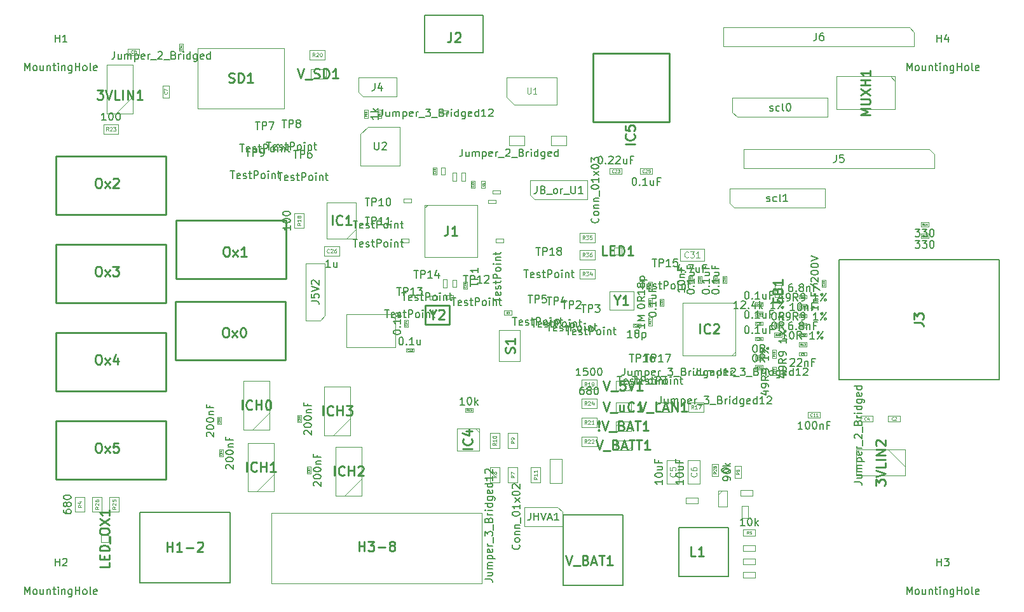
<source format=gbr>
%TF.GenerationSoftware,KiCad,Pcbnew,8.0.0*%
%TF.CreationDate,2024-03-13T17:22:48+01:00*%
%TF.ProjectId,BalloonMotherboardV3,42616c6c-6f6f-46e4-9d6f-74686572626f,rev?*%
%TF.SameCoordinates,Original*%
%TF.FileFunction,AssemblyDrawing,Top*%
%FSLAX46Y46*%
G04 Gerber Fmt 4.6, Leading zero omitted, Abs format (unit mm)*
G04 Created by KiCad (PCBNEW 8.0.0) date 2024-03-13 17:22:48*
%MOMM*%
%LPD*%
G01*
G04 APERTURE LIST*
%ADD10C,0.040000*%
%ADD11C,0.120000*%
%ADD12C,0.060000*%
%ADD13C,0.150000*%
%ADD14C,0.254000*%
%ADD15C,0.080000*%
%ADD16C,0.100000*%
%ADD17C,0.200000*%
G04 APERTURE END LIST*
D10*
X104483765Y-121826714D02*
X104495670Y-121838618D01*
X104495670Y-121838618D02*
X104507574Y-121874333D01*
X104507574Y-121874333D02*
X104507574Y-121898142D01*
X104507574Y-121898142D02*
X104495670Y-121933856D01*
X104495670Y-121933856D02*
X104471860Y-121957666D01*
X104471860Y-121957666D02*
X104448050Y-121969571D01*
X104448050Y-121969571D02*
X104400431Y-121981475D01*
X104400431Y-121981475D02*
X104364717Y-121981475D01*
X104364717Y-121981475D02*
X104317098Y-121969571D01*
X104317098Y-121969571D02*
X104293289Y-121957666D01*
X104293289Y-121957666D02*
X104269479Y-121933856D01*
X104269479Y-121933856D02*
X104257574Y-121898142D01*
X104257574Y-121898142D02*
X104257574Y-121874333D01*
X104257574Y-121874333D02*
X104269479Y-121838618D01*
X104269479Y-121838618D02*
X104281384Y-121826714D01*
X104507574Y-121588618D02*
X104507574Y-121731475D01*
X104507574Y-121660047D02*
X104257574Y-121660047D01*
X104257574Y-121660047D02*
X104293289Y-121683856D01*
X104293289Y-121683856D02*
X104317098Y-121707666D01*
X104317098Y-121707666D02*
X104329003Y-121731475D01*
X104257574Y-121505285D02*
X104257574Y-121350523D01*
X104257574Y-121350523D02*
X104352812Y-121433857D01*
X104352812Y-121433857D02*
X104352812Y-121398142D01*
X104352812Y-121398142D02*
X104364717Y-121374333D01*
X104364717Y-121374333D02*
X104376622Y-121362428D01*
X104376622Y-121362428D02*
X104400431Y-121350523D01*
X104400431Y-121350523D02*
X104459955Y-121350523D01*
X104459955Y-121350523D02*
X104483765Y-121362428D01*
X104483765Y-121362428D02*
X104495670Y-121374333D01*
X104495670Y-121374333D02*
X104507574Y-121398142D01*
X104507574Y-121398142D02*
X104507574Y-121469571D01*
X104507574Y-121469571D02*
X104495670Y-121493380D01*
X104495670Y-121493380D02*
X104483765Y-121505285D01*
D11*
X111658476Y-108783855D02*
X111658476Y-109431474D01*
X111658476Y-109431474D02*
X111696571Y-109507664D01*
X111696571Y-109507664D02*
X111734666Y-109545760D01*
X111734666Y-109545760D02*
X111810857Y-109583855D01*
X111810857Y-109583855D02*
X111963238Y-109583855D01*
X111963238Y-109583855D02*
X112039428Y-109545760D01*
X112039428Y-109545760D02*
X112077523Y-109507664D01*
X112077523Y-109507664D02*
X112115619Y-109431474D01*
X112115619Y-109431474D02*
X112115619Y-108783855D01*
X112915618Y-109583855D02*
X112458475Y-109583855D01*
X112687047Y-109583855D02*
X112687047Y-108783855D01*
X112687047Y-108783855D02*
X112610856Y-108898140D01*
X112610856Y-108898140D02*
X112534666Y-108974331D01*
X112534666Y-108974331D02*
X112458475Y-109012426D01*
D12*
X63647832Y-109366666D02*
X63666880Y-109385714D01*
X63666880Y-109385714D02*
X63685927Y-109442856D01*
X63685927Y-109442856D02*
X63685927Y-109480952D01*
X63685927Y-109480952D02*
X63666880Y-109538095D01*
X63666880Y-109538095D02*
X63628784Y-109576190D01*
X63628784Y-109576190D02*
X63590689Y-109595237D01*
X63590689Y-109595237D02*
X63514499Y-109614285D01*
X63514499Y-109614285D02*
X63457356Y-109614285D01*
X63457356Y-109614285D02*
X63381165Y-109595237D01*
X63381165Y-109595237D02*
X63343070Y-109576190D01*
X63343070Y-109576190D02*
X63304975Y-109538095D01*
X63304975Y-109538095D02*
X63285927Y-109480952D01*
X63285927Y-109480952D02*
X63285927Y-109442856D01*
X63285927Y-109442856D02*
X63304975Y-109385714D01*
X63304975Y-109385714D02*
X63324022Y-109366666D01*
X63285927Y-109233333D02*
X63285927Y-108966666D01*
X63285927Y-108966666D02*
X63685927Y-109138095D01*
D13*
X129461523Y-149944819D02*
X129461523Y-150659104D01*
X129461523Y-150659104D02*
X129413904Y-150801961D01*
X129413904Y-150801961D02*
X129318666Y-150897200D01*
X129318666Y-150897200D02*
X129175809Y-150944819D01*
X129175809Y-150944819D02*
X129080571Y-150944819D01*
X130366285Y-150278152D02*
X130366285Y-150944819D01*
X129937714Y-150278152D02*
X129937714Y-150801961D01*
X129937714Y-150801961D02*
X129985333Y-150897200D01*
X129985333Y-150897200D02*
X130080571Y-150944819D01*
X130080571Y-150944819D02*
X130223428Y-150944819D01*
X130223428Y-150944819D02*
X130318666Y-150897200D01*
X130318666Y-150897200D02*
X130366285Y-150849580D01*
X130842476Y-150944819D02*
X130842476Y-150278152D01*
X130842476Y-150373390D02*
X130890095Y-150325771D01*
X130890095Y-150325771D02*
X130985333Y-150278152D01*
X130985333Y-150278152D02*
X131128190Y-150278152D01*
X131128190Y-150278152D02*
X131223428Y-150325771D01*
X131223428Y-150325771D02*
X131271047Y-150421009D01*
X131271047Y-150421009D02*
X131271047Y-150944819D01*
X131271047Y-150421009D02*
X131318666Y-150325771D01*
X131318666Y-150325771D02*
X131413904Y-150278152D01*
X131413904Y-150278152D02*
X131556761Y-150278152D01*
X131556761Y-150278152D02*
X131652000Y-150325771D01*
X131652000Y-150325771D02*
X131699619Y-150421009D01*
X131699619Y-150421009D02*
X131699619Y-150944819D01*
X132175809Y-150278152D02*
X132175809Y-151278152D01*
X132175809Y-150325771D02*
X132271047Y-150278152D01*
X132271047Y-150278152D02*
X132461523Y-150278152D01*
X132461523Y-150278152D02*
X132556761Y-150325771D01*
X132556761Y-150325771D02*
X132604380Y-150373390D01*
X132604380Y-150373390D02*
X132651999Y-150468628D01*
X132651999Y-150468628D02*
X132651999Y-150754342D01*
X132651999Y-150754342D02*
X132604380Y-150849580D01*
X132604380Y-150849580D02*
X132556761Y-150897200D01*
X132556761Y-150897200D02*
X132461523Y-150944819D01*
X132461523Y-150944819D02*
X132271047Y-150944819D01*
X132271047Y-150944819D02*
X132175809Y-150897200D01*
X133461523Y-150897200D02*
X133366285Y-150944819D01*
X133366285Y-150944819D02*
X133175809Y-150944819D01*
X133175809Y-150944819D02*
X133080571Y-150897200D01*
X133080571Y-150897200D02*
X133032952Y-150801961D01*
X133032952Y-150801961D02*
X133032952Y-150421009D01*
X133032952Y-150421009D02*
X133080571Y-150325771D01*
X133080571Y-150325771D02*
X133175809Y-150278152D01*
X133175809Y-150278152D02*
X133366285Y-150278152D01*
X133366285Y-150278152D02*
X133461523Y-150325771D01*
X133461523Y-150325771D02*
X133509142Y-150421009D01*
X133509142Y-150421009D02*
X133509142Y-150516247D01*
X133509142Y-150516247D02*
X133032952Y-150611485D01*
X133937714Y-150944819D02*
X133937714Y-150278152D01*
X133937714Y-150468628D02*
X133985333Y-150373390D01*
X133985333Y-150373390D02*
X134032952Y-150325771D01*
X134032952Y-150325771D02*
X134128190Y-150278152D01*
X134128190Y-150278152D02*
X134223428Y-150278152D01*
X134318667Y-151040057D02*
X135080571Y-151040057D01*
X135223429Y-149944819D02*
X135842476Y-149944819D01*
X135842476Y-149944819D02*
X135509143Y-150325771D01*
X135509143Y-150325771D02*
X135652000Y-150325771D01*
X135652000Y-150325771D02*
X135747238Y-150373390D01*
X135747238Y-150373390D02*
X135794857Y-150421009D01*
X135794857Y-150421009D02*
X135842476Y-150516247D01*
X135842476Y-150516247D02*
X135842476Y-150754342D01*
X135842476Y-150754342D02*
X135794857Y-150849580D01*
X135794857Y-150849580D02*
X135747238Y-150897200D01*
X135747238Y-150897200D02*
X135652000Y-150944819D01*
X135652000Y-150944819D02*
X135366286Y-150944819D01*
X135366286Y-150944819D02*
X135271048Y-150897200D01*
X135271048Y-150897200D02*
X135223429Y-150849580D01*
X136032953Y-151040057D02*
X136794857Y-151040057D01*
X137366286Y-150421009D02*
X137509143Y-150468628D01*
X137509143Y-150468628D02*
X137556762Y-150516247D01*
X137556762Y-150516247D02*
X137604381Y-150611485D01*
X137604381Y-150611485D02*
X137604381Y-150754342D01*
X137604381Y-150754342D02*
X137556762Y-150849580D01*
X137556762Y-150849580D02*
X137509143Y-150897200D01*
X137509143Y-150897200D02*
X137413905Y-150944819D01*
X137413905Y-150944819D02*
X137032953Y-150944819D01*
X137032953Y-150944819D02*
X137032953Y-149944819D01*
X137032953Y-149944819D02*
X137366286Y-149944819D01*
X137366286Y-149944819D02*
X137461524Y-149992438D01*
X137461524Y-149992438D02*
X137509143Y-150040057D01*
X137509143Y-150040057D02*
X137556762Y-150135295D01*
X137556762Y-150135295D02*
X137556762Y-150230533D01*
X137556762Y-150230533D02*
X137509143Y-150325771D01*
X137509143Y-150325771D02*
X137461524Y-150373390D01*
X137461524Y-150373390D02*
X137366286Y-150421009D01*
X137366286Y-150421009D02*
X137032953Y-150421009D01*
X138032953Y-150944819D02*
X138032953Y-150278152D01*
X138032953Y-150468628D02*
X138080572Y-150373390D01*
X138080572Y-150373390D02*
X138128191Y-150325771D01*
X138128191Y-150325771D02*
X138223429Y-150278152D01*
X138223429Y-150278152D02*
X138318667Y-150278152D01*
X138652001Y-150944819D02*
X138652001Y-150278152D01*
X138652001Y-149944819D02*
X138604382Y-149992438D01*
X138604382Y-149992438D02*
X138652001Y-150040057D01*
X138652001Y-150040057D02*
X138699620Y-149992438D01*
X138699620Y-149992438D02*
X138652001Y-149944819D01*
X138652001Y-149944819D02*
X138652001Y-150040057D01*
X139556762Y-150944819D02*
X139556762Y-149944819D01*
X139556762Y-150897200D02*
X139461524Y-150944819D01*
X139461524Y-150944819D02*
X139271048Y-150944819D01*
X139271048Y-150944819D02*
X139175810Y-150897200D01*
X139175810Y-150897200D02*
X139128191Y-150849580D01*
X139128191Y-150849580D02*
X139080572Y-150754342D01*
X139080572Y-150754342D02*
X139080572Y-150468628D01*
X139080572Y-150468628D02*
X139128191Y-150373390D01*
X139128191Y-150373390D02*
X139175810Y-150325771D01*
X139175810Y-150325771D02*
X139271048Y-150278152D01*
X139271048Y-150278152D02*
X139461524Y-150278152D01*
X139461524Y-150278152D02*
X139556762Y-150325771D01*
X140461524Y-150278152D02*
X140461524Y-151087676D01*
X140461524Y-151087676D02*
X140413905Y-151182914D01*
X140413905Y-151182914D02*
X140366286Y-151230533D01*
X140366286Y-151230533D02*
X140271048Y-151278152D01*
X140271048Y-151278152D02*
X140128191Y-151278152D01*
X140128191Y-151278152D02*
X140032953Y-151230533D01*
X140461524Y-150897200D02*
X140366286Y-150944819D01*
X140366286Y-150944819D02*
X140175810Y-150944819D01*
X140175810Y-150944819D02*
X140080572Y-150897200D01*
X140080572Y-150897200D02*
X140032953Y-150849580D01*
X140032953Y-150849580D02*
X139985334Y-150754342D01*
X139985334Y-150754342D02*
X139985334Y-150468628D01*
X139985334Y-150468628D02*
X140032953Y-150373390D01*
X140032953Y-150373390D02*
X140080572Y-150325771D01*
X140080572Y-150325771D02*
X140175810Y-150278152D01*
X140175810Y-150278152D02*
X140366286Y-150278152D01*
X140366286Y-150278152D02*
X140461524Y-150325771D01*
X141318667Y-150897200D02*
X141223429Y-150944819D01*
X141223429Y-150944819D02*
X141032953Y-150944819D01*
X141032953Y-150944819D02*
X140937715Y-150897200D01*
X140937715Y-150897200D02*
X140890096Y-150801961D01*
X140890096Y-150801961D02*
X140890096Y-150421009D01*
X140890096Y-150421009D02*
X140937715Y-150325771D01*
X140937715Y-150325771D02*
X141032953Y-150278152D01*
X141032953Y-150278152D02*
X141223429Y-150278152D01*
X141223429Y-150278152D02*
X141318667Y-150325771D01*
X141318667Y-150325771D02*
X141366286Y-150421009D01*
X141366286Y-150421009D02*
X141366286Y-150516247D01*
X141366286Y-150516247D02*
X140890096Y-150611485D01*
X142223429Y-150944819D02*
X142223429Y-149944819D01*
X142223429Y-150897200D02*
X142128191Y-150944819D01*
X142128191Y-150944819D02*
X141937715Y-150944819D01*
X141937715Y-150944819D02*
X141842477Y-150897200D01*
X141842477Y-150897200D02*
X141794858Y-150849580D01*
X141794858Y-150849580D02*
X141747239Y-150754342D01*
X141747239Y-150754342D02*
X141747239Y-150468628D01*
X141747239Y-150468628D02*
X141794858Y-150373390D01*
X141794858Y-150373390D02*
X141842477Y-150325771D01*
X141842477Y-150325771D02*
X141937715Y-150278152D01*
X141937715Y-150278152D02*
X142128191Y-150278152D01*
X142128191Y-150278152D02*
X142223429Y-150325771D01*
X143223429Y-150944819D02*
X142652001Y-150944819D01*
X142937715Y-150944819D02*
X142937715Y-149944819D01*
X142937715Y-149944819D02*
X142842477Y-150087676D01*
X142842477Y-150087676D02*
X142747239Y-150182914D01*
X142747239Y-150182914D02*
X142652001Y-150230533D01*
X143604382Y-150040057D02*
X143652001Y-149992438D01*
X143652001Y-149992438D02*
X143747239Y-149944819D01*
X143747239Y-149944819D02*
X143985334Y-149944819D01*
X143985334Y-149944819D02*
X144080572Y-149992438D01*
X144080572Y-149992438D02*
X144128191Y-150040057D01*
X144128191Y-150040057D02*
X144175810Y-150135295D01*
X144175810Y-150135295D02*
X144175810Y-150230533D01*
X144175810Y-150230533D02*
X144128191Y-150373390D01*
X144128191Y-150373390D02*
X143556763Y-150944819D01*
X143556763Y-150944819D02*
X144175810Y-150944819D01*
X127834819Y-139056856D02*
X127834819Y-138961618D01*
X127834819Y-138961618D02*
X127882438Y-138866380D01*
X127882438Y-138866380D02*
X127930057Y-138818761D01*
X127930057Y-138818761D02*
X128025295Y-138771142D01*
X128025295Y-138771142D02*
X128215771Y-138723523D01*
X128215771Y-138723523D02*
X128453866Y-138723523D01*
X128453866Y-138723523D02*
X128644342Y-138771142D01*
X128644342Y-138771142D02*
X128739580Y-138818761D01*
X128739580Y-138818761D02*
X128787200Y-138866380D01*
X128787200Y-138866380D02*
X128834819Y-138961618D01*
X128834819Y-138961618D02*
X128834819Y-139056856D01*
X128834819Y-139056856D02*
X128787200Y-139152094D01*
X128787200Y-139152094D02*
X128739580Y-139199713D01*
X128739580Y-139199713D02*
X128644342Y-139247332D01*
X128644342Y-139247332D02*
X128453866Y-139294951D01*
X128453866Y-139294951D02*
X128215771Y-139294951D01*
X128215771Y-139294951D02*
X128025295Y-139247332D01*
X128025295Y-139247332D02*
X127930057Y-139199713D01*
X127930057Y-139199713D02*
X127882438Y-139152094D01*
X127882438Y-139152094D02*
X127834819Y-139056856D01*
X128739580Y-138294951D02*
X128787200Y-138247332D01*
X128787200Y-138247332D02*
X128834819Y-138294951D01*
X128834819Y-138294951D02*
X128787200Y-138342570D01*
X128787200Y-138342570D02*
X128739580Y-138294951D01*
X128739580Y-138294951D02*
X128834819Y-138294951D01*
X128834819Y-137294952D02*
X128834819Y-137866380D01*
X128834819Y-137580666D02*
X127834819Y-137580666D01*
X127834819Y-137580666D02*
X127977676Y-137675904D01*
X127977676Y-137675904D02*
X128072914Y-137771142D01*
X128072914Y-137771142D02*
X128120533Y-137866380D01*
X128168152Y-136437809D02*
X128834819Y-136437809D01*
X128168152Y-136866380D02*
X128691961Y-136866380D01*
X128691961Y-136866380D02*
X128787200Y-136818761D01*
X128787200Y-136818761D02*
X128834819Y-136723523D01*
X128834819Y-136723523D02*
X128834819Y-136580666D01*
X128834819Y-136580666D02*
X128787200Y-136485428D01*
X128787200Y-136485428D02*
X128739580Y-136437809D01*
X128311009Y-135628285D02*
X128311009Y-135961618D01*
X128834819Y-135961618D02*
X127834819Y-135961618D01*
X127834819Y-135961618D02*
X127834819Y-135485428D01*
D10*
X129629765Y-137574714D02*
X129641670Y-137586618D01*
X129641670Y-137586618D02*
X129653574Y-137622333D01*
X129653574Y-137622333D02*
X129653574Y-137646142D01*
X129653574Y-137646142D02*
X129641670Y-137681856D01*
X129641670Y-137681856D02*
X129617860Y-137705666D01*
X129617860Y-137705666D02*
X129594050Y-137717571D01*
X129594050Y-137717571D02*
X129546431Y-137729475D01*
X129546431Y-137729475D02*
X129510717Y-137729475D01*
X129510717Y-137729475D02*
X129463098Y-137717571D01*
X129463098Y-137717571D02*
X129439289Y-137705666D01*
X129439289Y-137705666D02*
X129415479Y-137681856D01*
X129415479Y-137681856D02*
X129403574Y-137646142D01*
X129403574Y-137646142D02*
X129403574Y-137622333D01*
X129403574Y-137622333D02*
X129415479Y-137586618D01*
X129415479Y-137586618D02*
X129427384Y-137574714D01*
X129403574Y-137491380D02*
X129403574Y-137336618D01*
X129403574Y-137336618D02*
X129498812Y-137419952D01*
X129498812Y-137419952D02*
X129498812Y-137384237D01*
X129498812Y-137384237D02*
X129510717Y-137360428D01*
X129510717Y-137360428D02*
X129522622Y-137348523D01*
X129522622Y-137348523D02*
X129546431Y-137336618D01*
X129546431Y-137336618D02*
X129605955Y-137336618D01*
X129605955Y-137336618D02*
X129629765Y-137348523D01*
X129629765Y-137348523D02*
X129641670Y-137360428D01*
X129641670Y-137360428D02*
X129653574Y-137384237D01*
X129653574Y-137384237D02*
X129653574Y-137455666D01*
X129653574Y-137455666D02*
X129641670Y-137479475D01*
X129641670Y-137479475D02*
X129629765Y-137491380D01*
X129403574Y-137253285D02*
X129403574Y-137098523D01*
X129403574Y-137098523D02*
X129498812Y-137181857D01*
X129498812Y-137181857D02*
X129498812Y-137146142D01*
X129498812Y-137146142D02*
X129510717Y-137122333D01*
X129510717Y-137122333D02*
X129522622Y-137110428D01*
X129522622Y-137110428D02*
X129546431Y-137098523D01*
X129546431Y-137098523D02*
X129605955Y-137098523D01*
X129605955Y-137098523D02*
X129629765Y-137110428D01*
X129629765Y-137110428D02*
X129641670Y-137122333D01*
X129641670Y-137122333D02*
X129653574Y-137146142D01*
X129653574Y-137146142D02*
X129653574Y-137217571D01*
X129653574Y-137217571D02*
X129641670Y-137241380D01*
X129641670Y-137241380D02*
X129629765Y-137253285D01*
D13*
X146931238Y-140026819D02*
X146740762Y-140026819D01*
X146740762Y-140026819D02*
X146645524Y-140074438D01*
X146645524Y-140074438D02*
X146597905Y-140122057D01*
X146597905Y-140122057D02*
X146502667Y-140264914D01*
X146502667Y-140264914D02*
X146455048Y-140455390D01*
X146455048Y-140455390D02*
X146455048Y-140836342D01*
X146455048Y-140836342D02*
X146502667Y-140931580D01*
X146502667Y-140931580D02*
X146550286Y-140979200D01*
X146550286Y-140979200D02*
X146645524Y-141026819D01*
X146645524Y-141026819D02*
X146836000Y-141026819D01*
X146836000Y-141026819D02*
X146931238Y-140979200D01*
X146931238Y-140979200D02*
X146978857Y-140931580D01*
X146978857Y-140931580D02*
X147026476Y-140836342D01*
X147026476Y-140836342D02*
X147026476Y-140598247D01*
X147026476Y-140598247D02*
X146978857Y-140503009D01*
X146978857Y-140503009D02*
X146931238Y-140455390D01*
X146931238Y-140455390D02*
X146836000Y-140407771D01*
X146836000Y-140407771D02*
X146645524Y-140407771D01*
X146645524Y-140407771D02*
X146550286Y-140455390D01*
X146550286Y-140455390D02*
X146502667Y-140503009D01*
X146502667Y-140503009D02*
X146455048Y-140598247D01*
X147455048Y-140931580D02*
X147502667Y-140979200D01*
X147502667Y-140979200D02*
X147455048Y-141026819D01*
X147455048Y-141026819D02*
X147407429Y-140979200D01*
X147407429Y-140979200D02*
X147455048Y-140931580D01*
X147455048Y-140931580D02*
X147455048Y-141026819D01*
X148074095Y-140455390D02*
X147978857Y-140407771D01*
X147978857Y-140407771D02*
X147931238Y-140360152D01*
X147931238Y-140360152D02*
X147883619Y-140264914D01*
X147883619Y-140264914D02*
X147883619Y-140217295D01*
X147883619Y-140217295D02*
X147931238Y-140122057D01*
X147931238Y-140122057D02*
X147978857Y-140074438D01*
X147978857Y-140074438D02*
X148074095Y-140026819D01*
X148074095Y-140026819D02*
X148264571Y-140026819D01*
X148264571Y-140026819D02*
X148359809Y-140074438D01*
X148359809Y-140074438D02*
X148407428Y-140122057D01*
X148407428Y-140122057D02*
X148455047Y-140217295D01*
X148455047Y-140217295D02*
X148455047Y-140264914D01*
X148455047Y-140264914D02*
X148407428Y-140360152D01*
X148407428Y-140360152D02*
X148359809Y-140407771D01*
X148359809Y-140407771D02*
X148264571Y-140455390D01*
X148264571Y-140455390D02*
X148074095Y-140455390D01*
X148074095Y-140455390D02*
X147978857Y-140503009D01*
X147978857Y-140503009D02*
X147931238Y-140550628D01*
X147931238Y-140550628D02*
X147883619Y-140645866D01*
X147883619Y-140645866D02*
X147883619Y-140836342D01*
X147883619Y-140836342D02*
X147931238Y-140931580D01*
X147931238Y-140931580D02*
X147978857Y-140979200D01*
X147978857Y-140979200D02*
X148074095Y-141026819D01*
X148074095Y-141026819D02*
X148264571Y-141026819D01*
X148264571Y-141026819D02*
X148359809Y-140979200D01*
X148359809Y-140979200D02*
X148407428Y-140931580D01*
X148407428Y-140931580D02*
X148455047Y-140836342D01*
X148455047Y-140836342D02*
X148455047Y-140645866D01*
X148455047Y-140645866D02*
X148407428Y-140550628D01*
X148407428Y-140550628D02*
X148359809Y-140503009D01*
X148359809Y-140503009D02*
X148264571Y-140455390D01*
X148883619Y-140360152D02*
X148883619Y-141026819D01*
X148883619Y-140455390D02*
X148931238Y-140407771D01*
X148931238Y-140407771D02*
X149026476Y-140360152D01*
X149026476Y-140360152D02*
X149169333Y-140360152D01*
X149169333Y-140360152D02*
X149264571Y-140407771D01*
X149264571Y-140407771D02*
X149312190Y-140503009D01*
X149312190Y-140503009D02*
X149312190Y-141026819D01*
X150121714Y-140503009D02*
X149788381Y-140503009D01*
X149788381Y-141026819D02*
X149788381Y-140026819D01*
X149788381Y-140026819D02*
X150264571Y-140026819D01*
D10*
X148175285Y-141821765D02*
X148163381Y-141833670D01*
X148163381Y-141833670D02*
X148127666Y-141845574D01*
X148127666Y-141845574D02*
X148103857Y-141845574D01*
X148103857Y-141845574D02*
X148068143Y-141833670D01*
X148068143Y-141833670D02*
X148044333Y-141809860D01*
X148044333Y-141809860D02*
X148032428Y-141786050D01*
X148032428Y-141786050D02*
X148020524Y-141738431D01*
X148020524Y-141738431D02*
X148020524Y-141702717D01*
X148020524Y-141702717D02*
X148032428Y-141655098D01*
X148032428Y-141655098D02*
X148044333Y-141631289D01*
X148044333Y-141631289D02*
X148068143Y-141607479D01*
X148068143Y-141607479D02*
X148103857Y-141595574D01*
X148103857Y-141595574D02*
X148127666Y-141595574D01*
X148127666Y-141595574D02*
X148163381Y-141607479D01*
X148163381Y-141607479D02*
X148175285Y-141619384D01*
X148401476Y-141595574D02*
X148282428Y-141595574D01*
X148282428Y-141595574D02*
X148270524Y-141714622D01*
X148270524Y-141714622D02*
X148282428Y-141702717D01*
X148282428Y-141702717D02*
X148306238Y-141690812D01*
X148306238Y-141690812D02*
X148365762Y-141690812D01*
X148365762Y-141690812D02*
X148389571Y-141702717D01*
X148389571Y-141702717D02*
X148401476Y-141714622D01*
X148401476Y-141714622D02*
X148413381Y-141738431D01*
X148413381Y-141738431D02*
X148413381Y-141797955D01*
X148413381Y-141797955D02*
X148401476Y-141821765D01*
X148401476Y-141821765D02*
X148389571Y-141833670D01*
X148389571Y-141833670D02*
X148365762Y-141845574D01*
X148365762Y-141845574D02*
X148306238Y-141845574D01*
X148306238Y-141845574D02*
X148282428Y-141833670D01*
X148282428Y-141833670D02*
X148270524Y-141821765D01*
X148508619Y-141619384D02*
X148520523Y-141607479D01*
X148520523Y-141607479D02*
X148544333Y-141595574D01*
X148544333Y-141595574D02*
X148603857Y-141595574D01*
X148603857Y-141595574D02*
X148627666Y-141607479D01*
X148627666Y-141607479D02*
X148639571Y-141619384D01*
X148639571Y-141619384D02*
X148651476Y-141643193D01*
X148651476Y-141643193D02*
X148651476Y-141667003D01*
X148651476Y-141667003D02*
X148639571Y-141702717D01*
X148639571Y-141702717D02*
X148496714Y-141845574D01*
X148496714Y-141845574D02*
X148651476Y-141845574D01*
D13*
X44744285Y-106489819D02*
X44744285Y-105489819D01*
X44744285Y-105489819D02*
X45077618Y-106204104D01*
X45077618Y-106204104D02*
X45410951Y-105489819D01*
X45410951Y-105489819D02*
X45410951Y-106489819D01*
X46029999Y-106489819D02*
X45934761Y-106442200D01*
X45934761Y-106442200D02*
X45887142Y-106394580D01*
X45887142Y-106394580D02*
X45839523Y-106299342D01*
X45839523Y-106299342D02*
X45839523Y-106013628D01*
X45839523Y-106013628D02*
X45887142Y-105918390D01*
X45887142Y-105918390D02*
X45934761Y-105870771D01*
X45934761Y-105870771D02*
X46029999Y-105823152D01*
X46029999Y-105823152D02*
X46172856Y-105823152D01*
X46172856Y-105823152D02*
X46268094Y-105870771D01*
X46268094Y-105870771D02*
X46315713Y-105918390D01*
X46315713Y-105918390D02*
X46363332Y-106013628D01*
X46363332Y-106013628D02*
X46363332Y-106299342D01*
X46363332Y-106299342D02*
X46315713Y-106394580D01*
X46315713Y-106394580D02*
X46268094Y-106442200D01*
X46268094Y-106442200D02*
X46172856Y-106489819D01*
X46172856Y-106489819D02*
X46029999Y-106489819D01*
X47220475Y-105823152D02*
X47220475Y-106489819D01*
X46791904Y-105823152D02*
X46791904Y-106346961D01*
X46791904Y-106346961D02*
X46839523Y-106442200D01*
X46839523Y-106442200D02*
X46934761Y-106489819D01*
X46934761Y-106489819D02*
X47077618Y-106489819D01*
X47077618Y-106489819D02*
X47172856Y-106442200D01*
X47172856Y-106442200D02*
X47220475Y-106394580D01*
X47696666Y-105823152D02*
X47696666Y-106489819D01*
X47696666Y-105918390D02*
X47744285Y-105870771D01*
X47744285Y-105870771D02*
X47839523Y-105823152D01*
X47839523Y-105823152D02*
X47982380Y-105823152D01*
X47982380Y-105823152D02*
X48077618Y-105870771D01*
X48077618Y-105870771D02*
X48125237Y-105966009D01*
X48125237Y-105966009D02*
X48125237Y-106489819D01*
X48458571Y-105823152D02*
X48839523Y-105823152D01*
X48601428Y-105489819D02*
X48601428Y-106346961D01*
X48601428Y-106346961D02*
X48649047Y-106442200D01*
X48649047Y-106442200D02*
X48744285Y-106489819D01*
X48744285Y-106489819D02*
X48839523Y-106489819D01*
X49172857Y-106489819D02*
X49172857Y-105823152D01*
X49172857Y-105489819D02*
X49125238Y-105537438D01*
X49125238Y-105537438D02*
X49172857Y-105585057D01*
X49172857Y-105585057D02*
X49220476Y-105537438D01*
X49220476Y-105537438D02*
X49172857Y-105489819D01*
X49172857Y-105489819D02*
X49172857Y-105585057D01*
X49649047Y-105823152D02*
X49649047Y-106489819D01*
X49649047Y-105918390D02*
X49696666Y-105870771D01*
X49696666Y-105870771D02*
X49791904Y-105823152D01*
X49791904Y-105823152D02*
X49934761Y-105823152D01*
X49934761Y-105823152D02*
X50029999Y-105870771D01*
X50029999Y-105870771D02*
X50077618Y-105966009D01*
X50077618Y-105966009D02*
X50077618Y-106489819D01*
X50982380Y-105823152D02*
X50982380Y-106632676D01*
X50982380Y-106632676D02*
X50934761Y-106727914D01*
X50934761Y-106727914D02*
X50887142Y-106775533D01*
X50887142Y-106775533D02*
X50791904Y-106823152D01*
X50791904Y-106823152D02*
X50649047Y-106823152D01*
X50649047Y-106823152D02*
X50553809Y-106775533D01*
X50982380Y-106442200D02*
X50887142Y-106489819D01*
X50887142Y-106489819D02*
X50696666Y-106489819D01*
X50696666Y-106489819D02*
X50601428Y-106442200D01*
X50601428Y-106442200D02*
X50553809Y-106394580D01*
X50553809Y-106394580D02*
X50506190Y-106299342D01*
X50506190Y-106299342D02*
X50506190Y-106013628D01*
X50506190Y-106013628D02*
X50553809Y-105918390D01*
X50553809Y-105918390D02*
X50601428Y-105870771D01*
X50601428Y-105870771D02*
X50696666Y-105823152D01*
X50696666Y-105823152D02*
X50887142Y-105823152D01*
X50887142Y-105823152D02*
X50982380Y-105870771D01*
X51458571Y-106489819D02*
X51458571Y-105489819D01*
X51458571Y-105966009D02*
X52029999Y-105966009D01*
X52029999Y-106489819D02*
X52029999Y-105489819D01*
X52649047Y-106489819D02*
X52553809Y-106442200D01*
X52553809Y-106442200D02*
X52506190Y-106394580D01*
X52506190Y-106394580D02*
X52458571Y-106299342D01*
X52458571Y-106299342D02*
X52458571Y-106013628D01*
X52458571Y-106013628D02*
X52506190Y-105918390D01*
X52506190Y-105918390D02*
X52553809Y-105870771D01*
X52553809Y-105870771D02*
X52649047Y-105823152D01*
X52649047Y-105823152D02*
X52791904Y-105823152D01*
X52791904Y-105823152D02*
X52887142Y-105870771D01*
X52887142Y-105870771D02*
X52934761Y-105918390D01*
X52934761Y-105918390D02*
X52982380Y-106013628D01*
X52982380Y-106013628D02*
X52982380Y-106299342D01*
X52982380Y-106299342D02*
X52934761Y-106394580D01*
X52934761Y-106394580D02*
X52887142Y-106442200D01*
X52887142Y-106442200D02*
X52791904Y-106489819D01*
X52791904Y-106489819D02*
X52649047Y-106489819D01*
X53553809Y-106489819D02*
X53458571Y-106442200D01*
X53458571Y-106442200D02*
X53410952Y-106346961D01*
X53410952Y-106346961D02*
X53410952Y-105489819D01*
X54315714Y-106442200D02*
X54220476Y-106489819D01*
X54220476Y-106489819D02*
X54030000Y-106489819D01*
X54030000Y-106489819D02*
X53934762Y-106442200D01*
X53934762Y-106442200D02*
X53887143Y-106346961D01*
X53887143Y-106346961D02*
X53887143Y-105966009D01*
X53887143Y-105966009D02*
X53934762Y-105870771D01*
X53934762Y-105870771D02*
X54030000Y-105823152D01*
X54030000Y-105823152D02*
X54220476Y-105823152D01*
X54220476Y-105823152D02*
X54315714Y-105870771D01*
X54315714Y-105870771D02*
X54363333Y-105966009D01*
X54363333Y-105966009D02*
X54363333Y-106061247D01*
X54363333Y-106061247D02*
X53887143Y-106156485D01*
X48768095Y-102689819D02*
X48768095Y-101689819D01*
X48768095Y-102166009D02*
X49339523Y-102166009D01*
X49339523Y-102689819D02*
X49339523Y-101689819D01*
X50339523Y-102689819D02*
X49768095Y-102689819D01*
X50053809Y-102689819D02*
X50053809Y-101689819D01*
X50053809Y-101689819D02*
X49958571Y-101832676D01*
X49958571Y-101832676D02*
X49863333Y-101927914D01*
X49863333Y-101927914D02*
X49768095Y-101975533D01*
D14*
X116787000Y-171163318D02*
X117210333Y-172433318D01*
X117210333Y-172433318D02*
X117633667Y-171163318D01*
X117754619Y-172554270D02*
X118722238Y-172554270D01*
X119447952Y-171768080D02*
X119629380Y-171828556D01*
X119629380Y-171828556D02*
X119689857Y-171889032D01*
X119689857Y-171889032D02*
X119750333Y-172009984D01*
X119750333Y-172009984D02*
X119750333Y-172191413D01*
X119750333Y-172191413D02*
X119689857Y-172312365D01*
X119689857Y-172312365D02*
X119629380Y-172372842D01*
X119629380Y-172372842D02*
X119508428Y-172433318D01*
X119508428Y-172433318D02*
X119024618Y-172433318D01*
X119024618Y-172433318D02*
X119024618Y-171163318D01*
X119024618Y-171163318D02*
X119447952Y-171163318D01*
X119447952Y-171163318D02*
X119568904Y-171223794D01*
X119568904Y-171223794D02*
X119629380Y-171284270D01*
X119629380Y-171284270D02*
X119689857Y-171405222D01*
X119689857Y-171405222D02*
X119689857Y-171526175D01*
X119689857Y-171526175D02*
X119629380Y-171647127D01*
X119629380Y-171647127D02*
X119568904Y-171707603D01*
X119568904Y-171707603D02*
X119447952Y-171768080D01*
X119447952Y-171768080D02*
X119024618Y-171768080D01*
X120234142Y-172070461D02*
X120838904Y-172070461D01*
X120113190Y-172433318D02*
X120536523Y-171163318D01*
X120536523Y-171163318D02*
X120959857Y-172433318D01*
X121201761Y-171163318D02*
X121927475Y-171163318D01*
X121564618Y-172433318D02*
X121564618Y-171163318D01*
X123016047Y-172433318D02*
X122290332Y-172433318D01*
X122653189Y-172433318D02*
X122653189Y-171163318D01*
X122653189Y-171163318D02*
X122532237Y-171344746D01*
X122532237Y-171344746D02*
X122411285Y-171465699D01*
X122411285Y-171465699D02*
X122290332Y-171526175D01*
D13*
X139755904Y-138222819D02*
X139184476Y-138222819D01*
X139470190Y-138222819D02*
X139470190Y-137222819D01*
X139470190Y-137222819D02*
X139374952Y-137365676D01*
X139374952Y-137365676D02*
X139279714Y-137460914D01*
X139279714Y-137460914D02*
X139184476Y-137508533D01*
X140136857Y-137318057D02*
X140184476Y-137270438D01*
X140184476Y-137270438D02*
X140279714Y-137222819D01*
X140279714Y-137222819D02*
X140517809Y-137222819D01*
X140517809Y-137222819D02*
X140613047Y-137270438D01*
X140613047Y-137270438D02*
X140660666Y-137318057D01*
X140660666Y-137318057D02*
X140708285Y-137413295D01*
X140708285Y-137413295D02*
X140708285Y-137508533D01*
X140708285Y-137508533D02*
X140660666Y-137651390D01*
X140660666Y-137651390D02*
X140089238Y-138222819D01*
X140089238Y-138222819D02*
X140708285Y-138222819D01*
X141136857Y-138127580D02*
X141184476Y-138175200D01*
X141184476Y-138175200D02*
X141136857Y-138222819D01*
X141136857Y-138222819D02*
X141089238Y-138175200D01*
X141089238Y-138175200D02*
X141136857Y-138127580D01*
X141136857Y-138127580D02*
X141136857Y-138222819D01*
X142041618Y-137556152D02*
X142041618Y-138222819D01*
X141803523Y-137175200D02*
X141565428Y-137889485D01*
X141565428Y-137889485D02*
X142184475Y-137889485D01*
X142565428Y-138222819D02*
X142565428Y-137222819D01*
X142660666Y-137841866D02*
X142946380Y-138222819D01*
X142946380Y-137556152D02*
X142565428Y-137937104D01*
X144660666Y-138222819D02*
X144089238Y-138222819D01*
X144374952Y-138222819D02*
X144374952Y-137222819D01*
X144374952Y-137222819D02*
X144279714Y-137365676D01*
X144279714Y-137365676D02*
X144184476Y-137460914D01*
X144184476Y-137460914D02*
X144089238Y-137508533D01*
X145041619Y-138222819D02*
X145803523Y-137222819D01*
X145184476Y-137222819D02*
X145279714Y-137270438D01*
X145279714Y-137270438D02*
X145327333Y-137365676D01*
X145327333Y-137365676D02*
X145279714Y-137460914D01*
X145279714Y-137460914D02*
X145184476Y-137508533D01*
X145184476Y-137508533D02*
X145089238Y-137460914D01*
X145089238Y-137460914D02*
X145041619Y-137365676D01*
X145041619Y-137365676D02*
X145089238Y-137270438D01*
X145089238Y-137270438D02*
X145184476Y-137222819D01*
X145755904Y-138175200D02*
X145803523Y-138079961D01*
X145803523Y-138079961D02*
X145755904Y-137984723D01*
X145755904Y-137984723D02*
X145660666Y-137937104D01*
X145660666Y-137937104D02*
X145565428Y-137984723D01*
X145565428Y-137984723D02*
X145517809Y-138079961D01*
X145517809Y-138079961D02*
X145565428Y-138175200D01*
X145565428Y-138175200D02*
X145660666Y-138222819D01*
X145660666Y-138222819D02*
X145755904Y-138175200D01*
D10*
X142326857Y-139056200D02*
X142240190Y-138932391D01*
X142178285Y-139056200D02*
X142178285Y-138796200D01*
X142178285Y-138796200D02*
X142277333Y-138796200D01*
X142277333Y-138796200D02*
X142302095Y-138808581D01*
X142302095Y-138808581D02*
X142314476Y-138820962D01*
X142314476Y-138820962D02*
X142326857Y-138845724D01*
X142326857Y-138845724D02*
X142326857Y-138882867D01*
X142326857Y-138882867D02*
X142314476Y-138907629D01*
X142314476Y-138907629D02*
X142302095Y-138920010D01*
X142302095Y-138920010D02*
X142277333Y-138932391D01*
X142277333Y-138932391D02*
X142178285Y-138932391D01*
X142413523Y-138796200D02*
X142574476Y-138796200D01*
X142574476Y-138796200D02*
X142487809Y-138895248D01*
X142487809Y-138895248D02*
X142524952Y-138895248D01*
X142524952Y-138895248D02*
X142549714Y-138907629D01*
X142549714Y-138907629D02*
X142562095Y-138920010D01*
X142562095Y-138920010D02*
X142574476Y-138944772D01*
X142574476Y-138944772D02*
X142574476Y-139006677D01*
X142574476Y-139006677D02*
X142562095Y-139031439D01*
X142562095Y-139031439D02*
X142549714Y-139043820D01*
X142549714Y-139043820D02*
X142524952Y-139056200D01*
X142524952Y-139056200D02*
X142450666Y-139056200D01*
X142450666Y-139056200D02*
X142425904Y-139043820D01*
X142425904Y-139043820D02*
X142413523Y-139031439D01*
X142735428Y-138796200D02*
X142760190Y-138796200D01*
X142760190Y-138796200D02*
X142784952Y-138808581D01*
X142784952Y-138808581D02*
X142797333Y-138820962D01*
X142797333Y-138820962D02*
X142809714Y-138845724D01*
X142809714Y-138845724D02*
X142822095Y-138895248D01*
X142822095Y-138895248D02*
X142822095Y-138957153D01*
X142822095Y-138957153D02*
X142809714Y-139006677D01*
X142809714Y-139006677D02*
X142797333Y-139031439D01*
X142797333Y-139031439D02*
X142784952Y-139043820D01*
X142784952Y-139043820D02*
X142760190Y-139056200D01*
X142760190Y-139056200D02*
X142735428Y-139056200D01*
X142735428Y-139056200D02*
X142710666Y-139043820D01*
X142710666Y-139043820D02*
X142698285Y-139031439D01*
X142698285Y-139031439D02*
X142685904Y-139006677D01*
X142685904Y-139006677D02*
X142673523Y-138957153D01*
X142673523Y-138957153D02*
X142673523Y-138895248D01*
X142673523Y-138895248D02*
X142685904Y-138845724D01*
X142685904Y-138845724D02*
X142698285Y-138820962D01*
X142698285Y-138820962D02*
X142710666Y-138808581D01*
X142710666Y-138808581D02*
X142735428Y-138796200D01*
D13*
X143962847Y-111811600D02*
X144058085Y-111859219D01*
X144058085Y-111859219D02*
X144248561Y-111859219D01*
X144248561Y-111859219D02*
X144343799Y-111811600D01*
X144343799Y-111811600D02*
X144391418Y-111716361D01*
X144391418Y-111716361D02*
X144391418Y-111668742D01*
X144391418Y-111668742D02*
X144343799Y-111573504D01*
X144343799Y-111573504D02*
X144248561Y-111525885D01*
X144248561Y-111525885D02*
X144105704Y-111525885D01*
X144105704Y-111525885D02*
X144010466Y-111478266D01*
X144010466Y-111478266D02*
X143962847Y-111383028D01*
X143962847Y-111383028D02*
X143962847Y-111335409D01*
X143962847Y-111335409D02*
X144010466Y-111240171D01*
X144010466Y-111240171D02*
X144105704Y-111192552D01*
X144105704Y-111192552D02*
X144248561Y-111192552D01*
X144248561Y-111192552D02*
X144343799Y-111240171D01*
X145248561Y-111811600D02*
X145153323Y-111859219D01*
X145153323Y-111859219D02*
X144962847Y-111859219D01*
X144962847Y-111859219D02*
X144867609Y-111811600D01*
X144867609Y-111811600D02*
X144819990Y-111763980D01*
X144819990Y-111763980D02*
X144772371Y-111668742D01*
X144772371Y-111668742D02*
X144772371Y-111383028D01*
X144772371Y-111383028D02*
X144819990Y-111287790D01*
X144819990Y-111287790D02*
X144867609Y-111240171D01*
X144867609Y-111240171D02*
X144962847Y-111192552D01*
X144962847Y-111192552D02*
X145153323Y-111192552D01*
X145153323Y-111192552D02*
X145248561Y-111240171D01*
X145819990Y-111859219D02*
X145724752Y-111811600D01*
X145724752Y-111811600D02*
X145677133Y-111716361D01*
X145677133Y-111716361D02*
X145677133Y-110859219D01*
X146391419Y-110859219D02*
X146486657Y-110859219D01*
X146486657Y-110859219D02*
X146581895Y-110906838D01*
X146581895Y-110906838D02*
X146629514Y-110954457D01*
X146629514Y-110954457D02*
X146677133Y-111049695D01*
X146677133Y-111049695D02*
X146724752Y-111240171D01*
X146724752Y-111240171D02*
X146724752Y-111478266D01*
X146724752Y-111478266D02*
X146677133Y-111668742D01*
X146677133Y-111668742D02*
X146629514Y-111763980D01*
X146629514Y-111763980D02*
X146581895Y-111811600D01*
X146581895Y-111811600D02*
X146486657Y-111859219D01*
X146486657Y-111859219D02*
X146391419Y-111859219D01*
X146391419Y-111859219D02*
X146296181Y-111811600D01*
X146296181Y-111811600D02*
X146248562Y-111763980D01*
X146248562Y-111763980D02*
X146200943Y-111668742D01*
X146200943Y-111668742D02*
X146153324Y-111478266D01*
X146153324Y-111478266D02*
X146153324Y-111240171D01*
X146153324Y-111240171D02*
X146200943Y-111049695D01*
X146200943Y-111049695D02*
X146248562Y-110954457D01*
X146248562Y-110954457D02*
X146296181Y-110906838D01*
X146296181Y-110906838D02*
X146391419Y-110859219D01*
X125865143Y-120772819D02*
X125960381Y-120772819D01*
X125960381Y-120772819D02*
X126055619Y-120820438D01*
X126055619Y-120820438D02*
X126103238Y-120868057D01*
X126103238Y-120868057D02*
X126150857Y-120963295D01*
X126150857Y-120963295D02*
X126198476Y-121153771D01*
X126198476Y-121153771D02*
X126198476Y-121391866D01*
X126198476Y-121391866D02*
X126150857Y-121582342D01*
X126150857Y-121582342D02*
X126103238Y-121677580D01*
X126103238Y-121677580D02*
X126055619Y-121725200D01*
X126055619Y-121725200D02*
X125960381Y-121772819D01*
X125960381Y-121772819D02*
X125865143Y-121772819D01*
X125865143Y-121772819D02*
X125769905Y-121725200D01*
X125769905Y-121725200D02*
X125722286Y-121677580D01*
X125722286Y-121677580D02*
X125674667Y-121582342D01*
X125674667Y-121582342D02*
X125627048Y-121391866D01*
X125627048Y-121391866D02*
X125627048Y-121153771D01*
X125627048Y-121153771D02*
X125674667Y-120963295D01*
X125674667Y-120963295D02*
X125722286Y-120868057D01*
X125722286Y-120868057D02*
X125769905Y-120820438D01*
X125769905Y-120820438D02*
X125865143Y-120772819D01*
X126627048Y-121677580D02*
X126674667Y-121725200D01*
X126674667Y-121725200D02*
X126627048Y-121772819D01*
X126627048Y-121772819D02*
X126579429Y-121725200D01*
X126579429Y-121725200D02*
X126627048Y-121677580D01*
X126627048Y-121677580D02*
X126627048Y-121772819D01*
X127627047Y-121772819D02*
X127055619Y-121772819D01*
X127341333Y-121772819D02*
X127341333Y-120772819D01*
X127341333Y-120772819D02*
X127246095Y-120915676D01*
X127246095Y-120915676D02*
X127150857Y-121010914D01*
X127150857Y-121010914D02*
X127055619Y-121058533D01*
X128484190Y-121106152D02*
X128484190Y-121772819D01*
X128055619Y-121106152D02*
X128055619Y-121629961D01*
X128055619Y-121629961D02*
X128103238Y-121725200D01*
X128103238Y-121725200D02*
X128198476Y-121772819D01*
X128198476Y-121772819D02*
X128341333Y-121772819D01*
X128341333Y-121772819D02*
X128436571Y-121725200D01*
X128436571Y-121725200D02*
X128484190Y-121677580D01*
X129293714Y-121249009D02*
X128960381Y-121249009D01*
X128960381Y-121772819D02*
X128960381Y-120772819D01*
X128960381Y-120772819D02*
X129436571Y-120772819D01*
D12*
X127250857Y-120031832D02*
X127231809Y-120050880D01*
X127231809Y-120050880D02*
X127174667Y-120069927D01*
X127174667Y-120069927D02*
X127136571Y-120069927D01*
X127136571Y-120069927D02*
X127079428Y-120050880D01*
X127079428Y-120050880D02*
X127041333Y-120012784D01*
X127041333Y-120012784D02*
X127022286Y-119974689D01*
X127022286Y-119974689D02*
X127003238Y-119898499D01*
X127003238Y-119898499D02*
X127003238Y-119841356D01*
X127003238Y-119841356D02*
X127022286Y-119765165D01*
X127022286Y-119765165D02*
X127041333Y-119727070D01*
X127041333Y-119727070D02*
X127079428Y-119688975D01*
X127079428Y-119688975D02*
X127136571Y-119669927D01*
X127136571Y-119669927D02*
X127174667Y-119669927D01*
X127174667Y-119669927D02*
X127231809Y-119688975D01*
X127231809Y-119688975D02*
X127250857Y-119708022D01*
X127403238Y-119708022D02*
X127422286Y-119688975D01*
X127422286Y-119688975D02*
X127460381Y-119669927D01*
X127460381Y-119669927D02*
X127555619Y-119669927D01*
X127555619Y-119669927D02*
X127593714Y-119688975D01*
X127593714Y-119688975D02*
X127612762Y-119708022D01*
X127612762Y-119708022D02*
X127631809Y-119746118D01*
X127631809Y-119746118D02*
X127631809Y-119784213D01*
X127631809Y-119784213D02*
X127612762Y-119841356D01*
X127612762Y-119841356D02*
X127384190Y-120069927D01*
X127384190Y-120069927D02*
X127631809Y-120069927D01*
X127993714Y-119669927D02*
X127803238Y-119669927D01*
X127803238Y-119669927D02*
X127784190Y-119860403D01*
X127784190Y-119860403D02*
X127803238Y-119841356D01*
X127803238Y-119841356D02*
X127841333Y-119822308D01*
X127841333Y-119822308D02*
X127936571Y-119822308D01*
X127936571Y-119822308D02*
X127974666Y-119841356D01*
X127974666Y-119841356D02*
X127993714Y-119860403D01*
X127993714Y-119860403D02*
X128012761Y-119898499D01*
X128012761Y-119898499D02*
X128012761Y-119993737D01*
X128012761Y-119993737D02*
X127993714Y-120031832D01*
X127993714Y-120031832D02*
X127974666Y-120050880D01*
X127974666Y-120050880D02*
X127936571Y-120069927D01*
X127936571Y-120069927D02*
X127841333Y-120069927D01*
X127841333Y-120069927D02*
X127803238Y-120050880D01*
X127803238Y-120050880D02*
X127784190Y-120031832D01*
D13*
X110556580Y-169727095D02*
X110604200Y-169774714D01*
X110604200Y-169774714D02*
X110651819Y-169917571D01*
X110651819Y-169917571D02*
X110651819Y-170012809D01*
X110651819Y-170012809D02*
X110604200Y-170155666D01*
X110604200Y-170155666D02*
X110508961Y-170250904D01*
X110508961Y-170250904D02*
X110413723Y-170298523D01*
X110413723Y-170298523D02*
X110223247Y-170346142D01*
X110223247Y-170346142D02*
X110080390Y-170346142D01*
X110080390Y-170346142D02*
X109889914Y-170298523D01*
X109889914Y-170298523D02*
X109794676Y-170250904D01*
X109794676Y-170250904D02*
X109699438Y-170155666D01*
X109699438Y-170155666D02*
X109651819Y-170012809D01*
X109651819Y-170012809D02*
X109651819Y-169917571D01*
X109651819Y-169917571D02*
X109699438Y-169774714D01*
X109699438Y-169774714D02*
X109747057Y-169727095D01*
X110651819Y-169155666D02*
X110604200Y-169250904D01*
X110604200Y-169250904D02*
X110556580Y-169298523D01*
X110556580Y-169298523D02*
X110461342Y-169346142D01*
X110461342Y-169346142D02*
X110175628Y-169346142D01*
X110175628Y-169346142D02*
X110080390Y-169298523D01*
X110080390Y-169298523D02*
X110032771Y-169250904D01*
X110032771Y-169250904D02*
X109985152Y-169155666D01*
X109985152Y-169155666D02*
X109985152Y-169012809D01*
X109985152Y-169012809D02*
X110032771Y-168917571D01*
X110032771Y-168917571D02*
X110080390Y-168869952D01*
X110080390Y-168869952D02*
X110175628Y-168822333D01*
X110175628Y-168822333D02*
X110461342Y-168822333D01*
X110461342Y-168822333D02*
X110556580Y-168869952D01*
X110556580Y-168869952D02*
X110604200Y-168917571D01*
X110604200Y-168917571D02*
X110651819Y-169012809D01*
X110651819Y-169012809D02*
X110651819Y-169155666D01*
X109985152Y-168393761D02*
X110651819Y-168393761D01*
X110080390Y-168393761D02*
X110032771Y-168346142D01*
X110032771Y-168346142D02*
X109985152Y-168250904D01*
X109985152Y-168250904D02*
X109985152Y-168108047D01*
X109985152Y-168108047D02*
X110032771Y-168012809D01*
X110032771Y-168012809D02*
X110128009Y-167965190D01*
X110128009Y-167965190D02*
X110651819Y-167965190D01*
X109985152Y-167488999D02*
X110651819Y-167488999D01*
X110080390Y-167488999D02*
X110032771Y-167441380D01*
X110032771Y-167441380D02*
X109985152Y-167346142D01*
X109985152Y-167346142D02*
X109985152Y-167203285D01*
X109985152Y-167203285D02*
X110032771Y-167108047D01*
X110032771Y-167108047D02*
X110128009Y-167060428D01*
X110128009Y-167060428D02*
X110651819Y-167060428D01*
X110747057Y-166822333D02*
X110747057Y-166060428D01*
X109651819Y-165631856D02*
X109651819Y-165536618D01*
X109651819Y-165536618D02*
X109699438Y-165441380D01*
X109699438Y-165441380D02*
X109747057Y-165393761D01*
X109747057Y-165393761D02*
X109842295Y-165346142D01*
X109842295Y-165346142D02*
X110032771Y-165298523D01*
X110032771Y-165298523D02*
X110270866Y-165298523D01*
X110270866Y-165298523D02*
X110461342Y-165346142D01*
X110461342Y-165346142D02*
X110556580Y-165393761D01*
X110556580Y-165393761D02*
X110604200Y-165441380D01*
X110604200Y-165441380D02*
X110651819Y-165536618D01*
X110651819Y-165536618D02*
X110651819Y-165631856D01*
X110651819Y-165631856D02*
X110604200Y-165727094D01*
X110604200Y-165727094D02*
X110556580Y-165774713D01*
X110556580Y-165774713D02*
X110461342Y-165822332D01*
X110461342Y-165822332D02*
X110270866Y-165869951D01*
X110270866Y-165869951D02*
X110032771Y-165869951D01*
X110032771Y-165869951D02*
X109842295Y-165822332D01*
X109842295Y-165822332D02*
X109747057Y-165774713D01*
X109747057Y-165774713D02*
X109699438Y-165727094D01*
X109699438Y-165727094D02*
X109651819Y-165631856D01*
X110651819Y-164346142D02*
X110651819Y-164917570D01*
X110651819Y-164631856D02*
X109651819Y-164631856D01*
X109651819Y-164631856D02*
X109794676Y-164727094D01*
X109794676Y-164727094D02*
X109889914Y-164822332D01*
X109889914Y-164822332D02*
X109937533Y-164917570D01*
X110651819Y-164012808D02*
X109985152Y-163488999D01*
X109985152Y-164012808D02*
X110651819Y-163488999D01*
X109651819Y-162917570D02*
X109651819Y-162822332D01*
X109651819Y-162822332D02*
X109699438Y-162727094D01*
X109699438Y-162727094D02*
X109747057Y-162679475D01*
X109747057Y-162679475D02*
X109842295Y-162631856D01*
X109842295Y-162631856D02*
X110032771Y-162584237D01*
X110032771Y-162584237D02*
X110270866Y-162584237D01*
X110270866Y-162584237D02*
X110461342Y-162631856D01*
X110461342Y-162631856D02*
X110556580Y-162679475D01*
X110556580Y-162679475D02*
X110604200Y-162727094D01*
X110604200Y-162727094D02*
X110651819Y-162822332D01*
X110651819Y-162822332D02*
X110651819Y-162917570D01*
X110651819Y-162917570D02*
X110604200Y-163012808D01*
X110604200Y-163012808D02*
X110556580Y-163060427D01*
X110556580Y-163060427D02*
X110461342Y-163108046D01*
X110461342Y-163108046D02*
X110270866Y-163155665D01*
X110270866Y-163155665D02*
X110032771Y-163155665D01*
X110032771Y-163155665D02*
X109842295Y-163108046D01*
X109842295Y-163108046D02*
X109747057Y-163060427D01*
X109747057Y-163060427D02*
X109699438Y-163012808D01*
X109699438Y-163012808D02*
X109651819Y-162917570D01*
X109747057Y-162203284D02*
X109699438Y-162155665D01*
X109699438Y-162155665D02*
X109651819Y-162060427D01*
X109651819Y-162060427D02*
X109651819Y-161822332D01*
X109651819Y-161822332D02*
X109699438Y-161727094D01*
X109699438Y-161727094D02*
X109747057Y-161679475D01*
X109747057Y-161679475D02*
X109842295Y-161631856D01*
X109842295Y-161631856D02*
X109937533Y-161631856D01*
X109937533Y-161631856D02*
X110080390Y-161679475D01*
X110080390Y-161679475D02*
X110651819Y-162250903D01*
X110651819Y-162250903D02*
X110651819Y-161631856D01*
X112082714Y-165443819D02*
X112082714Y-166158104D01*
X112082714Y-166158104D02*
X112035095Y-166300961D01*
X112035095Y-166300961D02*
X111939857Y-166396200D01*
X111939857Y-166396200D02*
X111797000Y-166443819D01*
X111797000Y-166443819D02*
X111701762Y-166443819D01*
X112558905Y-166443819D02*
X112558905Y-165443819D01*
X112558905Y-165920009D02*
X113130333Y-165920009D01*
X113130333Y-166443819D02*
X113130333Y-165443819D01*
X113463667Y-165443819D02*
X113797000Y-166443819D01*
X113797000Y-166443819D02*
X114130333Y-165443819D01*
X114416048Y-166158104D02*
X114892238Y-166158104D01*
X114320810Y-166443819D02*
X114654143Y-165443819D01*
X114654143Y-165443819D02*
X114987476Y-166443819D01*
X115844619Y-166443819D02*
X115273191Y-166443819D01*
X115558905Y-166443819D02*
X115558905Y-165443819D01*
X115558905Y-165443819D02*
X115463667Y-165586676D01*
X115463667Y-165586676D02*
X115368429Y-165681914D01*
X115368429Y-165681914D02*
X115273191Y-165729533D01*
D15*
X107542149Y-156150428D02*
X107304054Y-156317094D01*
X107542149Y-156436142D02*
X107042149Y-156436142D01*
X107042149Y-156436142D02*
X107042149Y-156245666D01*
X107042149Y-156245666D02*
X107065959Y-156198047D01*
X107065959Y-156198047D02*
X107089768Y-156174237D01*
X107089768Y-156174237D02*
X107137387Y-156150428D01*
X107137387Y-156150428D02*
X107208816Y-156150428D01*
X107208816Y-156150428D02*
X107256435Y-156174237D01*
X107256435Y-156174237D02*
X107280244Y-156198047D01*
X107280244Y-156198047D02*
X107304054Y-156245666D01*
X107304054Y-156245666D02*
X107304054Y-156436142D01*
X107542149Y-155674237D02*
X107542149Y-155959951D01*
X107542149Y-155817094D02*
X107042149Y-155817094D01*
X107042149Y-155817094D02*
X107113578Y-155864713D01*
X107113578Y-155864713D02*
X107161197Y-155912332D01*
X107161197Y-155912332D02*
X107185006Y-155959951D01*
X107042149Y-155364714D02*
X107042149Y-155317095D01*
X107042149Y-155317095D02*
X107065959Y-155269476D01*
X107065959Y-155269476D02*
X107089768Y-155245666D01*
X107089768Y-155245666D02*
X107137387Y-155221857D01*
X107137387Y-155221857D02*
X107232625Y-155198047D01*
X107232625Y-155198047D02*
X107351673Y-155198047D01*
X107351673Y-155198047D02*
X107446911Y-155221857D01*
X107446911Y-155221857D02*
X107494530Y-155245666D01*
X107494530Y-155245666D02*
X107518340Y-155269476D01*
X107518340Y-155269476D02*
X107542149Y-155317095D01*
X107542149Y-155317095D02*
X107542149Y-155364714D01*
X107542149Y-155364714D02*
X107518340Y-155412333D01*
X107518340Y-155412333D02*
X107494530Y-155436142D01*
X107494530Y-155436142D02*
X107446911Y-155459952D01*
X107446911Y-155459952D02*
X107351673Y-155483761D01*
X107351673Y-155483761D02*
X107232625Y-155483761D01*
X107232625Y-155483761D02*
X107137387Y-155459952D01*
X107137387Y-155459952D02*
X107089768Y-155436142D01*
X107089768Y-155436142D02*
X107065959Y-155412333D01*
X107065959Y-155412333D02*
X107042149Y-155364714D01*
D12*
X156787733Y-153063832D02*
X156768685Y-153082880D01*
X156768685Y-153082880D02*
X156711543Y-153101927D01*
X156711543Y-153101927D02*
X156673447Y-153101927D01*
X156673447Y-153101927D02*
X156616304Y-153082880D01*
X156616304Y-153082880D02*
X156578209Y-153044784D01*
X156578209Y-153044784D02*
X156559162Y-153006689D01*
X156559162Y-153006689D02*
X156540114Y-152930499D01*
X156540114Y-152930499D02*
X156540114Y-152873356D01*
X156540114Y-152873356D02*
X156559162Y-152797165D01*
X156559162Y-152797165D02*
X156578209Y-152759070D01*
X156578209Y-152759070D02*
X156616304Y-152720975D01*
X156616304Y-152720975D02*
X156673447Y-152701927D01*
X156673447Y-152701927D02*
X156711543Y-152701927D01*
X156711543Y-152701927D02*
X156768685Y-152720975D01*
X156768685Y-152720975D02*
X156787733Y-152740022D01*
X157130590Y-152835260D02*
X157130590Y-153101927D01*
X157035352Y-152682880D02*
X156940114Y-152968594D01*
X156940114Y-152968594D02*
X157187733Y-152968594D01*
D13*
X132199238Y-132702152D02*
X132199238Y-133368819D01*
X131961143Y-132321200D02*
X131723048Y-133035485D01*
X131723048Y-133035485D02*
X132342095Y-133035485D01*
X132723048Y-133273580D02*
X132770667Y-133321200D01*
X132770667Y-133321200D02*
X132723048Y-133368819D01*
X132723048Y-133368819D02*
X132675429Y-133321200D01*
X132675429Y-133321200D02*
X132723048Y-133273580D01*
X132723048Y-133273580D02*
X132723048Y-133368819D01*
X133104000Y-132368819D02*
X133770666Y-132368819D01*
X133770666Y-132368819D02*
X133342095Y-133368819D01*
X134580190Y-132702152D02*
X134580190Y-133368819D01*
X134151619Y-132702152D02*
X134151619Y-133225961D01*
X134151619Y-133225961D02*
X134199238Y-133321200D01*
X134199238Y-133321200D02*
X134294476Y-133368819D01*
X134294476Y-133368819D02*
X134437333Y-133368819D01*
X134437333Y-133368819D02*
X134532571Y-133321200D01*
X134532571Y-133321200D02*
X134580190Y-133273580D01*
X135389714Y-132845009D02*
X135056381Y-132845009D01*
X135056381Y-133368819D02*
X135056381Y-132368819D01*
X135056381Y-132368819D02*
X135532571Y-132368819D01*
D11*
X133089714Y-131351664D02*
X133051618Y-131389760D01*
X133051618Y-131389760D02*
X132937333Y-131427855D01*
X132937333Y-131427855D02*
X132861142Y-131427855D01*
X132861142Y-131427855D02*
X132746856Y-131389760D01*
X132746856Y-131389760D02*
X132670666Y-131313569D01*
X132670666Y-131313569D02*
X132632571Y-131237379D01*
X132632571Y-131237379D02*
X132594475Y-131084998D01*
X132594475Y-131084998D02*
X132594475Y-130970712D01*
X132594475Y-130970712D02*
X132632571Y-130818331D01*
X132632571Y-130818331D02*
X132670666Y-130742140D01*
X132670666Y-130742140D02*
X132746856Y-130665950D01*
X132746856Y-130665950D02*
X132861142Y-130627855D01*
X132861142Y-130627855D02*
X132937333Y-130627855D01*
X132937333Y-130627855D02*
X133051618Y-130665950D01*
X133051618Y-130665950D02*
X133089714Y-130704045D01*
X133356380Y-130627855D02*
X133851618Y-130627855D01*
X133851618Y-130627855D02*
X133584952Y-130932617D01*
X133584952Y-130932617D02*
X133699237Y-130932617D01*
X133699237Y-130932617D02*
X133775428Y-130970712D01*
X133775428Y-130970712D02*
X133813523Y-131008807D01*
X133813523Y-131008807D02*
X133851618Y-131084998D01*
X133851618Y-131084998D02*
X133851618Y-131275474D01*
X133851618Y-131275474D02*
X133813523Y-131351664D01*
X133813523Y-131351664D02*
X133775428Y-131389760D01*
X133775428Y-131389760D02*
X133699237Y-131427855D01*
X133699237Y-131427855D02*
X133470666Y-131427855D01*
X133470666Y-131427855D02*
X133394475Y-131389760D01*
X133394475Y-131389760D02*
X133356380Y-131351664D01*
X134613523Y-131427855D02*
X134156380Y-131427855D01*
X134384952Y-131427855D02*
X134384952Y-130627855D01*
X134384952Y-130627855D02*
X134308761Y-130742140D01*
X134308761Y-130742140D02*
X134232571Y-130818331D01*
X134232571Y-130818331D02*
X134156380Y-130856426D01*
D14*
X158054318Y-161804047D02*
X158054318Y-161017856D01*
X158054318Y-161017856D02*
X158538127Y-161441190D01*
X158538127Y-161441190D02*
X158538127Y-161259761D01*
X158538127Y-161259761D02*
X158598603Y-161138809D01*
X158598603Y-161138809D02*
X158659080Y-161078333D01*
X158659080Y-161078333D02*
X158780032Y-161017856D01*
X158780032Y-161017856D02*
X159082413Y-161017856D01*
X159082413Y-161017856D02*
X159203365Y-161078333D01*
X159203365Y-161078333D02*
X159263842Y-161138809D01*
X159263842Y-161138809D02*
X159324318Y-161259761D01*
X159324318Y-161259761D02*
X159324318Y-161622618D01*
X159324318Y-161622618D02*
X159263842Y-161743571D01*
X159263842Y-161743571D02*
X159203365Y-161804047D01*
X158054318Y-160654999D02*
X159324318Y-160231666D01*
X159324318Y-160231666D02*
X158054318Y-159808332D01*
X159324318Y-158780238D02*
X159324318Y-159385000D01*
X159324318Y-159385000D02*
X158054318Y-159385000D01*
X159324318Y-158356905D02*
X158054318Y-158356905D01*
X159324318Y-157752143D02*
X158054318Y-157752143D01*
X158054318Y-157752143D02*
X159324318Y-157026428D01*
X159324318Y-157026428D02*
X158054318Y-157026428D01*
X158175270Y-156482143D02*
X158114794Y-156421667D01*
X158114794Y-156421667D02*
X158054318Y-156300714D01*
X158054318Y-156300714D02*
X158054318Y-155998333D01*
X158054318Y-155998333D02*
X158114794Y-155877381D01*
X158114794Y-155877381D02*
X158175270Y-155816905D01*
X158175270Y-155816905D02*
X158296222Y-155756428D01*
X158296222Y-155756428D02*
X158417175Y-155756428D01*
X158417175Y-155756428D02*
X158598603Y-155816905D01*
X158598603Y-155816905D02*
X159324318Y-156542619D01*
X159324318Y-156542619D02*
X159324318Y-155756428D01*
D13*
X146693143Y-144982057D02*
X146740762Y-144934438D01*
X146740762Y-144934438D02*
X146836000Y-144886819D01*
X146836000Y-144886819D02*
X147074095Y-144886819D01*
X147074095Y-144886819D02*
X147169333Y-144934438D01*
X147169333Y-144934438D02*
X147216952Y-144982057D01*
X147216952Y-144982057D02*
X147264571Y-145077295D01*
X147264571Y-145077295D02*
X147264571Y-145172533D01*
X147264571Y-145172533D02*
X147216952Y-145315390D01*
X147216952Y-145315390D02*
X146645524Y-145886819D01*
X146645524Y-145886819D02*
X147264571Y-145886819D01*
X147645524Y-144982057D02*
X147693143Y-144934438D01*
X147693143Y-144934438D02*
X147788381Y-144886819D01*
X147788381Y-144886819D02*
X148026476Y-144886819D01*
X148026476Y-144886819D02*
X148121714Y-144934438D01*
X148121714Y-144934438D02*
X148169333Y-144982057D01*
X148169333Y-144982057D02*
X148216952Y-145077295D01*
X148216952Y-145077295D02*
X148216952Y-145172533D01*
X148216952Y-145172533D02*
X148169333Y-145315390D01*
X148169333Y-145315390D02*
X147597905Y-145886819D01*
X147597905Y-145886819D02*
X148216952Y-145886819D01*
X148645524Y-145220152D02*
X148645524Y-145886819D01*
X148645524Y-145315390D02*
X148693143Y-145267771D01*
X148693143Y-145267771D02*
X148788381Y-145220152D01*
X148788381Y-145220152D02*
X148931238Y-145220152D01*
X148931238Y-145220152D02*
X149026476Y-145267771D01*
X149026476Y-145267771D02*
X149074095Y-145363009D01*
X149074095Y-145363009D02*
X149074095Y-145886819D01*
X149883619Y-145363009D02*
X149550286Y-145363009D01*
X149550286Y-145886819D02*
X149550286Y-144886819D01*
X149550286Y-144886819D02*
X150026476Y-144886819D01*
D10*
X148294333Y-144361765D02*
X148282429Y-144373670D01*
X148282429Y-144373670D02*
X148246714Y-144385574D01*
X148246714Y-144385574D02*
X148222905Y-144385574D01*
X148222905Y-144385574D02*
X148187191Y-144373670D01*
X148187191Y-144373670D02*
X148163381Y-144349860D01*
X148163381Y-144349860D02*
X148151476Y-144326050D01*
X148151476Y-144326050D02*
X148139572Y-144278431D01*
X148139572Y-144278431D02*
X148139572Y-144242717D01*
X148139572Y-144242717D02*
X148151476Y-144195098D01*
X148151476Y-144195098D02*
X148163381Y-144171289D01*
X148163381Y-144171289D02*
X148187191Y-144147479D01*
X148187191Y-144147479D02*
X148222905Y-144135574D01*
X148222905Y-144135574D02*
X148246714Y-144135574D01*
X148246714Y-144135574D02*
X148282429Y-144147479D01*
X148282429Y-144147479D02*
X148294333Y-144159384D01*
X148413381Y-144385574D02*
X148461000Y-144385574D01*
X148461000Y-144385574D02*
X148484810Y-144373670D01*
X148484810Y-144373670D02*
X148496714Y-144361765D01*
X148496714Y-144361765D02*
X148520524Y-144326050D01*
X148520524Y-144326050D02*
X148532429Y-144278431D01*
X148532429Y-144278431D02*
X148532429Y-144183193D01*
X148532429Y-144183193D02*
X148520524Y-144159384D01*
X148520524Y-144159384D02*
X148508619Y-144147479D01*
X148508619Y-144147479D02*
X148484810Y-144135574D01*
X148484810Y-144135574D02*
X148437191Y-144135574D01*
X148437191Y-144135574D02*
X148413381Y-144147479D01*
X148413381Y-144147479D02*
X148401476Y-144159384D01*
X148401476Y-144159384D02*
X148389572Y-144183193D01*
X148389572Y-144183193D02*
X148389572Y-144242717D01*
X148389572Y-144242717D02*
X148401476Y-144266527D01*
X148401476Y-144266527D02*
X148413381Y-144278431D01*
X148413381Y-144278431D02*
X148437191Y-144290336D01*
X148437191Y-144290336D02*
X148484810Y-144290336D01*
X148484810Y-144290336D02*
X148508619Y-144278431D01*
X148508619Y-144278431D02*
X148520524Y-144266527D01*
X148520524Y-144266527D02*
X148532429Y-144242717D01*
D15*
X119312571Y-131291149D02*
X119145905Y-131053054D01*
X119026857Y-131291149D02*
X119026857Y-130791149D01*
X119026857Y-130791149D02*
X119217333Y-130791149D01*
X119217333Y-130791149D02*
X119264952Y-130814959D01*
X119264952Y-130814959D02*
X119288762Y-130838768D01*
X119288762Y-130838768D02*
X119312571Y-130886387D01*
X119312571Y-130886387D02*
X119312571Y-130957816D01*
X119312571Y-130957816D02*
X119288762Y-131005435D01*
X119288762Y-131005435D02*
X119264952Y-131029244D01*
X119264952Y-131029244D02*
X119217333Y-131053054D01*
X119217333Y-131053054D02*
X119026857Y-131053054D01*
X119479238Y-130791149D02*
X119788762Y-130791149D01*
X119788762Y-130791149D02*
X119622095Y-130981625D01*
X119622095Y-130981625D02*
X119693524Y-130981625D01*
X119693524Y-130981625D02*
X119741143Y-131005435D01*
X119741143Y-131005435D02*
X119764952Y-131029244D01*
X119764952Y-131029244D02*
X119788762Y-131076863D01*
X119788762Y-131076863D02*
X119788762Y-131195911D01*
X119788762Y-131195911D02*
X119764952Y-131243530D01*
X119764952Y-131243530D02*
X119741143Y-131267340D01*
X119741143Y-131267340D02*
X119693524Y-131291149D01*
X119693524Y-131291149D02*
X119550667Y-131291149D01*
X119550667Y-131291149D02*
X119503048Y-131267340D01*
X119503048Y-131267340D02*
X119479238Y-131243530D01*
X120217333Y-130791149D02*
X120122095Y-130791149D01*
X120122095Y-130791149D02*
X120074476Y-130814959D01*
X120074476Y-130814959D02*
X120050666Y-130838768D01*
X120050666Y-130838768D02*
X120003047Y-130910197D01*
X120003047Y-130910197D02*
X119979238Y-131005435D01*
X119979238Y-131005435D02*
X119979238Y-131195911D01*
X119979238Y-131195911D02*
X120003047Y-131243530D01*
X120003047Y-131243530D02*
X120026857Y-131267340D01*
X120026857Y-131267340D02*
X120074476Y-131291149D01*
X120074476Y-131291149D02*
X120169714Y-131291149D01*
X120169714Y-131291149D02*
X120217333Y-131267340D01*
X120217333Y-131267340D02*
X120241142Y-131243530D01*
X120241142Y-131243530D02*
X120264952Y-131195911D01*
X120264952Y-131195911D02*
X120264952Y-131076863D01*
X120264952Y-131076863D02*
X120241142Y-131029244D01*
X120241142Y-131029244D02*
X120217333Y-131005435D01*
X120217333Y-131005435D02*
X120169714Y-130981625D01*
X120169714Y-130981625D02*
X120074476Y-130981625D01*
X120074476Y-130981625D02*
X120026857Y-131005435D01*
X120026857Y-131005435D02*
X120003047Y-131029244D01*
X120003047Y-131029244D02*
X119979238Y-131076863D01*
D14*
X71480238Y-129967513D02*
X71722143Y-129967513D01*
X71722143Y-129967513D02*
X71843095Y-130027989D01*
X71843095Y-130027989D02*
X71964048Y-130148941D01*
X71964048Y-130148941D02*
X72024524Y-130390846D01*
X72024524Y-130390846D02*
X72024524Y-130814179D01*
X72024524Y-130814179D02*
X71964048Y-131056084D01*
X71964048Y-131056084D02*
X71843095Y-131177037D01*
X71843095Y-131177037D02*
X71722143Y-131237513D01*
X71722143Y-131237513D02*
X71480238Y-131237513D01*
X71480238Y-131237513D02*
X71359286Y-131177037D01*
X71359286Y-131177037D02*
X71238333Y-131056084D01*
X71238333Y-131056084D02*
X71177857Y-130814179D01*
X71177857Y-130814179D02*
X71177857Y-130390846D01*
X71177857Y-130390846D02*
X71238333Y-130148941D01*
X71238333Y-130148941D02*
X71359286Y-130027989D01*
X71359286Y-130027989D02*
X71480238Y-129967513D01*
X72447857Y-131237513D02*
X73113095Y-130390846D01*
X72447857Y-130390846D02*
X73113095Y-131237513D01*
X74262143Y-131237513D02*
X73536428Y-131237513D01*
X73899285Y-131237513D02*
X73899285Y-129967513D01*
X73899285Y-129967513D02*
X73778333Y-130148941D01*
X73778333Y-130148941D02*
X73657381Y-130269894D01*
X73657381Y-130269894D02*
X73536428Y-130330370D01*
X99090238Y-139034556D02*
X99090238Y-139639318D01*
X98666905Y-138369318D02*
X99090238Y-139034556D01*
X99090238Y-139034556D02*
X99513572Y-138369318D01*
X99876428Y-138490270D02*
X99936904Y-138429794D01*
X99936904Y-138429794D02*
X100057857Y-138369318D01*
X100057857Y-138369318D02*
X100360238Y-138369318D01*
X100360238Y-138369318D02*
X100481190Y-138429794D01*
X100481190Y-138429794D02*
X100541666Y-138490270D01*
X100541666Y-138490270D02*
X100602143Y-138611222D01*
X100602143Y-138611222D02*
X100602143Y-138732175D01*
X100602143Y-138732175D02*
X100541666Y-138913603D01*
X100541666Y-138913603D02*
X99815952Y-139639318D01*
X99815952Y-139639318D02*
X100602143Y-139639318D01*
D13*
X150156666Y-101461219D02*
X150156666Y-102175504D01*
X150156666Y-102175504D02*
X150109047Y-102318361D01*
X150109047Y-102318361D02*
X150013809Y-102413600D01*
X150013809Y-102413600D02*
X149870952Y-102461219D01*
X149870952Y-102461219D02*
X149775714Y-102461219D01*
X151061428Y-101461219D02*
X150870952Y-101461219D01*
X150870952Y-101461219D02*
X150775714Y-101508838D01*
X150775714Y-101508838D02*
X150728095Y-101556457D01*
X150728095Y-101556457D02*
X150632857Y-101699314D01*
X150632857Y-101699314D02*
X150585238Y-101889790D01*
X150585238Y-101889790D02*
X150585238Y-102270742D01*
X150585238Y-102270742D02*
X150632857Y-102365980D01*
X150632857Y-102365980D02*
X150680476Y-102413600D01*
X150680476Y-102413600D02*
X150775714Y-102461219D01*
X150775714Y-102461219D02*
X150966190Y-102461219D01*
X150966190Y-102461219D02*
X151061428Y-102413600D01*
X151061428Y-102413600D02*
X151109047Y-102365980D01*
X151109047Y-102365980D02*
X151156666Y-102270742D01*
X151156666Y-102270742D02*
X151156666Y-102032647D01*
X151156666Y-102032647D02*
X151109047Y-101937409D01*
X151109047Y-101937409D02*
X151061428Y-101889790D01*
X151061428Y-101889790D02*
X150966190Y-101842171D01*
X150966190Y-101842171D02*
X150775714Y-101842171D01*
X150775714Y-101842171D02*
X150680476Y-101889790D01*
X150680476Y-101889790D02*
X150632857Y-101937409D01*
X150632857Y-101937409D02*
X150585238Y-102032647D01*
D15*
X119566571Y-156183149D02*
X119399905Y-155945054D01*
X119280857Y-156183149D02*
X119280857Y-155683149D01*
X119280857Y-155683149D02*
X119471333Y-155683149D01*
X119471333Y-155683149D02*
X119518952Y-155706959D01*
X119518952Y-155706959D02*
X119542762Y-155730768D01*
X119542762Y-155730768D02*
X119566571Y-155778387D01*
X119566571Y-155778387D02*
X119566571Y-155849816D01*
X119566571Y-155849816D02*
X119542762Y-155897435D01*
X119542762Y-155897435D02*
X119518952Y-155921244D01*
X119518952Y-155921244D02*
X119471333Y-155945054D01*
X119471333Y-155945054D02*
X119280857Y-155945054D01*
X119757048Y-155730768D02*
X119780857Y-155706959D01*
X119780857Y-155706959D02*
X119828476Y-155683149D01*
X119828476Y-155683149D02*
X119947524Y-155683149D01*
X119947524Y-155683149D02*
X119995143Y-155706959D01*
X119995143Y-155706959D02*
X120018952Y-155730768D01*
X120018952Y-155730768D02*
X120042762Y-155778387D01*
X120042762Y-155778387D02*
X120042762Y-155826006D01*
X120042762Y-155826006D02*
X120018952Y-155897435D01*
X120018952Y-155897435D02*
X119733238Y-156183149D01*
X119733238Y-156183149D02*
X120042762Y-156183149D01*
X120233238Y-155730768D02*
X120257047Y-155706959D01*
X120257047Y-155706959D02*
X120304666Y-155683149D01*
X120304666Y-155683149D02*
X120423714Y-155683149D01*
X120423714Y-155683149D02*
X120471333Y-155706959D01*
X120471333Y-155706959D02*
X120495142Y-155730768D01*
X120495142Y-155730768D02*
X120518952Y-155778387D01*
X120518952Y-155778387D02*
X120518952Y-155826006D01*
X120518952Y-155826006D02*
X120495142Y-155897435D01*
X120495142Y-155897435D02*
X120209428Y-156183149D01*
X120209428Y-156183149D02*
X120518952Y-156183149D01*
D13*
X55533333Y-113104819D02*
X54961905Y-113104819D01*
X55247619Y-113104819D02*
X55247619Y-112104819D01*
X55247619Y-112104819D02*
X55152381Y-112247676D01*
X55152381Y-112247676D02*
X55057143Y-112342914D01*
X55057143Y-112342914D02*
X54961905Y-112390533D01*
X56152381Y-112104819D02*
X56247619Y-112104819D01*
X56247619Y-112104819D02*
X56342857Y-112152438D01*
X56342857Y-112152438D02*
X56390476Y-112200057D01*
X56390476Y-112200057D02*
X56438095Y-112295295D01*
X56438095Y-112295295D02*
X56485714Y-112485771D01*
X56485714Y-112485771D02*
X56485714Y-112723866D01*
X56485714Y-112723866D02*
X56438095Y-112914342D01*
X56438095Y-112914342D02*
X56390476Y-113009580D01*
X56390476Y-113009580D02*
X56342857Y-113057200D01*
X56342857Y-113057200D02*
X56247619Y-113104819D01*
X56247619Y-113104819D02*
X56152381Y-113104819D01*
X56152381Y-113104819D02*
X56057143Y-113057200D01*
X56057143Y-113057200D02*
X56009524Y-113009580D01*
X56009524Y-113009580D02*
X55961905Y-112914342D01*
X55961905Y-112914342D02*
X55914286Y-112723866D01*
X55914286Y-112723866D02*
X55914286Y-112485771D01*
X55914286Y-112485771D02*
X55961905Y-112295295D01*
X55961905Y-112295295D02*
X56009524Y-112200057D01*
X56009524Y-112200057D02*
X56057143Y-112152438D01*
X56057143Y-112152438D02*
X56152381Y-112104819D01*
X57104762Y-112104819D02*
X57200000Y-112104819D01*
X57200000Y-112104819D02*
X57295238Y-112152438D01*
X57295238Y-112152438D02*
X57342857Y-112200057D01*
X57342857Y-112200057D02*
X57390476Y-112295295D01*
X57390476Y-112295295D02*
X57438095Y-112485771D01*
X57438095Y-112485771D02*
X57438095Y-112723866D01*
X57438095Y-112723866D02*
X57390476Y-112914342D01*
X57390476Y-112914342D02*
X57342857Y-113009580D01*
X57342857Y-113009580D02*
X57295238Y-113057200D01*
X57295238Y-113057200D02*
X57200000Y-113104819D01*
X57200000Y-113104819D02*
X57104762Y-113104819D01*
X57104762Y-113104819D02*
X57009524Y-113057200D01*
X57009524Y-113057200D02*
X56961905Y-113009580D01*
X56961905Y-113009580D02*
X56914286Y-112914342D01*
X56914286Y-112914342D02*
X56866667Y-112723866D01*
X56866667Y-112723866D02*
X56866667Y-112485771D01*
X56866667Y-112485771D02*
X56914286Y-112295295D01*
X56914286Y-112295295D02*
X56961905Y-112200057D01*
X56961905Y-112200057D02*
X57009524Y-112152438D01*
X57009524Y-112152438D02*
X57104762Y-112104819D01*
D15*
X55878571Y-114527149D02*
X55711905Y-114289054D01*
X55592857Y-114527149D02*
X55592857Y-114027149D01*
X55592857Y-114027149D02*
X55783333Y-114027149D01*
X55783333Y-114027149D02*
X55830952Y-114050959D01*
X55830952Y-114050959D02*
X55854762Y-114074768D01*
X55854762Y-114074768D02*
X55878571Y-114122387D01*
X55878571Y-114122387D02*
X55878571Y-114193816D01*
X55878571Y-114193816D02*
X55854762Y-114241435D01*
X55854762Y-114241435D02*
X55830952Y-114265244D01*
X55830952Y-114265244D02*
X55783333Y-114289054D01*
X55783333Y-114289054D02*
X55592857Y-114289054D01*
X56069048Y-114074768D02*
X56092857Y-114050959D01*
X56092857Y-114050959D02*
X56140476Y-114027149D01*
X56140476Y-114027149D02*
X56259524Y-114027149D01*
X56259524Y-114027149D02*
X56307143Y-114050959D01*
X56307143Y-114050959D02*
X56330952Y-114074768D01*
X56330952Y-114074768D02*
X56354762Y-114122387D01*
X56354762Y-114122387D02*
X56354762Y-114170006D01*
X56354762Y-114170006D02*
X56330952Y-114241435D01*
X56330952Y-114241435D02*
X56045238Y-114527149D01*
X56045238Y-114527149D02*
X56354762Y-114527149D01*
X56521428Y-114027149D02*
X56830952Y-114027149D01*
X56830952Y-114027149D02*
X56664285Y-114217625D01*
X56664285Y-114217625D02*
X56735714Y-114217625D01*
X56735714Y-114217625D02*
X56783333Y-114241435D01*
X56783333Y-114241435D02*
X56807142Y-114265244D01*
X56807142Y-114265244D02*
X56830952Y-114312863D01*
X56830952Y-114312863D02*
X56830952Y-114431911D01*
X56830952Y-114431911D02*
X56807142Y-114479530D01*
X56807142Y-114479530D02*
X56783333Y-114503340D01*
X56783333Y-114503340D02*
X56735714Y-114527149D01*
X56735714Y-114527149D02*
X56592857Y-114527149D01*
X56592857Y-114527149D02*
X56545238Y-114503340D01*
X56545238Y-114503340D02*
X56521428Y-114479530D01*
D14*
X125976318Y-116307762D02*
X124706318Y-116307762D01*
X125855365Y-114977285D02*
X125915842Y-115037761D01*
X125915842Y-115037761D02*
X125976318Y-115219190D01*
X125976318Y-115219190D02*
X125976318Y-115340142D01*
X125976318Y-115340142D02*
X125915842Y-115521571D01*
X125915842Y-115521571D02*
X125794889Y-115642523D01*
X125794889Y-115642523D02*
X125673937Y-115703000D01*
X125673937Y-115703000D02*
X125432032Y-115763476D01*
X125432032Y-115763476D02*
X125250603Y-115763476D01*
X125250603Y-115763476D02*
X125008699Y-115703000D01*
X125008699Y-115703000D02*
X124887746Y-115642523D01*
X124887746Y-115642523D02*
X124766794Y-115521571D01*
X124766794Y-115521571D02*
X124706318Y-115340142D01*
X124706318Y-115340142D02*
X124706318Y-115219190D01*
X124706318Y-115219190D02*
X124766794Y-115037761D01*
X124766794Y-115037761D02*
X124827270Y-114977285D01*
X124706318Y-113828238D02*
X124706318Y-114433000D01*
X124706318Y-114433000D02*
X125311080Y-114493476D01*
X125311080Y-114493476D02*
X125250603Y-114433000D01*
X125250603Y-114433000D02*
X125190127Y-114312047D01*
X125190127Y-114312047D02*
X125190127Y-114009666D01*
X125190127Y-114009666D02*
X125250603Y-113888714D01*
X125250603Y-113888714D02*
X125311080Y-113828238D01*
X125311080Y-113828238D02*
X125432032Y-113767761D01*
X125432032Y-113767761D02*
X125734413Y-113767761D01*
X125734413Y-113767761D02*
X125855365Y-113828238D01*
X125855365Y-113828238D02*
X125915842Y-113888714D01*
X125915842Y-113888714D02*
X125976318Y-114009666D01*
X125976318Y-114009666D02*
X125976318Y-114312047D01*
X125976318Y-114312047D02*
X125915842Y-114433000D01*
X125915842Y-114433000D02*
X125855365Y-114493476D01*
D13*
X119126095Y-148680819D02*
X118935619Y-148680819D01*
X118935619Y-148680819D02*
X118840381Y-148728438D01*
X118840381Y-148728438D02*
X118792762Y-148776057D01*
X118792762Y-148776057D02*
X118697524Y-148918914D01*
X118697524Y-148918914D02*
X118649905Y-149109390D01*
X118649905Y-149109390D02*
X118649905Y-149490342D01*
X118649905Y-149490342D02*
X118697524Y-149585580D01*
X118697524Y-149585580D02*
X118745143Y-149633200D01*
X118745143Y-149633200D02*
X118840381Y-149680819D01*
X118840381Y-149680819D02*
X119030857Y-149680819D01*
X119030857Y-149680819D02*
X119126095Y-149633200D01*
X119126095Y-149633200D02*
X119173714Y-149585580D01*
X119173714Y-149585580D02*
X119221333Y-149490342D01*
X119221333Y-149490342D02*
X119221333Y-149252247D01*
X119221333Y-149252247D02*
X119173714Y-149157009D01*
X119173714Y-149157009D02*
X119126095Y-149109390D01*
X119126095Y-149109390D02*
X119030857Y-149061771D01*
X119030857Y-149061771D02*
X118840381Y-149061771D01*
X118840381Y-149061771D02*
X118745143Y-149109390D01*
X118745143Y-149109390D02*
X118697524Y-149157009D01*
X118697524Y-149157009D02*
X118649905Y-149252247D01*
X119792762Y-149109390D02*
X119697524Y-149061771D01*
X119697524Y-149061771D02*
X119649905Y-149014152D01*
X119649905Y-149014152D02*
X119602286Y-148918914D01*
X119602286Y-148918914D02*
X119602286Y-148871295D01*
X119602286Y-148871295D02*
X119649905Y-148776057D01*
X119649905Y-148776057D02*
X119697524Y-148728438D01*
X119697524Y-148728438D02*
X119792762Y-148680819D01*
X119792762Y-148680819D02*
X119983238Y-148680819D01*
X119983238Y-148680819D02*
X120078476Y-148728438D01*
X120078476Y-148728438D02*
X120126095Y-148776057D01*
X120126095Y-148776057D02*
X120173714Y-148871295D01*
X120173714Y-148871295D02*
X120173714Y-148918914D01*
X120173714Y-148918914D02*
X120126095Y-149014152D01*
X120126095Y-149014152D02*
X120078476Y-149061771D01*
X120078476Y-149061771D02*
X119983238Y-149109390D01*
X119983238Y-149109390D02*
X119792762Y-149109390D01*
X119792762Y-149109390D02*
X119697524Y-149157009D01*
X119697524Y-149157009D02*
X119649905Y-149204628D01*
X119649905Y-149204628D02*
X119602286Y-149299866D01*
X119602286Y-149299866D02*
X119602286Y-149490342D01*
X119602286Y-149490342D02*
X119649905Y-149585580D01*
X119649905Y-149585580D02*
X119697524Y-149633200D01*
X119697524Y-149633200D02*
X119792762Y-149680819D01*
X119792762Y-149680819D02*
X119983238Y-149680819D01*
X119983238Y-149680819D02*
X120078476Y-149633200D01*
X120078476Y-149633200D02*
X120126095Y-149585580D01*
X120126095Y-149585580D02*
X120173714Y-149490342D01*
X120173714Y-149490342D02*
X120173714Y-149299866D01*
X120173714Y-149299866D02*
X120126095Y-149204628D01*
X120126095Y-149204628D02*
X120078476Y-149157009D01*
X120078476Y-149157009D02*
X119983238Y-149109390D01*
X120792762Y-148680819D02*
X120888000Y-148680819D01*
X120888000Y-148680819D02*
X120983238Y-148728438D01*
X120983238Y-148728438D02*
X121030857Y-148776057D01*
X121030857Y-148776057D02*
X121078476Y-148871295D01*
X121078476Y-148871295D02*
X121126095Y-149061771D01*
X121126095Y-149061771D02*
X121126095Y-149299866D01*
X121126095Y-149299866D02*
X121078476Y-149490342D01*
X121078476Y-149490342D02*
X121030857Y-149585580D01*
X121030857Y-149585580D02*
X120983238Y-149633200D01*
X120983238Y-149633200D02*
X120888000Y-149680819D01*
X120888000Y-149680819D02*
X120792762Y-149680819D01*
X120792762Y-149680819D02*
X120697524Y-149633200D01*
X120697524Y-149633200D02*
X120649905Y-149585580D01*
X120649905Y-149585580D02*
X120602286Y-149490342D01*
X120602286Y-149490342D02*
X120554667Y-149299866D01*
X120554667Y-149299866D02*
X120554667Y-149061771D01*
X120554667Y-149061771D02*
X120602286Y-148871295D01*
X120602286Y-148871295D02*
X120649905Y-148776057D01*
X120649905Y-148776057D02*
X120697524Y-148728438D01*
X120697524Y-148728438D02*
X120792762Y-148680819D01*
D15*
X119566571Y-151103149D02*
X119399905Y-150865054D01*
X119280857Y-151103149D02*
X119280857Y-150603149D01*
X119280857Y-150603149D02*
X119471333Y-150603149D01*
X119471333Y-150603149D02*
X119518952Y-150626959D01*
X119518952Y-150626959D02*
X119542762Y-150650768D01*
X119542762Y-150650768D02*
X119566571Y-150698387D01*
X119566571Y-150698387D02*
X119566571Y-150769816D01*
X119566571Y-150769816D02*
X119542762Y-150817435D01*
X119542762Y-150817435D02*
X119518952Y-150841244D01*
X119518952Y-150841244D02*
X119471333Y-150865054D01*
X119471333Y-150865054D02*
X119280857Y-150865054D01*
X119757048Y-150650768D02*
X119780857Y-150626959D01*
X119780857Y-150626959D02*
X119828476Y-150603149D01*
X119828476Y-150603149D02*
X119947524Y-150603149D01*
X119947524Y-150603149D02*
X119995143Y-150626959D01*
X119995143Y-150626959D02*
X120018952Y-150650768D01*
X120018952Y-150650768D02*
X120042762Y-150698387D01*
X120042762Y-150698387D02*
X120042762Y-150746006D01*
X120042762Y-150746006D02*
X120018952Y-150817435D01*
X120018952Y-150817435D02*
X119733238Y-151103149D01*
X119733238Y-151103149D02*
X120042762Y-151103149D01*
X120471333Y-150769816D02*
X120471333Y-151103149D01*
X120352285Y-150579340D02*
X120233238Y-150936482D01*
X120233238Y-150936482D02*
X120542761Y-150936482D01*
X56869149Y-164659428D02*
X56631054Y-164826094D01*
X56869149Y-164945142D02*
X56369149Y-164945142D01*
X56369149Y-164945142D02*
X56369149Y-164754666D01*
X56369149Y-164754666D02*
X56392959Y-164707047D01*
X56392959Y-164707047D02*
X56416768Y-164683237D01*
X56416768Y-164683237D02*
X56464387Y-164659428D01*
X56464387Y-164659428D02*
X56535816Y-164659428D01*
X56535816Y-164659428D02*
X56583435Y-164683237D01*
X56583435Y-164683237D02*
X56607244Y-164707047D01*
X56607244Y-164707047D02*
X56631054Y-164754666D01*
X56631054Y-164754666D02*
X56631054Y-164945142D01*
X56416768Y-164468951D02*
X56392959Y-164445142D01*
X56392959Y-164445142D02*
X56369149Y-164397523D01*
X56369149Y-164397523D02*
X56369149Y-164278475D01*
X56369149Y-164278475D02*
X56392959Y-164230856D01*
X56392959Y-164230856D02*
X56416768Y-164207047D01*
X56416768Y-164207047D02*
X56464387Y-164183237D01*
X56464387Y-164183237D02*
X56512006Y-164183237D01*
X56512006Y-164183237D02*
X56583435Y-164207047D01*
X56583435Y-164207047D02*
X56869149Y-164492761D01*
X56869149Y-164492761D02*
X56869149Y-164183237D01*
X56369149Y-163730857D02*
X56369149Y-163968952D01*
X56369149Y-163968952D02*
X56607244Y-163992761D01*
X56607244Y-163992761D02*
X56583435Y-163968952D01*
X56583435Y-163968952D02*
X56559625Y-163921333D01*
X56559625Y-163921333D02*
X56559625Y-163802285D01*
X56559625Y-163802285D02*
X56583435Y-163754666D01*
X56583435Y-163754666D02*
X56607244Y-163730857D01*
X56607244Y-163730857D02*
X56654863Y-163707047D01*
X56654863Y-163707047D02*
X56773911Y-163707047D01*
X56773911Y-163707047D02*
X56821530Y-163730857D01*
X56821530Y-163730857D02*
X56845340Y-163754666D01*
X56845340Y-163754666D02*
X56869149Y-163802285D01*
X56869149Y-163802285D02*
X56869149Y-163921333D01*
X56869149Y-163921333D02*
X56845340Y-163968952D01*
X56845340Y-163968952D02*
X56821530Y-163992761D01*
D14*
X89241428Y-170559318D02*
X89241428Y-169289318D01*
X89241428Y-169894080D02*
X89967143Y-169894080D01*
X89967143Y-170559318D02*
X89967143Y-169289318D01*
X90450952Y-169289318D02*
X91237143Y-169289318D01*
X91237143Y-169289318D02*
X90813809Y-169773127D01*
X90813809Y-169773127D02*
X90995238Y-169773127D01*
X90995238Y-169773127D02*
X91116190Y-169833603D01*
X91116190Y-169833603D02*
X91176666Y-169894080D01*
X91176666Y-169894080D02*
X91237143Y-170015032D01*
X91237143Y-170015032D02*
X91237143Y-170317413D01*
X91237143Y-170317413D02*
X91176666Y-170438365D01*
X91176666Y-170438365D02*
X91116190Y-170498842D01*
X91116190Y-170498842D02*
X90995238Y-170559318D01*
X90995238Y-170559318D02*
X90632381Y-170559318D01*
X90632381Y-170559318D02*
X90511428Y-170498842D01*
X90511428Y-170498842D02*
X90450952Y-170438365D01*
X91781428Y-170075508D02*
X92749048Y-170075508D01*
X93535238Y-169833603D02*
X93414286Y-169773127D01*
X93414286Y-169773127D02*
X93353809Y-169712651D01*
X93353809Y-169712651D02*
X93293333Y-169591699D01*
X93293333Y-169591699D02*
X93293333Y-169531222D01*
X93293333Y-169531222D02*
X93353809Y-169410270D01*
X93353809Y-169410270D02*
X93414286Y-169349794D01*
X93414286Y-169349794D02*
X93535238Y-169289318D01*
X93535238Y-169289318D02*
X93777143Y-169289318D01*
X93777143Y-169289318D02*
X93898095Y-169349794D01*
X93898095Y-169349794D02*
X93958571Y-169410270D01*
X93958571Y-169410270D02*
X94019048Y-169531222D01*
X94019048Y-169531222D02*
X94019048Y-169591699D01*
X94019048Y-169591699D02*
X93958571Y-169712651D01*
X93958571Y-169712651D02*
X93898095Y-169773127D01*
X93898095Y-169773127D02*
X93777143Y-169833603D01*
X93777143Y-169833603D02*
X93535238Y-169833603D01*
X93535238Y-169833603D02*
X93414286Y-169894080D01*
X93414286Y-169894080D02*
X93353809Y-169954556D01*
X93353809Y-169954556D02*
X93293333Y-170075508D01*
X93293333Y-170075508D02*
X93293333Y-170317413D01*
X93293333Y-170317413D02*
X93353809Y-170438365D01*
X93353809Y-170438365D02*
X93414286Y-170498842D01*
X93414286Y-170498842D02*
X93535238Y-170559318D01*
X93535238Y-170559318D02*
X93777143Y-170559318D01*
X93777143Y-170559318D02*
X93898095Y-170498842D01*
X93898095Y-170498842D02*
X93958571Y-170438365D01*
X93958571Y-170438365D02*
X94019048Y-170317413D01*
X94019048Y-170317413D02*
X94019048Y-170075508D01*
X94019048Y-170075508D02*
X93958571Y-169954556D01*
X93958571Y-169954556D02*
X93898095Y-169894080D01*
X93898095Y-169894080D02*
X93777143Y-169833603D01*
D13*
X88466666Y-129004819D02*
X89038094Y-129004819D01*
X88752380Y-130004819D02*
X88752380Y-129004819D01*
X89752380Y-129957200D02*
X89657142Y-130004819D01*
X89657142Y-130004819D02*
X89466666Y-130004819D01*
X89466666Y-130004819D02*
X89371428Y-129957200D01*
X89371428Y-129957200D02*
X89323809Y-129861961D01*
X89323809Y-129861961D02*
X89323809Y-129481009D01*
X89323809Y-129481009D02*
X89371428Y-129385771D01*
X89371428Y-129385771D02*
X89466666Y-129338152D01*
X89466666Y-129338152D02*
X89657142Y-129338152D01*
X89657142Y-129338152D02*
X89752380Y-129385771D01*
X89752380Y-129385771D02*
X89799999Y-129481009D01*
X89799999Y-129481009D02*
X89799999Y-129576247D01*
X89799999Y-129576247D02*
X89323809Y-129671485D01*
X90180952Y-129957200D02*
X90276190Y-130004819D01*
X90276190Y-130004819D02*
X90466666Y-130004819D01*
X90466666Y-130004819D02*
X90561904Y-129957200D01*
X90561904Y-129957200D02*
X90609523Y-129861961D01*
X90609523Y-129861961D02*
X90609523Y-129814342D01*
X90609523Y-129814342D02*
X90561904Y-129719104D01*
X90561904Y-129719104D02*
X90466666Y-129671485D01*
X90466666Y-129671485D02*
X90323809Y-129671485D01*
X90323809Y-129671485D02*
X90228571Y-129623866D01*
X90228571Y-129623866D02*
X90180952Y-129528628D01*
X90180952Y-129528628D02*
X90180952Y-129481009D01*
X90180952Y-129481009D02*
X90228571Y-129385771D01*
X90228571Y-129385771D02*
X90323809Y-129338152D01*
X90323809Y-129338152D02*
X90466666Y-129338152D01*
X90466666Y-129338152D02*
X90561904Y-129385771D01*
X90895238Y-129338152D02*
X91276190Y-129338152D01*
X91038095Y-129004819D02*
X91038095Y-129861961D01*
X91038095Y-129861961D02*
X91085714Y-129957200D01*
X91085714Y-129957200D02*
X91180952Y-130004819D01*
X91180952Y-130004819D02*
X91276190Y-130004819D01*
X91609524Y-130004819D02*
X91609524Y-129004819D01*
X91609524Y-129004819D02*
X91990476Y-129004819D01*
X91990476Y-129004819D02*
X92085714Y-129052438D01*
X92085714Y-129052438D02*
X92133333Y-129100057D01*
X92133333Y-129100057D02*
X92180952Y-129195295D01*
X92180952Y-129195295D02*
X92180952Y-129338152D01*
X92180952Y-129338152D02*
X92133333Y-129433390D01*
X92133333Y-129433390D02*
X92085714Y-129481009D01*
X92085714Y-129481009D02*
X91990476Y-129528628D01*
X91990476Y-129528628D02*
X91609524Y-129528628D01*
X92752381Y-130004819D02*
X92657143Y-129957200D01*
X92657143Y-129957200D02*
X92609524Y-129909580D01*
X92609524Y-129909580D02*
X92561905Y-129814342D01*
X92561905Y-129814342D02*
X92561905Y-129528628D01*
X92561905Y-129528628D02*
X92609524Y-129433390D01*
X92609524Y-129433390D02*
X92657143Y-129385771D01*
X92657143Y-129385771D02*
X92752381Y-129338152D01*
X92752381Y-129338152D02*
X92895238Y-129338152D01*
X92895238Y-129338152D02*
X92990476Y-129385771D01*
X92990476Y-129385771D02*
X93038095Y-129433390D01*
X93038095Y-129433390D02*
X93085714Y-129528628D01*
X93085714Y-129528628D02*
X93085714Y-129814342D01*
X93085714Y-129814342D02*
X93038095Y-129909580D01*
X93038095Y-129909580D02*
X92990476Y-129957200D01*
X92990476Y-129957200D02*
X92895238Y-130004819D01*
X92895238Y-130004819D02*
X92752381Y-130004819D01*
X93514286Y-130004819D02*
X93514286Y-129338152D01*
X93514286Y-129004819D02*
X93466667Y-129052438D01*
X93466667Y-129052438D02*
X93514286Y-129100057D01*
X93514286Y-129100057D02*
X93561905Y-129052438D01*
X93561905Y-129052438D02*
X93514286Y-129004819D01*
X93514286Y-129004819D02*
X93514286Y-129100057D01*
X93990476Y-129338152D02*
X93990476Y-130004819D01*
X93990476Y-129433390D02*
X94038095Y-129385771D01*
X94038095Y-129385771D02*
X94133333Y-129338152D01*
X94133333Y-129338152D02*
X94276190Y-129338152D01*
X94276190Y-129338152D02*
X94371428Y-129385771D01*
X94371428Y-129385771D02*
X94419047Y-129481009D01*
X94419047Y-129481009D02*
X94419047Y-130004819D01*
X94752381Y-129338152D02*
X95133333Y-129338152D01*
X94895238Y-129004819D02*
X94895238Y-129861961D01*
X94895238Y-129861961D02*
X94942857Y-129957200D01*
X94942857Y-129957200D02*
X95038095Y-130004819D01*
X95038095Y-130004819D02*
X95133333Y-130004819D01*
X90061905Y-126004819D02*
X90633333Y-126004819D01*
X90347619Y-127004819D02*
X90347619Y-126004819D01*
X90966667Y-127004819D02*
X90966667Y-126004819D01*
X90966667Y-126004819D02*
X91347619Y-126004819D01*
X91347619Y-126004819D02*
X91442857Y-126052438D01*
X91442857Y-126052438D02*
X91490476Y-126100057D01*
X91490476Y-126100057D02*
X91538095Y-126195295D01*
X91538095Y-126195295D02*
X91538095Y-126338152D01*
X91538095Y-126338152D02*
X91490476Y-126433390D01*
X91490476Y-126433390D02*
X91442857Y-126481009D01*
X91442857Y-126481009D02*
X91347619Y-126528628D01*
X91347619Y-126528628D02*
X90966667Y-126528628D01*
X92490476Y-127004819D02*
X91919048Y-127004819D01*
X92204762Y-127004819D02*
X92204762Y-126004819D01*
X92204762Y-126004819D02*
X92109524Y-126147676D01*
X92109524Y-126147676D02*
X92014286Y-126242914D01*
X92014286Y-126242914D02*
X91919048Y-126290533D01*
X93442857Y-127004819D02*
X92871429Y-127004819D01*
X93157143Y-127004819D02*
X93157143Y-126004819D01*
X93157143Y-126004819D02*
X93061905Y-126147676D01*
X93061905Y-126147676D02*
X92966667Y-126242914D01*
X92966667Y-126242914D02*
X92871429Y-126290533D01*
X125698666Y-147308819D02*
X126270094Y-147308819D01*
X125984380Y-148308819D02*
X125984380Y-147308819D01*
X126984380Y-148261200D02*
X126889142Y-148308819D01*
X126889142Y-148308819D02*
X126698666Y-148308819D01*
X126698666Y-148308819D02*
X126603428Y-148261200D01*
X126603428Y-148261200D02*
X126555809Y-148165961D01*
X126555809Y-148165961D02*
X126555809Y-147785009D01*
X126555809Y-147785009D02*
X126603428Y-147689771D01*
X126603428Y-147689771D02*
X126698666Y-147642152D01*
X126698666Y-147642152D02*
X126889142Y-147642152D01*
X126889142Y-147642152D02*
X126984380Y-147689771D01*
X126984380Y-147689771D02*
X127031999Y-147785009D01*
X127031999Y-147785009D02*
X127031999Y-147880247D01*
X127031999Y-147880247D02*
X126555809Y-147975485D01*
X127412952Y-148261200D02*
X127508190Y-148308819D01*
X127508190Y-148308819D02*
X127698666Y-148308819D01*
X127698666Y-148308819D02*
X127793904Y-148261200D01*
X127793904Y-148261200D02*
X127841523Y-148165961D01*
X127841523Y-148165961D02*
X127841523Y-148118342D01*
X127841523Y-148118342D02*
X127793904Y-148023104D01*
X127793904Y-148023104D02*
X127698666Y-147975485D01*
X127698666Y-147975485D02*
X127555809Y-147975485D01*
X127555809Y-147975485D02*
X127460571Y-147927866D01*
X127460571Y-147927866D02*
X127412952Y-147832628D01*
X127412952Y-147832628D02*
X127412952Y-147785009D01*
X127412952Y-147785009D02*
X127460571Y-147689771D01*
X127460571Y-147689771D02*
X127555809Y-147642152D01*
X127555809Y-147642152D02*
X127698666Y-147642152D01*
X127698666Y-147642152D02*
X127793904Y-147689771D01*
X128127238Y-147642152D02*
X128508190Y-147642152D01*
X128270095Y-147308819D02*
X128270095Y-148165961D01*
X128270095Y-148165961D02*
X128317714Y-148261200D01*
X128317714Y-148261200D02*
X128412952Y-148308819D01*
X128412952Y-148308819D02*
X128508190Y-148308819D01*
X128841524Y-148308819D02*
X128841524Y-147308819D01*
X128841524Y-147308819D02*
X129222476Y-147308819D01*
X129222476Y-147308819D02*
X129317714Y-147356438D01*
X129317714Y-147356438D02*
X129365333Y-147404057D01*
X129365333Y-147404057D02*
X129412952Y-147499295D01*
X129412952Y-147499295D02*
X129412952Y-147642152D01*
X129412952Y-147642152D02*
X129365333Y-147737390D01*
X129365333Y-147737390D02*
X129317714Y-147785009D01*
X129317714Y-147785009D02*
X129222476Y-147832628D01*
X129222476Y-147832628D02*
X128841524Y-147832628D01*
X129984381Y-148308819D02*
X129889143Y-148261200D01*
X129889143Y-148261200D02*
X129841524Y-148213580D01*
X129841524Y-148213580D02*
X129793905Y-148118342D01*
X129793905Y-148118342D02*
X129793905Y-147832628D01*
X129793905Y-147832628D02*
X129841524Y-147737390D01*
X129841524Y-147737390D02*
X129889143Y-147689771D01*
X129889143Y-147689771D02*
X129984381Y-147642152D01*
X129984381Y-147642152D02*
X130127238Y-147642152D01*
X130127238Y-147642152D02*
X130222476Y-147689771D01*
X130222476Y-147689771D02*
X130270095Y-147737390D01*
X130270095Y-147737390D02*
X130317714Y-147832628D01*
X130317714Y-147832628D02*
X130317714Y-148118342D01*
X130317714Y-148118342D02*
X130270095Y-148213580D01*
X130270095Y-148213580D02*
X130222476Y-148261200D01*
X130222476Y-148261200D02*
X130127238Y-148308819D01*
X130127238Y-148308819D02*
X129984381Y-148308819D01*
X130746286Y-148308819D02*
X130746286Y-147642152D01*
X130746286Y-147308819D02*
X130698667Y-147356438D01*
X130698667Y-147356438D02*
X130746286Y-147404057D01*
X130746286Y-147404057D02*
X130793905Y-147356438D01*
X130793905Y-147356438D02*
X130746286Y-147308819D01*
X130746286Y-147308819D02*
X130746286Y-147404057D01*
X131222476Y-147642152D02*
X131222476Y-148308819D01*
X131222476Y-147737390D02*
X131270095Y-147689771D01*
X131270095Y-147689771D02*
X131365333Y-147642152D01*
X131365333Y-147642152D02*
X131508190Y-147642152D01*
X131508190Y-147642152D02*
X131603428Y-147689771D01*
X131603428Y-147689771D02*
X131651047Y-147785009D01*
X131651047Y-147785009D02*
X131651047Y-148308819D01*
X131984381Y-147642152D02*
X132365333Y-147642152D01*
X132127238Y-147308819D02*
X132127238Y-148165961D01*
X132127238Y-148165961D02*
X132174857Y-148261200D01*
X132174857Y-148261200D02*
X132270095Y-148308819D01*
X132270095Y-148308819D02*
X132365333Y-148308819D01*
X127293905Y-144308819D02*
X127865333Y-144308819D01*
X127579619Y-145308819D02*
X127579619Y-144308819D01*
X128198667Y-145308819D02*
X128198667Y-144308819D01*
X128198667Y-144308819D02*
X128579619Y-144308819D01*
X128579619Y-144308819D02*
X128674857Y-144356438D01*
X128674857Y-144356438D02*
X128722476Y-144404057D01*
X128722476Y-144404057D02*
X128770095Y-144499295D01*
X128770095Y-144499295D02*
X128770095Y-144642152D01*
X128770095Y-144642152D02*
X128722476Y-144737390D01*
X128722476Y-144737390D02*
X128674857Y-144785009D01*
X128674857Y-144785009D02*
X128579619Y-144832628D01*
X128579619Y-144832628D02*
X128198667Y-144832628D01*
X129722476Y-145308819D02*
X129151048Y-145308819D01*
X129436762Y-145308819D02*
X129436762Y-144308819D01*
X129436762Y-144308819D02*
X129341524Y-144451676D01*
X129341524Y-144451676D02*
X129246286Y-144546914D01*
X129246286Y-144546914D02*
X129151048Y-144594533D01*
X130055810Y-144308819D02*
X130722476Y-144308819D01*
X130722476Y-144308819D02*
X130293905Y-145308819D01*
X132914819Y-136008856D02*
X132914819Y-135913618D01*
X132914819Y-135913618D02*
X132962438Y-135818380D01*
X132962438Y-135818380D02*
X133010057Y-135770761D01*
X133010057Y-135770761D02*
X133105295Y-135723142D01*
X133105295Y-135723142D02*
X133295771Y-135675523D01*
X133295771Y-135675523D02*
X133533866Y-135675523D01*
X133533866Y-135675523D02*
X133724342Y-135723142D01*
X133724342Y-135723142D02*
X133819580Y-135770761D01*
X133819580Y-135770761D02*
X133867200Y-135818380D01*
X133867200Y-135818380D02*
X133914819Y-135913618D01*
X133914819Y-135913618D02*
X133914819Y-136008856D01*
X133914819Y-136008856D02*
X133867200Y-136104094D01*
X133867200Y-136104094D02*
X133819580Y-136151713D01*
X133819580Y-136151713D02*
X133724342Y-136199332D01*
X133724342Y-136199332D02*
X133533866Y-136246951D01*
X133533866Y-136246951D02*
X133295771Y-136246951D01*
X133295771Y-136246951D02*
X133105295Y-136199332D01*
X133105295Y-136199332D02*
X133010057Y-136151713D01*
X133010057Y-136151713D02*
X132962438Y-136104094D01*
X132962438Y-136104094D02*
X132914819Y-136008856D01*
X133819580Y-135246951D02*
X133867200Y-135199332D01*
X133867200Y-135199332D02*
X133914819Y-135246951D01*
X133914819Y-135246951D02*
X133867200Y-135294570D01*
X133867200Y-135294570D02*
X133819580Y-135246951D01*
X133819580Y-135246951D02*
X133914819Y-135246951D01*
X133914819Y-134246952D02*
X133914819Y-134818380D01*
X133914819Y-134532666D02*
X132914819Y-134532666D01*
X132914819Y-134532666D02*
X133057676Y-134627904D01*
X133057676Y-134627904D02*
X133152914Y-134723142D01*
X133152914Y-134723142D02*
X133200533Y-134818380D01*
X133248152Y-133389809D02*
X133914819Y-133389809D01*
X133248152Y-133818380D02*
X133771961Y-133818380D01*
X133771961Y-133818380D02*
X133867200Y-133770761D01*
X133867200Y-133770761D02*
X133914819Y-133675523D01*
X133914819Y-133675523D02*
X133914819Y-133532666D01*
X133914819Y-133532666D02*
X133867200Y-133437428D01*
X133867200Y-133437428D02*
X133819580Y-133389809D01*
X133391009Y-132580285D02*
X133391009Y-132913618D01*
X133914819Y-132913618D02*
X132914819Y-132913618D01*
X132914819Y-132913618D02*
X132914819Y-132437428D01*
D10*
X134709765Y-134526714D02*
X134721670Y-134538618D01*
X134721670Y-134538618D02*
X134733574Y-134574333D01*
X134733574Y-134574333D02*
X134733574Y-134598142D01*
X134733574Y-134598142D02*
X134721670Y-134633856D01*
X134721670Y-134633856D02*
X134697860Y-134657666D01*
X134697860Y-134657666D02*
X134674050Y-134669571D01*
X134674050Y-134669571D02*
X134626431Y-134681475D01*
X134626431Y-134681475D02*
X134590717Y-134681475D01*
X134590717Y-134681475D02*
X134543098Y-134669571D01*
X134543098Y-134669571D02*
X134519289Y-134657666D01*
X134519289Y-134657666D02*
X134495479Y-134633856D01*
X134495479Y-134633856D02*
X134483574Y-134598142D01*
X134483574Y-134598142D02*
X134483574Y-134574333D01*
X134483574Y-134574333D02*
X134495479Y-134538618D01*
X134495479Y-134538618D02*
X134507384Y-134526714D01*
X134507384Y-134431475D02*
X134495479Y-134419571D01*
X134495479Y-134419571D02*
X134483574Y-134395761D01*
X134483574Y-134395761D02*
X134483574Y-134336237D01*
X134483574Y-134336237D02*
X134495479Y-134312428D01*
X134495479Y-134312428D02*
X134507384Y-134300523D01*
X134507384Y-134300523D02*
X134531193Y-134288618D01*
X134531193Y-134288618D02*
X134555003Y-134288618D01*
X134555003Y-134288618D02*
X134590717Y-134300523D01*
X134590717Y-134300523D02*
X134733574Y-134443380D01*
X134733574Y-134443380D02*
X134733574Y-134288618D01*
X134590717Y-134145761D02*
X134578812Y-134169571D01*
X134578812Y-134169571D02*
X134566908Y-134181476D01*
X134566908Y-134181476D02*
X134543098Y-134193380D01*
X134543098Y-134193380D02*
X134531193Y-134193380D01*
X134531193Y-134193380D02*
X134507384Y-134181476D01*
X134507384Y-134181476D02*
X134495479Y-134169571D01*
X134495479Y-134169571D02*
X134483574Y-134145761D01*
X134483574Y-134145761D02*
X134483574Y-134098142D01*
X134483574Y-134098142D02*
X134495479Y-134074333D01*
X134495479Y-134074333D02*
X134507384Y-134062428D01*
X134507384Y-134062428D02*
X134531193Y-134050523D01*
X134531193Y-134050523D02*
X134543098Y-134050523D01*
X134543098Y-134050523D02*
X134566908Y-134062428D01*
X134566908Y-134062428D02*
X134578812Y-134074333D01*
X134578812Y-134074333D02*
X134590717Y-134098142D01*
X134590717Y-134098142D02*
X134590717Y-134145761D01*
X134590717Y-134145761D02*
X134602622Y-134169571D01*
X134602622Y-134169571D02*
X134614527Y-134181476D01*
X134614527Y-134181476D02*
X134638336Y-134193380D01*
X134638336Y-134193380D02*
X134685955Y-134193380D01*
X134685955Y-134193380D02*
X134709765Y-134181476D01*
X134709765Y-134181476D02*
X134721670Y-134169571D01*
X134721670Y-134169571D02*
X134733574Y-134145761D01*
X134733574Y-134145761D02*
X134733574Y-134098142D01*
X134733574Y-134098142D02*
X134721670Y-134074333D01*
X134721670Y-134074333D02*
X134709765Y-134062428D01*
X134709765Y-134062428D02*
X134685955Y-134050523D01*
X134685955Y-134050523D02*
X134638336Y-134050523D01*
X134638336Y-134050523D02*
X134614527Y-134062428D01*
X134614527Y-134062428D02*
X134602622Y-134074333D01*
X134602622Y-134074333D02*
X134590717Y-134098142D01*
D13*
X138724819Y-161091428D02*
X138724819Y-160900952D01*
X138724819Y-160900952D02*
X138677200Y-160805714D01*
X138677200Y-160805714D02*
X138629580Y-160758095D01*
X138629580Y-160758095D02*
X138486723Y-160662857D01*
X138486723Y-160662857D02*
X138296247Y-160615238D01*
X138296247Y-160615238D02*
X137915295Y-160615238D01*
X137915295Y-160615238D02*
X137820057Y-160662857D01*
X137820057Y-160662857D02*
X137772438Y-160710476D01*
X137772438Y-160710476D02*
X137724819Y-160805714D01*
X137724819Y-160805714D02*
X137724819Y-160996190D01*
X137724819Y-160996190D02*
X137772438Y-161091428D01*
X137772438Y-161091428D02*
X137820057Y-161139047D01*
X137820057Y-161139047D02*
X137915295Y-161186666D01*
X137915295Y-161186666D02*
X138153390Y-161186666D01*
X138153390Y-161186666D02*
X138248628Y-161139047D01*
X138248628Y-161139047D02*
X138296247Y-161091428D01*
X138296247Y-161091428D02*
X138343866Y-160996190D01*
X138343866Y-160996190D02*
X138343866Y-160805714D01*
X138343866Y-160805714D02*
X138296247Y-160710476D01*
X138296247Y-160710476D02*
X138248628Y-160662857D01*
X138248628Y-160662857D02*
X138153390Y-160615238D01*
X137724819Y-159996190D02*
X137724819Y-159900952D01*
X137724819Y-159900952D02*
X137772438Y-159805714D01*
X137772438Y-159805714D02*
X137820057Y-159758095D01*
X137820057Y-159758095D02*
X137915295Y-159710476D01*
X137915295Y-159710476D02*
X138105771Y-159662857D01*
X138105771Y-159662857D02*
X138343866Y-159662857D01*
X138343866Y-159662857D02*
X138534342Y-159710476D01*
X138534342Y-159710476D02*
X138629580Y-159758095D01*
X138629580Y-159758095D02*
X138677200Y-159805714D01*
X138677200Y-159805714D02*
X138724819Y-159900952D01*
X138724819Y-159900952D02*
X138724819Y-159996190D01*
X138724819Y-159996190D02*
X138677200Y-160091428D01*
X138677200Y-160091428D02*
X138629580Y-160139047D01*
X138629580Y-160139047D02*
X138534342Y-160186666D01*
X138534342Y-160186666D02*
X138343866Y-160234285D01*
X138343866Y-160234285D02*
X138105771Y-160234285D01*
X138105771Y-160234285D02*
X137915295Y-160186666D01*
X137915295Y-160186666D02*
X137820057Y-160139047D01*
X137820057Y-160139047D02*
X137772438Y-160091428D01*
X137772438Y-160091428D02*
X137724819Y-159996190D01*
X138724819Y-159234285D02*
X137724819Y-159234285D01*
X138343866Y-159139047D02*
X138724819Y-158853333D01*
X138058152Y-158853333D02*
X138439104Y-159234285D01*
D12*
X139881927Y-160086666D02*
X139691451Y-160219999D01*
X139881927Y-160315237D02*
X139481927Y-160315237D01*
X139481927Y-160315237D02*
X139481927Y-160162856D01*
X139481927Y-160162856D02*
X139500975Y-160124761D01*
X139500975Y-160124761D02*
X139520022Y-160105714D01*
X139520022Y-160105714D02*
X139558118Y-160086666D01*
X139558118Y-160086666D02*
X139615260Y-160086666D01*
X139615260Y-160086666D02*
X139653356Y-160105714D01*
X139653356Y-160105714D02*
X139672403Y-160124761D01*
X139672403Y-160124761D02*
X139691451Y-160162856D01*
X139691451Y-160162856D02*
X139691451Y-160315237D01*
X139481927Y-159743809D02*
X139481927Y-159819999D01*
X139481927Y-159819999D02*
X139500975Y-159858095D01*
X139500975Y-159858095D02*
X139520022Y-159877142D01*
X139520022Y-159877142D02*
X139577165Y-159915237D01*
X139577165Y-159915237D02*
X139653356Y-159934285D01*
X139653356Y-159934285D02*
X139805737Y-159934285D01*
X139805737Y-159934285D02*
X139843832Y-159915237D01*
X139843832Y-159915237D02*
X139862880Y-159896190D01*
X139862880Y-159896190D02*
X139881927Y-159858095D01*
X139881927Y-159858095D02*
X139881927Y-159781904D01*
X139881927Y-159781904D02*
X139862880Y-159743809D01*
X139862880Y-159743809D02*
X139843832Y-159724761D01*
X139843832Y-159724761D02*
X139805737Y-159705714D01*
X139805737Y-159705714D02*
X139710499Y-159705714D01*
X139710499Y-159705714D02*
X139672403Y-159724761D01*
X139672403Y-159724761D02*
X139653356Y-159743809D01*
X139653356Y-159743809D02*
X139634308Y-159781904D01*
X139634308Y-159781904D02*
X139634308Y-159858095D01*
X139634308Y-159858095D02*
X139653356Y-159896190D01*
X139653356Y-159896190D02*
X139672403Y-159915237D01*
X139672403Y-159915237D02*
X139710499Y-159934285D01*
D13*
X132644819Y-135437428D02*
X132644819Y-136008856D01*
X132644819Y-135723142D02*
X131644819Y-135723142D01*
X131644819Y-135723142D02*
X131787676Y-135818380D01*
X131787676Y-135818380D02*
X131882914Y-135913618D01*
X131882914Y-135913618D02*
X131930533Y-136008856D01*
X131644819Y-134818380D02*
X131644819Y-134723142D01*
X131644819Y-134723142D02*
X131692438Y-134627904D01*
X131692438Y-134627904D02*
X131740057Y-134580285D01*
X131740057Y-134580285D02*
X131835295Y-134532666D01*
X131835295Y-134532666D02*
X132025771Y-134485047D01*
X132025771Y-134485047D02*
X132263866Y-134485047D01*
X132263866Y-134485047D02*
X132454342Y-134532666D01*
X132454342Y-134532666D02*
X132549580Y-134580285D01*
X132549580Y-134580285D02*
X132597200Y-134627904D01*
X132597200Y-134627904D02*
X132644819Y-134723142D01*
X132644819Y-134723142D02*
X132644819Y-134818380D01*
X132644819Y-134818380D02*
X132597200Y-134913618D01*
X132597200Y-134913618D02*
X132549580Y-134961237D01*
X132549580Y-134961237D02*
X132454342Y-135008856D01*
X132454342Y-135008856D02*
X132263866Y-135056475D01*
X132263866Y-135056475D02*
X132025771Y-135056475D01*
X132025771Y-135056475D02*
X131835295Y-135008856D01*
X131835295Y-135008856D02*
X131740057Y-134961237D01*
X131740057Y-134961237D02*
X131692438Y-134913618D01*
X131692438Y-134913618D02*
X131644819Y-134818380D01*
X131978152Y-134056475D02*
X132644819Y-134056475D01*
X132073390Y-134056475D02*
X132025771Y-134008856D01*
X132025771Y-134008856D02*
X131978152Y-133913618D01*
X131978152Y-133913618D02*
X131978152Y-133770761D01*
X131978152Y-133770761D02*
X132025771Y-133675523D01*
X132025771Y-133675523D02*
X132121009Y-133627904D01*
X132121009Y-133627904D02*
X132644819Y-133627904D01*
X132121009Y-132818380D02*
X132121009Y-133151713D01*
X132644819Y-133151713D02*
X131644819Y-133151713D01*
X131644819Y-133151713D02*
X131644819Y-132675523D01*
D10*
X133439765Y-134526714D02*
X133451670Y-134538618D01*
X133451670Y-134538618D02*
X133463574Y-134574333D01*
X133463574Y-134574333D02*
X133463574Y-134598142D01*
X133463574Y-134598142D02*
X133451670Y-134633856D01*
X133451670Y-134633856D02*
X133427860Y-134657666D01*
X133427860Y-134657666D02*
X133404050Y-134669571D01*
X133404050Y-134669571D02*
X133356431Y-134681475D01*
X133356431Y-134681475D02*
X133320717Y-134681475D01*
X133320717Y-134681475D02*
X133273098Y-134669571D01*
X133273098Y-134669571D02*
X133249289Y-134657666D01*
X133249289Y-134657666D02*
X133225479Y-134633856D01*
X133225479Y-134633856D02*
X133213574Y-134598142D01*
X133213574Y-134598142D02*
X133213574Y-134574333D01*
X133213574Y-134574333D02*
X133225479Y-134538618D01*
X133225479Y-134538618D02*
X133237384Y-134526714D01*
X133237384Y-134431475D02*
X133225479Y-134419571D01*
X133225479Y-134419571D02*
X133213574Y-134395761D01*
X133213574Y-134395761D02*
X133213574Y-134336237D01*
X133213574Y-134336237D02*
X133225479Y-134312428D01*
X133225479Y-134312428D02*
X133237384Y-134300523D01*
X133237384Y-134300523D02*
X133261193Y-134288618D01*
X133261193Y-134288618D02*
X133285003Y-134288618D01*
X133285003Y-134288618D02*
X133320717Y-134300523D01*
X133320717Y-134300523D02*
X133463574Y-134443380D01*
X133463574Y-134443380D02*
X133463574Y-134288618D01*
X133463574Y-134169571D02*
X133463574Y-134121952D01*
X133463574Y-134121952D02*
X133451670Y-134098142D01*
X133451670Y-134098142D02*
X133439765Y-134086238D01*
X133439765Y-134086238D02*
X133404050Y-134062428D01*
X133404050Y-134062428D02*
X133356431Y-134050523D01*
X133356431Y-134050523D02*
X133261193Y-134050523D01*
X133261193Y-134050523D02*
X133237384Y-134062428D01*
X133237384Y-134062428D02*
X133225479Y-134074333D01*
X133225479Y-134074333D02*
X133213574Y-134098142D01*
X133213574Y-134098142D02*
X133213574Y-134145761D01*
X133213574Y-134145761D02*
X133225479Y-134169571D01*
X133225479Y-134169571D02*
X133237384Y-134181476D01*
X133237384Y-134181476D02*
X133261193Y-134193380D01*
X133261193Y-134193380D02*
X133320717Y-134193380D01*
X133320717Y-134193380D02*
X133344527Y-134181476D01*
X133344527Y-134181476D02*
X133356431Y-134169571D01*
X133356431Y-134169571D02*
X133368336Y-134145761D01*
X133368336Y-134145761D02*
X133368336Y-134098142D01*
X133368336Y-134098142D02*
X133356431Y-134074333D01*
X133356431Y-134074333D02*
X133344527Y-134062428D01*
X133344527Y-134062428D02*
X133320717Y-134050523D01*
X105880765Y-121707666D02*
X105892670Y-121719570D01*
X105892670Y-121719570D02*
X105904574Y-121755285D01*
X105904574Y-121755285D02*
X105904574Y-121779094D01*
X105904574Y-121779094D02*
X105892670Y-121814808D01*
X105892670Y-121814808D02*
X105868860Y-121838618D01*
X105868860Y-121838618D02*
X105845050Y-121850523D01*
X105845050Y-121850523D02*
X105797431Y-121862427D01*
X105797431Y-121862427D02*
X105761717Y-121862427D01*
X105761717Y-121862427D02*
X105714098Y-121850523D01*
X105714098Y-121850523D02*
X105690289Y-121838618D01*
X105690289Y-121838618D02*
X105666479Y-121814808D01*
X105666479Y-121814808D02*
X105654574Y-121779094D01*
X105654574Y-121779094D02*
X105654574Y-121755285D01*
X105654574Y-121755285D02*
X105666479Y-121719570D01*
X105666479Y-121719570D02*
X105678384Y-121707666D01*
X105904574Y-121469570D02*
X105904574Y-121612427D01*
X105904574Y-121540999D02*
X105654574Y-121540999D01*
X105654574Y-121540999D02*
X105690289Y-121564808D01*
X105690289Y-121564808D02*
X105714098Y-121588618D01*
X105714098Y-121588618D02*
X105726003Y-121612427D01*
D13*
X118745142Y-147140819D02*
X118173714Y-147140819D01*
X118459428Y-147140819D02*
X118459428Y-146140819D01*
X118459428Y-146140819D02*
X118364190Y-146283676D01*
X118364190Y-146283676D02*
X118268952Y-146378914D01*
X118268952Y-146378914D02*
X118173714Y-146426533D01*
X119649904Y-146140819D02*
X119173714Y-146140819D01*
X119173714Y-146140819D02*
X119126095Y-146617009D01*
X119126095Y-146617009D02*
X119173714Y-146569390D01*
X119173714Y-146569390D02*
X119268952Y-146521771D01*
X119268952Y-146521771D02*
X119507047Y-146521771D01*
X119507047Y-146521771D02*
X119602285Y-146569390D01*
X119602285Y-146569390D02*
X119649904Y-146617009D01*
X119649904Y-146617009D02*
X119697523Y-146712247D01*
X119697523Y-146712247D02*
X119697523Y-146950342D01*
X119697523Y-146950342D02*
X119649904Y-147045580D01*
X119649904Y-147045580D02*
X119602285Y-147093200D01*
X119602285Y-147093200D02*
X119507047Y-147140819D01*
X119507047Y-147140819D02*
X119268952Y-147140819D01*
X119268952Y-147140819D02*
X119173714Y-147093200D01*
X119173714Y-147093200D02*
X119126095Y-147045580D01*
X120316571Y-146140819D02*
X120411809Y-146140819D01*
X120411809Y-146140819D02*
X120507047Y-146188438D01*
X120507047Y-146188438D02*
X120554666Y-146236057D01*
X120554666Y-146236057D02*
X120602285Y-146331295D01*
X120602285Y-146331295D02*
X120649904Y-146521771D01*
X120649904Y-146521771D02*
X120649904Y-146759866D01*
X120649904Y-146759866D02*
X120602285Y-146950342D01*
X120602285Y-146950342D02*
X120554666Y-147045580D01*
X120554666Y-147045580D02*
X120507047Y-147093200D01*
X120507047Y-147093200D02*
X120411809Y-147140819D01*
X120411809Y-147140819D02*
X120316571Y-147140819D01*
X120316571Y-147140819D02*
X120221333Y-147093200D01*
X120221333Y-147093200D02*
X120173714Y-147045580D01*
X120173714Y-147045580D02*
X120126095Y-146950342D01*
X120126095Y-146950342D02*
X120078476Y-146759866D01*
X120078476Y-146759866D02*
X120078476Y-146521771D01*
X120078476Y-146521771D02*
X120126095Y-146331295D01*
X120126095Y-146331295D02*
X120173714Y-146236057D01*
X120173714Y-146236057D02*
X120221333Y-146188438D01*
X120221333Y-146188438D02*
X120316571Y-146140819D01*
X121268952Y-146140819D02*
X121364190Y-146140819D01*
X121364190Y-146140819D02*
X121459428Y-146188438D01*
X121459428Y-146188438D02*
X121507047Y-146236057D01*
X121507047Y-146236057D02*
X121554666Y-146331295D01*
X121554666Y-146331295D02*
X121602285Y-146521771D01*
X121602285Y-146521771D02*
X121602285Y-146759866D01*
X121602285Y-146759866D02*
X121554666Y-146950342D01*
X121554666Y-146950342D02*
X121507047Y-147045580D01*
X121507047Y-147045580D02*
X121459428Y-147093200D01*
X121459428Y-147093200D02*
X121364190Y-147140819D01*
X121364190Y-147140819D02*
X121268952Y-147140819D01*
X121268952Y-147140819D02*
X121173714Y-147093200D01*
X121173714Y-147093200D02*
X121126095Y-147045580D01*
X121126095Y-147045580D02*
X121078476Y-146950342D01*
X121078476Y-146950342D02*
X121030857Y-146759866D01*
X121030857Y-146759866D02*
X121030857Y-146521771D01*
X121030857Y-146521771D02*
X121078476Y-146331295D01*
X121078476Y-146331295D02*
X121126095Y-146236057D01*
X121126095Y-146236057D02*
X121173714Y-146188438D01*
X121173714Y-146188438D02*
X121268952Y-146140819D01*
D15*
X119566571Y-148563149D02*
X119399905Y-148325054D01*
X119280857Y-148563149D02*
X119280857Y-148063149D01*
X119280857Y-148063149D02*
X119471333Y-148063149D01*
X119471333Y-148063149D02*
X119518952Y-148086959D01*
X119518952Y-148086959D02*
X119542762Y-148110768D01*
X119542762Y-148110768D02*
X119566571Y-148158387D01*
X119566571Y-148158387D02*
X119566571Y-148229816D01*
X119566571Y-148229816D02*
X119542762Y-148277435D01*
X119542762Y-148277435D02*
X119518952Y-148301244D01*
X119518952Y-148301244D02*
X119471333Y-148325054D01*
X119471333Y-148325054D02*
X119280857Y-148325054D01*
X120042762Y-148563149D02*
X119757048Y-148563149D01*
X119899905Y-148563149D02*
X119899905Y-148063149D01*
X119899905Y-148063149D02*
X119852286Y-148134578D01*
X119852286Y-148134578D02*
X119804667Y-148182197D01*
X119804667Y-148182197D02*
X119757048Y-148206006D01*
X120280857Y-148563149D02*
X120376095Y-148563149D01*
X120376095Y-148563149D02*
X120423714Y-148539340D01*
X120423714Y-148539340D02*
X120447523Y-148515530D01*
X120447523Y-148515530D02*
X120495142Y-148444101D01*
X120495142Y-148444101D02*
X120518952Y-148348863D01*
X120518952Y-148348863D02*
X120518952Y-148158387D01*
X120518952Y-148158387D02*
X120495142Y-148110768D01*
X120495142Y-148110768D02*
X120471333Y-148086959D01*
X120471333Y-148086959D02*
X120423714Y-148063149D01*
X120423714Y-148063149D02*
X120328476Y-148063149D01*
X120328476Y-148063149D02*
X120280857Y-148086959D01*
X120280857Y-148086959D02*
X120257047Y-148110768D01*
X120257047Y-148110768D02*
X120233238Y-148158387D01*
X120233238Y-148158387D02*
X120233238Y-148277435D01*
X120233238Y-148277435D02*
X120257047Y-148325054D01*
X120257047Y-148325054D02*
X120280857Y-148348863D01*
X120280857Y-148348863D02*
X120328476Y-148372673D01*
X120328476Y-148372673D02*
X120423714Y-148372673D01*
X120423714Y-148372673D02*
X120471333Y-148348863D01*
X120471333Y-148348863D02*
X120495142Y-148325054D01*
X120495142Y-148325054D02*
X120518952Y-148277435D01*
X83371571Y-104621149D02*
X83204905Y-104383054D01*
X83085857Y-104621149D02*
X83085857Y-104121149D01*
X83085857Y-104121149D02*
X83276333Y-104121149D01*
X83276333Y-104121149D02*
X83323952Y-104144959D01*
X83323952Y-104144959D02*
X83347762Y-104168768D01*
X83347762Y-104168768D02*
X83371571Y-104216387D01*
X83371571Y-104216387D02*
X83371571Y-104287816D01*
X83371571Y-104287816D02*
X83347762Y-104335435D01*
X83347762Y-104335435D02*
X83323952Y-104359244D01*
X83323952Y-104359244D02*
X83276333Y-104383054D01*
X83276333Y-104383054D02*
X83085857Y-104383054D01*
X83562048Y-104168768D02*
X83585857Y-104144959D01*
X83585857Y-104144959D02*
X83633476Y-104121149D01*
X83633476Y-104121149D02*
X83752524Y-104121149D01*
X83752524Y-104121149D02*
X83800143Y-104144959D01*
X83800143Y-104144959D02*
X83823952Y-104168768D01*
X83823952Y-104168768D02*
X83847762Y-104216387D01*
X83847762Y-104216387D02*
X83847762Y-104264006D01*
X83847762Y-104264006D02*
X83823952Y-104335435D01*
X83823952Y-104335435D02*
X83538238Y-104621149D01*
X83538238Y-104621149D02*
X83847762Y-104621149D01*
X84157285Y-104121149D02*
X84204904Y-104121149D01*
X84204904Y-104121149D02*
X84252523Y-104144959D01*
X84252523Y-104144959D02*
X84276333Y-104168768D01*
X84276333Y-104168768D02*
X84300142Y-104216387D01*
X84300142Y-104216387D02*
X84323952Y-104311625D01*
X84323952Y-104311625D02*
X84323952Y-104430673D01*
X84323952Y-104430673D02*
X84300142Y-104525911D01*
X84300142Y-104525911D02*
X84276333Y-104573530D01*
X84276333Y-104573530D02*
X84252523Y-104597340D01*
X84252523Y-104597340D02*
X84204904Y-104621149D01*
X84204904Y-104621149D02*
X84157285Y-104621149D01*
X84157285Y-104621149D02*
X84109666Y-104597340D01*
X84109666Y-104597340D02*
X84085857Y-104573530D01*
X84085857Y-104573530D02*
X84062047Y-104525911D01*
X84062047Y-104525911D02*
X84038238Y-104430673D01*
X84038238Y-104430673D02*
X84038238Y-104311625D01*
X84038238Y-104311625D02*
X84062047Y-104216387D01*
X84062047Y-104216387D02*
X84085857Y-104168768D01*
X84085857Y-104168768D02*
X84109666Y-104144959D01*
X84109666Y-104144959D02*
X84157285Y-104121149D01*
D13*
X145645523Y-136540152D02*
X145645523Y-137206819D01*
X145407428Y-136159200D02*
X145169333Y-136873485D01*
X145169333Y-136873485D02*
X145788380Y-136873485D01*
X146216952Y-137206819D02*
X146407428Y-137206819D01*
X146407428Y-137206819D02*
X146502666Y-137159200D01*
X146502666Y-137159200D02*
X146550285Y-137111580D01*
X146550285Y-137111580D02*
X146645523Y-136968723D01*
X146645523Y-136968723D02*
X146693142Y-136778247D01*
X146693142Y-136778247D02*
X146693142Y-136397295D01*
X146693142Y-136397295D02*
X146645523Y-136302057D01*
X146645523Y-136302057D02*
X146597904Y-136254438D01*
X146597904Y-136254438D02*
X146502666Y-136206819D01*
X146502666Y-136206819D02*
X146312190Y-136206819D01*
X146312190Y-136206819D02*
X146216952Y-136254438D01*
X146216952Y-136254438D02*
X146169333Y-136302057D01*
X146169333Y-136302057D02*
X146121714Y-136397295D01*
X146121714Y-136397295D02*
X146121714Y-136635390D01*
X146121714Y-136635390D02*
X146169333Y-136730628D01*
X146169333Y-136730628D02*
X146216952Y-136778247D01*
X146216952Y-136778247D02*
X146312190Y-136825866D01*
X146312190Y-136825866D02*
X146502666Y-136825866D01*
X146502666Y-136825866D02*
X146597904Y-136778247D01*
X146597904Y-136778247D02*
X146645523Y-136730628D01*
X146645523Y-136730628D02*
X146693142Y-136635390D01*
X147693142Y-137206819D02*
X147359809Y-136730628D01*
X147121714Y-137206819D02*
X147121714Y-136206819D01*
X147121714Y-136206819D02*
X147502666Y-136206819D01*
X147502666Y-136206819D02*
X147597904Y-136254438D01*
X147597904Y-136254438D02*
X147645523Y-136302057D01*
X147645523Y-136302057D02*
X147693142Y-136397295D01*
X147693142Y-136397295D02*
X147693142Y-136540152D01*
X147693142Y-136540152D02*
X147645523Y-136635390D01*
X147645523Y-136635390D02*
X147597904Y-136683009D01*
X147597904Y-136683009D02*
X147502666Y-136730628D01*
X147502666Y-136730628D02*
X147121714Y-136730628D01*
X148169333Y-137206819D02*
X148359809Y-137206819D01*
X148359809Y-137206819D02*
X148455047Y-137159200D01*
X148455047Y-137159200D02*
X148502666Y-137111580D01*
X148502666Y-137111580D02*
X148597904Y-136968723D01*
X148597904Y-136968723D02*
X148645523Y-136778247D01*
X148645523Y-136778247D02*
X148645523Y-136397295D01*
X148645523Y-136397295D02*
X148597904Y-136302057D01*
X148597904Y-136302057D02*
X148550285Y-136254438D01*
X148550285Y-136254438D02*
X148455047Y-136206819D01*
X148455047Y-136206819D02*
X148264571Y-136206819D01*
X148264571Y-136206819D02*
X148169333Y-136254438D01*
X148169333Y-136254438D02*
X148121714Y-136302057D01*
X148121714Y-136302057D02*
X148074095Y-136397295D01*
X148074095Y-136397295D02*
X148074095Y-136635390D01*
X148074095Y-136635390D02*
X148121714Y-136730628D01*
X148121714Y-136730628D02*
X148169333Y-136778247D01*
X148169333Y-136778247D02*
X148264571Y-136825866D01*
X148264571Y-136825866D02*
X148455047Y-136825866D01*
X148455047Y-136825866D02*
X148550285Y-136778247D01*
X148550285Y-136778247D02*
X148597904Y-136730628D01*
X148597904Y-136730628D02*
X148645523Y-136635390D01*
X150359809Y-137206819D02*
X149788381Y-137206819D01*
X150074095Y-137206819D02*
X150074095Y-136206819D01*
X150074095Y-136206819D02*
X149978857Y-136349676D01*
X149978857Y-136349676D02*
X149883619Y-136444914D01*
X149883619Y-136444914D02*
X149788381Y-136492533D01*
X150740762Y-137206819D02*
X151502666Y-136206819D01*
X150883619Y-136206819D02*
X150978857Y-136254438D01*
X150978857Y-136254438D02*
X151026476Y-136349676D01*
X151026476Y-136349676D02*
X150978857Y-136444914D01*
X150978857Y-136444914D02*
X150883619Y-136492533D01*
X150883619Y-136492533D02*
X150788381Y-136444914D01*
X150788381Y-136444914D02*
X150740762Y-136349676D01*
X150740762Y-136349676D02*
X150788381Y-136254438D01*
X150788381Y-136254438D02*
X150883619Y-136206819D01*
X151455047Y-137159200D02*
X151502666Y-137063961D01*
X151502666Y-137063961D02*
X151455047Y-136968723D01*
X151455047Y-136968723D02*
X151359809Y-136921104D01*
X151359809Y-136921104D02*
X151264571Y-136968723D01*
X151264571Y-136968723D02*
X151216952Y-137063961D01*
X151216952Y-137063961D02*
X151264571Y-137159200D01*
X151264571Y-137159200D02*
X151359809Y-137206819D01*
X151359809Y-137206819D02*
X151455047Y-137159200D01*
D10*
X148168857Y-138040200D02*
X148082190Y-137916391D01*
X148020285Y-138040200D02*
X148020285Y-137780200D01*
X148020285Y-137780200D02*
X148119333Y-137780200D01*
X148119333Y-137780200D02*
X148144095Y-137792581D01*
X148144095Y-137792581D02*
X148156476Y-137804962D01*
X148156476Y-137804962D02*
X148168857Y-137829724D01*
X148168857Y-137829724D02*
X148168857Y-137866867D01*
X148168857Y-137866867D02*
X148156476Y-137891629D01*
X148156476Y-137891629D02*
X148144095Y-137904010D01*
X148144095Y-137904010D02*
X148119333Y-137916391D01*
X148119333Y-137916391D02*
X148020285Y-137916391D01*
X148255523Y-137780200D02*
X148416476Y-137780200D01*
X148416476Y-137780200D02*
X148329809Y-137879248D01*
X148329809Y-137879248D02*
X148366952Y-137879248D01*
X148366952Y-137879248D02*
X148391714Y-137891629D01*
X148391714Y-137891629D02*
X148404095Y-137904010D01*
X148404095Y-137904010D02*
X148416476Y-137928772D01*
X148416476Y-137928772D02*
X148416476Y-137990677D01*
X148416476Y-137990677D02*
X148404095Y-138015439D01*
X148404095Y-138015439D02*
X148391714Y-138027820D01*
X148391714Y-138027820D02*
X148366952Y-138040200D01*
X148366952Y-138040200D02*
X148292666Y-138040200D01*
X148292666Y-138040200D02*
X148267904Y-138027820D01*
X148267904Y-138027820D02*
X148255523Y-138015439D01*
X148565047Y-137891629D02*
X148540285Y-137879248D01*
X148540285Y-137879248D02*
X148527904Y-137866867D01*
X148527904Y-137866867D02*
X148515523Y-137842105D01*
X148515523Y-137842105D02*
X148515523Y-137829724D01*
X148515523Y-137829724D02*
X148527904Y-137804962D01*
X148527904Y-137804962D02*
X148540285Y-137792581D01*
X148540285Y-137792581D02*
X148565047Y-137780200D01*
X148565047Y-137780200D02*
X148614571Y-137780200D01*
X148614571Y-137780200D02*
X148639333Y-137792581D01*
X148639333Y-137792581D02*
X148651714Y-137804962D01*
X148651714Y-137804962D02*
X148664095Y-137829724D01*
X148664095Y-137829724D02*
X148664095Y-137842105D01*
X148664095Y-137842105D02*
X148651714Y-137866867D01*
X148651714Y-137866867D02*
X148639333Y-137879248D01*
X148639333Y-137879248D02*
X148614571Y-137891629D01*
X148614571Y-137891629D02*
X148565047Y-137891629D01*
X148565047Y-137891629D02*
X148540285Y-137904010D01*
X148540285Y-137904010D02*
X148527904Y-137916391D01*
X148527904Y-137916391D02*
X148515523Y-137941153D01*
X148515523Y-137941153D02*
X148515523Y-137990677D01*
X148515523Y-137990677D02*
X148527904Y-138015439D01*
X148527904Y-138015439D02*
X148540285Y-138027820D01*
X148540285Y-138027820D02*
X148565047Y-138040200D01*
X148565047Y-138040200D02*
X148614571Y-138040200D01*
X148614571Y-138040200D02*
X148639333Y-138027820D01*
X148639333Y-138027820D02*
X148651714Y-138015439D01*
X148651714Y-138015439D02*
X148664095Y-137990677D01*
X148664095Y-137990677D02*
X148664095Y-137941153D01*
X148664095Y-137941153D02*
X148651714Y-137916391D01*
X148651714Y-137916391D02*
X148639333Y-137904010D01*
X148639333Y-137904010D02*
X148614571Y-137891629D01*
D13*
X81990057Y-155027047D02*
X81942438Y-154979428D01*
X81942438Y-154979428D02*
X81894819Y-154884190D01*
X81894819Y-154884190D02*
X81894819Y-154646095D01*
X81894819Y-154646095D02*
X81942438Y-154550857D01*
X81942438Y-154550857D02*
X81990057Y-154503238D01*
X81990057Y-154503238D02*
X82085295Y-154455619D01*
X82085295Y-154455619D02*
X82180533Y-154455619D01*
X82180533Y-154455619D02*
X82323390Y-154503238D01*
X82323390Y-154503238D02*
X82894819Y-155074666D01*
X82894819Y-155074666D02*
X82894819Y-154455619D01*
X81894819Y-153836571D02*
X81894819Y-153741333D01*
X81894819Y-153741333D02*
X81942438Y-153646095D01*
X81942438Y-153646095D02*
X81990057Y-153598476D01*
X81990057Y-153598476D02*
X82085295Y-153550857D01*
X82085295Y-153550857D02*
X82275771Y-153503238D01*
X82275771Y-153503238D02*
X82513866Y-153503238D01*
X82513866Y-153503238D02*
X82704342Y-153550857D01*
X82704342Y-153550857D02*
X82799580Y-153598476D01*
X82799580Y-153598476D02*
X82847200Y-153646095D01*
X82847200Y-153646095D02*
X82894819Y-153741333D01*
X82894819Y-153741333D02*
X82894819Y-153836571D01*
X82894819Y-153836571D02*
X82847200Y-153931809D01*
X82847200Y-153931809D02*
X82799580Y-153979428D01*
X82799580Y-153979428D02*
X82704342Y-154027047D01*
X82704342Y-154027047D02*
X82513866Y-154074666D01*
X82513866Y-154074666D02*
X82275771Y-154074666D01*
X82275771Y-154074666D02*
X82085295Y-154027047D01*
X82085295Y-154027047D02*
X81990057Y-153979428D01*
X81990057Y-153979428D02*
X81942438Y-153931809D01*
X81942438Y-153931809D02*
X81894819Y-153836571D01*
X81894819Y-152884190D02*
X81894819Y-152788952D01*
X81894819Y-152788952D02*
X81942438Y-152693714D01*
X81942438Y-152693714D02*
X81990057Y-152646095D01*
X81990057Y-152646095D02*
X82085295Y-152598476D01*
X82085295Y-152598476D02*
X82275771Y-152550857D01*
X82275771Y-152550857D02*
X82513866Y-152550857D01*
X82513866Y-152550857D02*
X82704342Y-152598476D01*
X82704342Y-152598476D02*
X82799580Y-152646095D01*
X82799580Y-152646095D02*
X82847200Y-152693714D01*
X82847200Y-152693714D02*
X82894819Y-152788952D01*
X82894819Y-152788952D02*
X82894819Y-152884190D01*
X82894819Y-152884190D02*
X82847200Y-152979428D01*
X82847200Y-152979428D02*
X82799580Y-153027047D01*
X82799580Y-153027047D02*
X82704342Y-153074666D01*
X82704342Y-153074666D02*
X82513866Y-153122285D01*
X82513866Y-153122285D02*
X82275771Y-153122285D01*
X82275771Y-153122285D02*
X82085295Y-153074666D01*
X82085295Y-153074666D02*
X81990057Y-153027047D01*
X81990057Y-153027047D02*
X81942438Y-152979428D01*
X81942438Y-152979428D02*
X81894819Y-152884190D01*
X82228152Y-152122285D02*
X82894819Y-152122285D01*
X82323390Y-152122285D02*
X82275771Y-152074666D01*
X82275771Y-152074666D02*
X82228152Y-151979428D01*
X82228152Y-151979428D02*
X82228152Y-151836571D01*
X82228152Y-151836571D02*
X82275771Y-151741333D01*
X82275771Y-151741333D02*
X82371009Y-151693714D01*
X82371009Y-151693714D02*
X82894819Y-151693714D01*
X82371009Y-150884190D02*
X82371009Y-151217523D01*
X82894819Y-151217523D02*
X81894819Y-151217523D01*
X81894819Y-151217523D02*
X81894819Y-150741333D01*
D10*
X81369765Y-153068714D02*
X81381670Y-153080618D01*
X81381670Y-153080618D02*
X81393574Y-153116333D01*
X81393574Y-153116333D02*
X81393574Y-153140142D01*
X81393574Y-153140142D02*
X81381670Y-153175856D01*
X81381670Y-153175856D02*
X81357860Y-153199666D01*
X81357860Y-153199666D02*
X81334050Y-153211571D01*
X81334050Y-153211571D02*
X81286431Y-153223475D01*
X81286431Y-153223475D02*
X81250717Y-153223475D01*
X81250717Y-153223475D02*
X81203098Y-153211571D01*
X81203098Y-153211571D02*
X81179289Y-153199666D01*
X81179289Y-153199666D02*
X81155479Y-153175856D01*
X81155479Y-153175856D02*
X81143574Y-153140142D01*
X81143574Y-153140142D02*
X81143574Y-153116333D01*
X81143574Y-153116333D02*
X81155479Y-153080618D01*
X81155479Y-153080618D02*
X81167384Y-153068714D01*
X81143574Y-152842523D02*
X81143574Y-152961571D01*
X81143574Y-152961571D02*
X81262622Y-152973475D01*
X81262622Y-152973475D02*
X81250717Y-152961571D01*
X81250717Y-152961571D02*
X81238812Y-152937761D01*
X81238812Y-152937761D02*
X81238812Y-152878237D01*
X81238812Y-152878237D02*
X81250717Y-152854428D01*
X81250717Y-152854428D02*
X81262622Y-152842523D01*
X81262622Y-152842523D02*
X81286431Y-152830618D01*
X81286431Y-152830618D02*
X81345955Y-152830618D01*
X81345955Y-152830618D02*
X81369765Y-152842523D01*
X81369765Y-152842523D02*
X81381670Y-152854428D01*
X81381670Y-152854428D02*
X81393574Y-152878237D01*
X81393574Y-152878237D02*
X81393574Y-152937761D01*
X81393574Y-152937761D02*
X81381670Y-152961571D01*
X81381670Y-152961571D02*
X81369765Y-152973475D01*
X81143574Y-152604428D02*
X81143574Y-152723476D01*
X81143574Y-152723476D02*
X81262622Y-152735380D01*
X81262622Y-152735380D02*
X81250717Y-152723476D01*
X81250717Y-152723476D02*
X81238812Y-152699666D01*
X81238812Y-152699666D02*
X81238812Y-152640142D01*
X81238812Y-152640142D02*
X81250717Y-152616333D01*
X81250717Y-152616333D02*
X81262622Y-152604428D01*
X81262622Y-152604428D02*
X81286431Y-152592523D01*
X81286431Y-152592523D02*
X81345955Y-152592523D01*
X81345955Y-152592523D02*
X81369765Y-152604428D01*
X81369765Y-152604428D02*
X81381670Y-152616333D01*
X81381670Y-152616333D02*
X81393574Y-152640142D01*
X81393574Y-152640142D02*
X81393574Y-152699666D01*
X81393574Y-152699666D02*
X81381670Y-152723476D01*
X81381670Y-152723476D02*
X81369765Y-152735380D01*
D13*
X144486381Y-138746819D02*
X144581619Y-138746819D01*
X144581619Y-138746819D02*
X144676857Y-138794438D01*
X144676857Y-138794438D02*
X144724476Y-138842057D01*
X144724476Y-138842057D02*
X144772095Y-138937295D01*
X144772095Y-138937295D02*
X144819714Y-139127771D01*
X144819714Y-139127771D02*
X144819714Y-139365866D01*
X144819714Y-139365866D02*
X144772095Y-139556342D01*
X144772095Y-139556342D02*
X144724476Y-139651580D01*
X144724476Y-139651580D02*
X144676857Y-139699200D01*
X144676857Y-139699200D02*
X144581619Y-139746819D01*
X144581619Y-139746819D02*
X144486381Y-139746819D01*
X144486381Y-139746819D02*
X144391143Y-139699200D01*
X144391143Y-139699200D02*
X144343524Y-139651580D01*
X144343524Y-139651580D02*
X144295905Y-139556342D01*
X144295905Y-139556342D02*
X144248286Y-139365866D01*
X144248286Y-139365866D02*
X144248286Y-139127771D01*
X144248286Y-139127771D02*
X144295905Y-138937295D01*
X144295905Y-138937295D02*
X144343524Y-138842057D01*
X144343524Y-138842057D02*
X144391143Y-138794438D01*
X144391143Y-138794438D02*
X144486381Y-138746819D01*
X145819714Y-139746819D02*
X145486381Y-139270628D01*
X145248286Y-139746819D02*
X145248286Y-138746819D01*
X145248286Y-138746819D02*
X145629238Y-138746819D01*
X145629238Y-138746819D02*
X145724476Y-138794438D01*
X145724476Y-138794438D02*
X145772095Y-138842057D01*
X145772095Y-138842057D02*
X145819714Y-138937295D01*
X145819714Y-138937295D02*
X145819714Y-139080152D01*
X145819714Y-139080152D02*
X145772095Y-139175390D01*
X145772095Y-139175390D02*
X145724476Y-139223009D01*
X145724476Y-139223009D02*
X145629238Y-139270628D01*
X145629238Y-139270628D02*
X145248286Y-139270628D01*
D10*
X144866857Y-140580200D02*
X144780190Y-140456391D01*
X144718285Y-140580200D02*
X144718285Y-140320200D01*
X144718285Y-140320200D02*
X144817333Y-140320200D01*
X144817333Y-140320200D02*
X144842095Y-140332581D01*
X144842095Y-140332581D02*
X144854476Y-140344962D01*
X144854476Y-140344962D02*
X144866857Y-140369724D01*
X144866857Y-140369724D02*
X144866857Y-140406867D01*
X144866857Y-140406867D02*
X144854476Y-140431629D01*
X144854476Y-140431629D02*
X144842095Y-140444010D01*
X144842095Y-140444010D02*
X144817333Y-140456391D01*
X144817333Y-140456391D02*
X144718285Y-140456391D01*
X144953523Y-140320200D02*
X145114476Y-140320200D01*
X145114476Y-140320200D02*
X145027809Y-140419248D01*
X145027809Y-140419248D02*
X145064952Y-140419248D01*
X145064952Y-140419248D02*
X145089714Y-140431629D01*
X145089714Y-140431629D02*
X145102095Y-140444010D01*
X145102095Y-140444010D02*
X145114476Y-140468772D01*
X145114476Y-140468772D02*
X145114476Y-140530677D01*
X145114476Y-140530677D02*
X145102095Y-140555439D01*
X145102095Y-140555439D02*
X145089714Y-140567820D01*
X145089714Y-140567820D02*
X145064952Y-140580200D01*
X145064952Y-140580200D02*
X144990666Y-140580200D01*
X144990666Y-140580200D02*
X144965904Y-140567820D01*
X144965904Y-140567820D02*
X144953523Y-140555439D01*
X145238285Y-140580200D02*
X145287809Y-140580200D01*
X145287809Y-140580200D02*
X145312571Y-140567820D01*
X145312571Y-140567820D02*
X145324952Y-140555439D01*
X145324952Y-140555439D02*
X145349714Y-140518296D01*
X145349714Y-140518296D02*
X145362095Y-140468772D01*
X145362095Y-140468772D02*
X145362095Y-140369724D01*
X145362095Y-140369724D02*
X145349714Y-140344962D01*
X145349714Y-140344962D02*
X145337333Y-140332581D01*
X145337333Y-140332581D02*
X145312571Y-140320200D01*
X145312571Y-140320200D02*
X145263047Y-140320200D01*
X145263047Y-140320200D02*
X145238285Y-140332581D01*
X145238285Y-140332581D02*
X145225904Y-140344962D01*
X145225904Y-140344962D02*
X145213523Y-140369724D01*
X145213523Y-140369724D02*
X145213523Y-140431629D01*
X145213523Y-140431629D02*
X145225904Y-140456391D01*
X145225904Y-140456391D02*
X145238285Y-140468772D01*
X145238285Y-140468772D02*
X145263047Y-140481153D01*
X145263047Y-140481153D02*
X145312571Y-140481153D01*
X145312571Y-140481153D02*
X145337333Y-140468772D01*
X145337333Y-140468772D02*
X145349714Y-140456391D01*
X145349714Y-140456391D02*
X145362095Y-140431629D01*
D13*
X162219285Y-176339819D02*
X162219285Y-175339819D01*
X162219285Y-175339819D02*
X162552618Y-176054104D01*
X162552618Y-176054104D02*
X162885951Y-175339819D01*
X162885951Y-175339819D02*
X162885951Y-176339819D01*
X163504999Y-176339819D02*
X163409761Y-176292200D01*
X163409761Y-176292200D02*
X163362142Y-176244580D01*
X163362142Y-176244580D02*
X163314523Y-176149342D01*
X163314523Y-176149342D02*
X163314523Y-175863628D01*
X163314523Y-175863628D02*
X163362142Y-175768390D01*
X163362142Y-175768390D02*
X163409761Y-175720771D01*
X163409761Y-175720771D02*
X163504999Y-175673152D01*
X163504999Y-175673152D02*
X163647856Y-175673152D01*
X163647856Y-175673152D02*
X163743094Y-175720771D01*
X163743094Y-175720771D02*
X163790713Y-175768390D01*
X163790713Y-175768390D02*
X163838332Y-175863628D01*
X163838332Y-175863628D02*
X163838332Y-176149342D01*
X163838332Y-176149342D02*
X163790713Y-176244580D01*
X163790713Y-176244580D02*
X163743094Y-176292200D01*
X163743094Y-176292200D02*
X163647856Y-176339819D01*
X163647856Y-176339819D02*
X163504999Y-176339819D01*
X164695475Y-175673152D02*
X164695475Y-176339819D01*
X164266904Y-175673152D02*
X164266904Y-176196961D01*
X164266904Y-176196961D02*
X164314523Y-176292200D01*
X164314523Y-176292200D02*
X164409761Y-176339819D01*
X164409761Y-176339819D02*
X164552618Y-176339819D01*
X164552618Y-176339819D02*
X164647856Y-176292200D01*
X164647856Y-176292200D02*
X164695475Y-176244580D01*
X165171666Y-175673152D02*
X165171666Y-176339819D01*
X165171666Y-175768390D02*
X165219285Y-175720771D01*
X165219285Y-175720771D02*
X165314523Y-175673152D01*
X165314523Y-175673152D02*
X165457380Y-175673152D01*
X165457380Y-175673152D02*
X165552618Y-175720771D01*
X165552618Y-175720771D02*
X165600237Y-175816009D01*
X165600237Y-175816009D02*
X165600237Y-176339819D01*
X165933571Y-175673152D02*
X166314523Y-175673152D01*
X166076428Y-175339819D02*
X166076428Y-176196961D01*
X166076428Y-176196961D02*
X166124047Y-176292200D01*
X166124047Y-176292200D02*
X166219285Y-176339819D01*
X166219285Y-176339819D02*
X166314523Y-176339819D01*
X166647857Y-176339819D02*
X166647857Y-175673152D01*
X166647857Y-175339819D02*
X166600238Y-175387438D01*
X166600238Y-175387438D02*
X166647857Y-175435057D01*
X166647857Y-175435057D02*
X166695476Y-175387438D01*
X166695476Y-175387438D02*
X166647857Y-175339819D01*
X166647857Y-175339819D02*
X166647857Y-175435057D01*
X167124047Y-175673152D02*
X167124047Y-176339819D01*
X167124047Y-175768390D02*
X167171666Y-175720771D01*
X167171666Y-175720771D02*
X167266904Y-175673152D01*
X167266904Y-175673152D02*
X167409761Y-175673152D01*
X167409761Y-175673152D02*
X167504999Y-175720771D01*
X167504999Y-175720771D02*
X167552618Y-175816009D01*
X167552618Y-175816009D02*
X167552618Y-176339819D01*
X168457380Y-175673152D02*
X168457380Y-176482676D01*
X168457380Y-176482676D02*
X168409761Y-176577914D01*
X168409761Y-176577914D02*
X168362142Y-176625533D01*
X168362142Y-176625533D02*
X168266904Y-176673152D01*
X168266904Y-176673152D02*
X168124047Y-176673152D01*
X168124047Y-176673152D02*
X168028809Y-176625533D01*
X168457380Y-176292200D02*
X168362142Y-176339819D01*
X168362142Y-176339819D02*
X168171666Y-176339819D01*
X168171666Y-176339819D02*
X168076428Y-176292200D01*
X168076428Y-176292200D02*
X168028809Y-176244580D01*
X168028809Y-176244580D02*
X167981190Y-176149342D01*
X167981190Y-176149342D02*
X167981190Y-175863628D01*
X167981190Y-175863628D02*
X168028809Y-175768390D01*
X168028809Y-175768390D02*
X168076428Y-175720771D01*
X168076428Y-175720771D02*
X168171666Y-175673152D01*
X168171666Y-175673152D02*
X168362142Y-175673152D01*
X168362142Y-175673152D02*
X168457380Y-175720771D01*
X168933571Y-176339819D02*
X168933571Y-175339819D01*
X168933571Y-175816009D02*
X169504999Y-175816009D01*
X169504999Y-176339819D02*
X169504999Y-175339819D01*
X170124047Y-176339819D02*
X170028809Y-176292200D01*
X170028809Y-176292200D02*
X169981190Y-176244580D01*
X169981190Y-176244580D02*
X169933571Y-176149342D01*
X169933571Y-176149342D02*
X169933571Y-175863628D01*
X169933571Y-175863628D02*
X169981190Y-175768390D01*
X169981190Y-175768390D02*
X170028809Y-175720771D01*
X170028809Y-175720771D02*
X170124047Y-175673152D01*
X170124047Y-175673152D02*
X170266904Y-175673152D01*
X170266904Y-175673152D02*
X170362142Y-175720771D01*
X170362142Y-175720771D02*
X170409761Y-175768390D01*
X170409761Y-175768390D02*
X170457380Y-175863628D01*
X170457380Y-175863628D02*
X170457380Y-176149342D01*
X170457380Y-176149342D02*
X170409761Y-176244580D01*
X170409761Y-176244580D02*
X170362142Y-176292200D01*
X170362142Y-176292200D02*
X170266904Y-176339819D01*
X170266904Y-176339819D02*
X170124047Y-176339819D01*
X171028809Y-176339819D02*
X170933571Y-176292200D01*
X170933571Y-176292200D02*
X170885952Y-176196961D01*
X170885952Y-176196961D02*
X170885952Y-175339819D01*
X171790714Y-176292200D02*
X171695476Y-176339819D01*
X171695476Y-176339819D02*
X171505000Y-176339819D01*
X171505000Y-176339819D02*
X171409762Y-176292200D01*
X171409762Y-176292200D02*
X171362143Y-176196961D01*
X171362143Y-176196961D02*
X171362143Y-175816009D01*
X171362143Y-175816009D02*
X171409762Y-175720771D01*
X171409762Y-175720771D02*
X171505000Y-175673152D01*
X171505000Y-175673152D02*
X171695476Y-175673152D01*
X171695476Y-175673152D02*
X171790714Y-175720771D01*
X171790714Y-175720771D02*
X171838333Y-175816009D01*
X171838333Y-175816009D02*
X171838333Y-175911247D01*
X171838333Y-175911247D02*
X171362143Y-176006485D01*
X166243095Y-172539819D02*
X166243095Y-171539819D01*
X166243095Y-172016009D02*
X166814523Y-172016009D01*
X166814523Y-172539819D02*
X166814523Y-171539819D01*
X167195476Y-171539819D02*
X167814523Y-171539819D01*
X167814523Y-171539819D02*
X167481190Y-171920771D01*
X167481190Y-171920771D02*
X167624047Y-171920771D01*
X167624047Y-171920771D02*
X167719285Y-171968390D01*
X167719285Y-171968390D02*
X167766904Y-172016009D01*
X167766904Y-172016009D02*
X167814523Y-172111247D01*
X167814523Y-172111247D02*
X167814523Y-172349342D01*
X167814523Y-172349342D02*
X167766904Y-172444580D01*
X167766904Y-172444580D02*
X167719285Y-172492200D01*
X167719285Y-172492200D02*
X167624047Y-172539819D01*
X167624047Y-172539819D02*
X167338333Y-172539819D01*
X167338333Y-172539819D02*
X167243095Y-172492200D01*
X167243095Y-172492200D02*
X167195476Y-172444580D01*
X124635523Y-146144819D02*
X124635523Y-146859104D01*
X124635523Y-146859104D02*
X124587904Y-147001961D01*
X124587904Y-147001961D02*
X124492666Y-147097200D01*
X124492666Y-147097200D02*
X124349809Y-147144819D01*
X124349809Y-147144819D02*
X124254571Y-147144819D01*
X125540285Y-146478152D02*
X125540285Y-147144819D01*
X125111714Y-146478152D02*
X125111714Y-147001961D01*
X125111714Y-147001961D02*
X125159333Y-147097200D01*
X125159333Y-147097200D02*
X125254571Y-147144819D01*
X125254571Y-147144819D02*
X125397428Y-147144819D01*
X125397428Y-147144819D02*
X125492666Y-147097200D01*
X125492666Y-147097200D02*
X125540285Y-147049580D01*
X126016476Y-147144819D02*
X126016476Y-146478152D01*
X126016476Y-146573390D02*
X126064095Y-146525771D01*
X126064095Y-146525771D02*
X126159333Y-146478152D01*
X126159333Y-146478152D02*
X126302190Y-146478152D01*
X126302190Y-146478152D02*
X126397428Y-146525771D01*
X126397428Y-146525771D02*
X126445047Y-146621009D01*
X126445047Y-146621009D02*
X126445047Y-147144819D01*
X126445047Y-146621009D02*
X126492666Y-146525771D01*
X126492666Y-146525771D02*
X126587904Y-146478152D01*
X126587904Y-146478152D02*
X126730761Y-146478152D01*
X126730761Y-146478152D02*
X126826000Y-146525771D01*
X126826000Y-146525771D02*
X126873619Y-146621009D01*
X126873619Y-146621009D02*
X126873619Y-147144819D01*
X127349809Y-146478152D02*
X127349809Y-147478152D01*
X127349809Y-146525771D02*
X127445047Y-146478152D01*
X127445047Y-146478152D02*
X127635523Y-146478152D01*
X127635523Y-146478152D02*
X127730761Y-146525771D01*
X127730761Y-146525771D02*
X127778380Y-146573390D01*
X127778380Y-146573390D02*
X127825999Y-146668628D01*
X127825999Y-146668628D02*
X127825999Y-146954342D01*
X127825999Y-146954342D02*
X127778380Y-147049580D01*
X127778380Y-147049580D02*
X127730761Y-147097200D01*
X127730761Y-147097200D02*
X127635523Y-147144819D01*
X127635523Y-147144819D02*
X127445047Y-147144819D01*
X127445047Y-147144819D02*
X127349809Y-147097200D01*
X128635523Y-147097200D02*
X128540285Y-147144819D01*
X128540285Y-147144819D02*
X128349809Y-147144819D01*
X128349809Y-147144819D02*
X128254571Y-147097200D01*
X128254571Y-147097200D02*
X128206952Y-147001961D01*
X128206952Y-147001961D02*
X128206952Y-146621009D01*
X128206952Y-146621009D02*
X128254571Y-146525771D01*
X128254571Y-146525771D02*
X128349809Y-146478152D01*
X128349809Y-146478152D02*
X128540285Y-146478152D01*
X128540285Y-146478152D02*
X128635523Y-146525771D01*
X128635523Y-146525771D02*
X128683142Y-146621009D01*
X128683142Y-146621009D02*
X128683142Y-146716247D01*
X128683142Y-146716247D02*
X128206952Y-146811485D01*
X129111714Y-147144819D02*
X129111714Y-146478152D01*
X129111714Y-146668628D02*
X129159333Y-146573390D01*
X129159333Y-146573390D02*
X129206952Y-146525771D01*
X129206952Y-146525771D02*
X129302190Y-146478152D01*
X129302190Y-146478152D02*
X129397428Y-146478152D01*
X129492667Y-147240057D02*
X130254571Y-147240057D01*
X130397429Y-146144819D02*
X131016476Y-146144819D01*
X131016476Y-146144819D02*
X130683143Y-146525771D01*
X130683143Y-146525771D02*
X130826000Y-146525771D01*
X130826000Y-146525771D02*
X130921238Y-146573390D01*
X130921238Y-146573390D02*
X130968857Y-146621009D01*
X130968857Y-146621009D02*
X131016476Y-146716247D01*
X131016476Y-146716247D02*
X131016476Y-146954342D01*
X131016476Y-146954342D02*
X130968857Y-147049580D01*
X130968857Y-147049580D02*
X130921238Y-147097200D01*
X130921238Y-147097200D02*
X130826000Y-147144819D01*
X130826000Y-147144819D02*
X130540286Y-147144819D01*
X130540286Y-147144819D02*
X130445048Y-147097200D01*
X130445048Y-147097200D02*
X130397429Y-147049580D01*
X131206953Y-147240057D02*
X131968857Y-147240057D01*
X132540286Y-146621009D02*
X132683143Y-146668628D01*
X132683143Y-146668628D02*
X132730762Y-146716247D01*
X132730762Y-146716247D02*
X132778381Y-146811485D01*
X132778381Y-146811485D02*
X132778381Y-146954342D01*
X132778381Y-146954342D02*
X132730762Y-147049580D01*
X132730762Y-147049580D02*
X132683143Y-147097200D01*
X132683143Y-147097200D02*
X132587905Y-147144819D01*
X132587905Y-147144819D02*
X132206953Y-147144819D01*
X132206953Y-147144819D02*
X132206953Y-146144819D01*
X132206953Y-146144819D02*
X132540286Y-146144819D01*
X132540286Y-146144819D02*
X132635524Y-146192438D01*
X132635524Y-146192438D02*
X132683143Y-146240057D01*
X132683143Y-146240057D02*
X132730762Y-146335295D01*
X132730762Y-146335295D02*
X132730762Y-146430533D01*
X132730762Y-146430533D02*
X132683143Y-146525771D01*
X132683143Y-146525771D02*
X132635524Y-146573390D01*
X132635524Y-146573390D02*
X132540286Y-146621009D01*
X132540286Y-146621009D02*
X132206953Y-146621009D01*
X133206953Y-147144819D02*
X133206953Y-146478152D01*
X133206953Y-146668628D02*
X133254572Y-146573390D01*
X133254572Y-146573390D02*
X133302191Y-146525771D01*
X133302191Y-146525771D02*
X133397429Y-146478152D01*
X133397429Y-146478152D02*
X133492667Y-146478152D01*
X133826001Y-147144819D02*
X133826001Y-146478152D01*
X133826001Y-146144819D02*
X133778382Y-146192438D01*
X133778382Y-146192438D02*
X133826001Y-146240057D01*
X133826001Y-146240057D02*
X133873620Y-146192438D01*
X133873620Y-146192438D02*
X133826001Y-146144819D01*
X133826001Y-146144819D02*
X133826001Y-146240057D01*
X134730762Y-147144819D02*
X134730762Y-146144819D01*
X134730762Y-147097200D02*
X134635524Y-147144819D01*
X134635524Y-147144819D02*
X134445048Y-147144819D01*
X134445048Y-147144819D02*
X134349810Y-147097200D01*
X134349810Y-147097200D02*
X134302191Y-147049580D01*
X134302191Y-147049580D02*
X134254572Y-146954342D01*
X134254572Y-146954342D02*
X134254572Y-146668628D01*
X134254572Y-146668628D02*
X134302191Y-146573390D01*
X134302191Y-146573390D02*
X134349810Y-146525771D01*
X134349810Y-146525771D02*
X134445048Y-146478152D01*
X134445048Y-146478152D02*
X134635524Y-146478152D01*
X134635524Y-146478152D02*
X134730762Y-146525771D01*
X135635524Y-146478152D02*
X135635524Y-147287676D01*
X135635524Y-147287676D02*
X135587905Y-147382914D01*
X135587905Y-147382914D02*
X135540286Y-147430533D01*
X135540286Y-147430533D02*
X135445048Y-147478152D01*
X135445048Y-147478152D02*
X135302191Y-147478152D01*
X135302191Y-147478152D02*
X135206953Y-147430533D01*
X135635524Y-147097200D02*
X135540286Y-147144819D01*
X135540286Y-147144819D02*
X135349810Y-147144819D01*
X135349810Y-147144819D02*
X135254572Y-147097200D01*
X135254572Y-147097200D02*
X135206953Y-147049580D01*
X135206953Y-147049580D02*
X135159334Y-146954342D01*
X135159334Y-146954342D02*
X135159334Y-146668628D01*
X135159334Y-146668628D02*
X135206953Y-146573390D01*
X135206953Y-146573390D02*
X135254572Y-146525771D01*
X135254572Y-146525771D02*
X135349810Y-146478152D01*
X135349810Y-146478152D02*
X135540286Y-146478152D01*
X135540286Y-146478152D02*
X135635524Y-146525771D01*
X136492667Y-147097200D02*
X136397429Y-147144819D01*
X136397429Y-147144819D02*
X136206953Y-147144819D01*
X136206953Y-147144819D02*
X136111715Y-147097200D01*
X136111715Y-147097200D02*
X136064096Y-147001961D01*
X136064096Y-147001961D02*
X136064096Y-146621009D01*
X136064096Y-146621009D02*
X136111715Y-146525771D01*
X136111715Y-146525771D02*
X136206953Y-146478152D01*
X136206953Y-146478152D02*
X136397429Y-146478152D01*
X136397429Y-146478152D02*
X136492667Y-146525771D01*
X136492667Y-146525771D02*
X136540286Y-146621009D01*
X136540286Y-146621009D02*
X136540286Y-146716247D01*
X136540286Y-146716247D02*
X136064096Y-146811485D01*
X137397429Y-147144819D02*
X137397429Y-146144819D01*
X137397429Y-147097200D02*
X137302191Y-147144819D01*
X137302191Y-147144819D02*
X137111715Y-147144819D01*
X137111715Y-147144819D02*
X137016477Y-147097200D01*
X137016477Y-147097200D02*
X136968858Y-147049580D01*
X136968858Y-147049580D02*
X136921239Y-146954342D01*
X136921239Y-146954342D02*
X136921239Y-146668628D01*
X136921239Y-146668628D02*
X136968858Y-146573390D01*
X136968858Y-146573390D02*
X137016477Y-146525771D01*
X137016477Y-146525771D02*
X137111715Y-146478152D01*
X137111715Y-146478152D02*
X137302191Y-146478152D01*
X137302191Y-146478152D02*
X137397429Y-146525771D01*
X138397429Y-147144819D02*
X137826001Y-147144819D01*
X138111715Y-147144819D02*
X138111715Y-146144819D01*
X138111715Y-146144819D02*
X138016477Y-146287676D01*
X138016477Y-146287676D02*
X137921239Y-146382914D01*
X137921239Y-146382914D02*
X137826001Y-146430533D01*
X138778382Y-146240057D02*
X138826001Y-146192438D01*
X138826001Y-146192438D02*
X138921239Y-146144819D01*
X138921239Y-146144819D02*
X139159334Y-146144819D01*
X139159334Y-146144819D02*
X139254572Y-146192438D01*
X139254572Y-146192438D02*
X139302191Y-146240057D01*
X139302191Y-146240057D02*
X139349810Y-146335295D01*
X139349810Y-146335295D02*
X139349810Y-146430533D01*
X139349810Y-146430533D02*
X139302191Y-146573390D01*
X139302191Y-146573390D02*
X138730763Y-147144819D01*
X138730763Y-147144819D02*
X139349810Y-147144819D01*
D14*
X101049667Y-127193318D02*
X101049667Y-128100461D01*
X101049667Y-128100461D02*
X100989190Y-128281889D01*
X100989190Y-128281889D02*
X100868238Y-128402842D01*
X100868238Y-128402842D02*
X100686809Y-128463318D01*
X100686809Y-128463318D02*
X100565857Y-128463318D01*
X102319667Y-128463318D02*
X101593952Y-128463318D01*
X101956809Y-128463318D02*
X101956809Y-127193318D01*
X101956809Y-127193318D02*
X101835857Y-127374746D01*
X101835857Y-127374746D02*
X101714905Y-127495699D01*
X101714905Y-127495699D02*
X101593952Y-127556175D01*
D13*
X85431333Y-132690819D02*
X84859905Y-132690819D01*
X85145619Y-132690819D02*
X85145619Y-131690819D01*
X85145619Y-131690819D02*
X85050381Y-131833676D01*
X85050381Y-131833676D02*
X84955143Y-131928914D01*
X84955143Y-131928914D02*
X84859905Y-131976533D01*
X86288476Y-132024152D02*
X86288476Y-132690819D01*
X85859905Y-132024152D02*
X85859905Y-132547961D01*
X85859905Y-132547961D02*
X85907524Y-132643200D01*
X85907524Y-132643200D02*
X86002762Y-132690819D01*
X86002762Y-132690819D02*
X86145619Y-132690819D01*
X86145619Y-132690819D02*
X86240857Y-132643200D01*
X86240857Y-132643200D02*
X86288476Y-132595580D01*
D15*
X85276571Y-130735530D02*
X85252762Y-130759340D01*
X85252762Y-130759340D02*
X85181333Y-130783149D01*
X85181333Y-130783149D02*
X85133714Y-130783149D01*
X85133714Y-130783149D02*
X85062286Y-130759340D01*
X85062286Y-130759340D02*
X85014667Y-130711720D01*
X85014667Y-130711720D02*
X84990857Y-130664101D01*
X84990857Y-130664101D02*
X84967048Y-130568863D01*
X84967048Y-130568863D02*
X84967048Y-130497435D01*
X84967048Y-130497435D02*
X84990857Y-130402197D01*
X84990857Y-130402197D02*
X85014667Y-130354578D01*
X85014667Y-130354578D02*
X85062286Y-130306959D01*
X85062286Y-130306959D02*
X85133714Y-130283149D01*
X85133714Y-130283149D02*
X85181333Y-130283149D01*
X85181333Y-130283149D02*
X85252762Y-130306959D01*
X85252762Y-130306959D02*
X85276571Y-130330768D01*
X85467048Y-130330768D02*
X85490857Y-130306959D01*
X85490857Y-130306959D02*
X85538476Y-130283149D01*
X85538476Y-130283149D02*
X85657524Y-130283149D01*
X85657524Y-130283149D02*
X85705143Y-130306959D01*
X85705143Y-130306959D02*
X85728952Y-130330768D01*
X85728952Y-130330768D02*
X85752762Y-130378387D01*
X85752762Y-130378387D02*
X85752762Y-130426006D01*
X85752762Y-130426006D02*
X85728952Y-130497435D01*
X85728952Y-130497435D02*
X85443238Y-130783149D01*
X85443238Y-130783149D02*
X85752762Y-130783149D01*
X86181333Y-130283149D02*
X86086095Y-130283149D01*
X86086095Y-130283149D02*
X86038476Y-130306959D01*
X86038476Y-130306959D02*
X86014666Y-130330768D01*
X86014666Y-130330768D02*
X85967047Y-130402197D01*
X85967047Y-130402197D02*
X85943238Y-130497435D01*
X85943238Y-130497435D02*
X85943238Y-130687911D01*
X85943238Y-130687911D02*
X85967047Y-130735530D01*
X85967047Y-130735530D02*
X85990857Y-130759340D01*
X85990857Y-130759340D02*
X86038476Y-130783149D01*
X86038476Y-130783149D02*
X86133714Y-130783149D01*
X86133714Y-130783149D02*
X86181333Y-130759340D01*
X86181333Y-130759340D02*
X86205142Y-130735530D01*
X86205142Y-130735530D02*
X86228952Y-130687911D01*
X86228952Y-130687911D02*
X86228952Y-130568863D01*
X86228952Y-130568863D02*
X86205142Y-130521244D01*
X86205142Y-130521244D02*
X86181333Y-130497435D01*
X86181333Y-130497435D02*
X86133714Y-130473625D01*
X86133714Y-130473625D02*
X86038476Y-130473625D01*
X86038476Y-130473625D02*
X85990857Y-130497435D01*
X85990857Y-130497435D02*
X85967047Y-130521244D01*
X85967047Y-130521244D02*
X85943238Y-130568863D01*
D14*
X54440238Y-144368343D02*
X54682143Y-144368343D01*
X54682143Y-144368343D02*
X54803095Y-144428819D01*
X54803095Y-144428819D02*
X54924048Y-144549771D01*
X54924048Y-144549771D02*
X54984524Y-144791676D01*
X54984524Y-144791676D02*
X54984524Y-145215009D01*
X54984524Y-145215009D02*
X54924048Y-145456914D01*
X54924048Y-145456914D02*
X54803095Y-145577867D01*
X54803095Y-145577867D02*
X54682143Y-145638343D01*
X54682143Y-145638343D02*
X54440238Y-145638343D01*
X54440238Y-145638343D02*
X54319286Y-145577867D01*
X54319286Y-145577867D02*
X54198333Y-145456914D01*
X54198333Y-145456914D02*
X54137857Y-145215009D01*
X54137857Y-145215009D02*
X54137857Y-144791676D01*
X54137857Y-144791676D02*
X54198333Y-144549771D01*
X54198333Y-144549771D02*
X54319286Y-144428819D01*
X54319286Y-144428819D02*
X54440238Y-144368343D01*
X55407857Y-145638343D02*
X56073095Y-144791676D01*
X55407857Y-144791676D02*
X56073095Y-145638343D01*
X57101190Y-144791676D02*
X57101190Y-145638343D01*
X56798809Y-144307867D02*
X56496428Y-145215009D01*
X56496428Y-145215009D02*
X57282619Y-145215009D01*
X55946318Y-172085000D02*
X55946318Y-172689762D01*
X55946318Y-172689762D02*
X54676318Y-172689762D01*
X55281080Y-171661667D02*
X55281080Y-171238333D01*
X55946318Y-171056905D02*
X55946318Y-171661667D01*
X55946318Y-171661667D02*
X54676318Y-171661667D01*
X54676318Y-171661667D02*
X54676318Y-171056905D01*
X55946318Y-170512619D02*
X54676318Y-170512619D01*
X54676318Y-170512619D02*
X54676318Y-170210238D01*
X54676318Y-170210238D02*
X54736794Y-170028809D01*
X54736794Y-170028809D02*
X54857746Y-169907857D01*
X54857746Y-169907857D02*
X54978699Y-169847380D01*
X54978699Y-169847380D02*
X55220603Y-169786904D01*
X55220603Y-169786904D02*
X55402032Y-169786904D01*
X55402032Y-169786904D02*
X55643937Y-169847380D01*
X55643937Y-169847380D02*
X55764889Y-169907857D01*
X55764889Y-169907857D02*
X55885842Y-170028809D01*
X55885842Y-170028809D02*
X55946318Y-170210238D01*
X55946318Y-170210238D02*
X55946318Y-170512619D01*
X56067270Y-169545000D02*
X56067270Y-168577380D01*
X54676318Y-168033095D02*
X54676318Y-167791190D01*
X54676318Y-167791190D02*
X54736794Y-167670238D01*
X54736794Y-167670238D02*
X54857746Y-167549285D01*
X54857746Y-167549285D02*
X55099651Y-167488809D01*
X55099651Y-167488809D02*
X55522984Y-167488809D01*
X55522984Y-167488809D02*
X55764889Y-167549285D01*
X55764889Y-167549285D02*
X55885842Y-167670238D01*
X55885842Y-167670238D02*
X55946318Y-167791190D01*
X55946318Y-167791190D02*
X55946318Y-168033095D01*
X55946318Y-168033095D02*
X55885842Y-168154047D01*
X55885842Y-168154047D02*
X55764889Y-168275000D01*
X55764889Y-168275000D02*
X55522984Y-168335476D01*
X55522984Y-168335476D02*
X55099651Y-168335476D01*
X55099651Y-168335476D02*
X54857746Y-168275000D01*
X54857746Y-168275000D02*
X54736794Y-168154047D01*
X54736794Y-168154047D02*
X54676318Y-168033095D01*
X54676318Y-167065476D02*
X55946318Y-166218809D01*
X54676318Y-166218809D02*
X55946318Y-167065476D01*
X55946318Y-165069761D02*
X55946318Y-165795476D01*
X55946318Y-165432619D02*
X54676318Y-165432619D01*
X54676318Y-165432619D02*
X54857746Y-165553571D01*
X54857746Y-165553571D02*
X54978699Y-165674523D01*
X54978699Y-165674523D02*
X55039175Y-165795476D01*
D13*
X145484152Y-146962476D02*
X146150819Y-146962476D01*
X145103200Y-147200571D02*
X145817485Y-147438666D01*
X145817485Y-147438666D02*
X145817485Y-146819619D01*
X146150819Y-146391047D02*
X146150819Y-146200571D01*
X146150819Y-146200571D02*
X146103200Y-146105333D01*
X146103200Y-146105333D02*
X146055580Y-146057714D01*
X146055580Y-146057714D02*
X145912723Y-145962476D01*
X145912723Y-145962476D02*
X145722247Y-145914857D01*
X145722247Y-145914857D02*
X145341295Y-145914857D01*
X145341295Y-145914857D02*
X145246057Y-145962476D01*
X145246057Y-145962476D02*
X145198438Y-146010095D01*
X145198438Y-146010095D02*
X145150819Y-146105333D01*
X145150819Y-146105333D02*
X145150819Y-146295809D01*
X145150819Y-146295809D02*
X145198438Y-146391047D01*
X145198438Y-146391047D02*
X145246057Y-146438666D01*
X145246057Y-146438666D02*
X145341295Y-146486285D01*
X145341295Y-146486285D02*
X145579390Y-146486285D01*
X145579390Y-146486285D02*
X145674628Y-146438666D01*
X145674628Y-146438666D02*
X145722247Y-146391047D01*
X145722247Y-146391047D02*
X145769866Y-146295809D01*
X145769866Y-146295809D02*
X145769866Y-146105333D01*
X145769866Y-146105333D02*
X145722247Y-146010095D01*
X145722247Y-146010095D02*
X145674628Y-145962476D01*
X145674628Y-145962476D02*
X145579390Y-145914857D01*
X146150819Y-144914857D02*
X145674628Y-145248190D01*
X146150819Y-145486285D02*
X145150819Y-145486285D01*
X145150819Y-145486285D02*
X145150819Y-145105333D01*
X145150819Y-145105333D02*
X145198438Y-145010095D01*
X145198438Y-145010095D02*
X145246057Y-144962476D01*
X145246057Y-144962476D02*
X145341295Y-144914857D01*
X145341295Y-144914857D02*
X145484152Y-144914857D01*
X145484152Y-144914857D02*
X145579390Y-144962476D01*
X145579390Y-144962476D02*
X145627009Y-145010095D01*
X145627009Y-145010095D02*
X145674628Y-145105333D01*
X145674628Y-145105333D02*
X145674628Y-145486285D01*
X146150819Y-144438666D02*
X146150819Y-144248190D01*
X146150819Y-144248190D02*
X146103200Y-144152952D01*
X146103200Y-144152952D02*
X146055580Y-144105333D01*
X146055580Y-144105333D02*
X145912723Y-144010095D01*
X145912723Y-144010095D02*
X145722247Y-143962476D01*
X145722247Y-143962476D02*
X145341295Y-143962476D01*
X145341295Y-143962476D02*
X145246057Y-144010095D01*
X145246057Y-144010095D02*
X145198438Y-144057714D01*
X145198438Y-144057714D02*
X145150819Y-144152952D01*
X145150819Y-144152952D02*
X145150819Y-144343428D01*
X145150819Y-144343428D02*
X145198438Y-144438666D01*
X145198438Y-144438666D02*
X145246057Y-144486285D01*
X145246057Y-144486285D02*
X145341295Y-144533904D01*
X145341295Y-144533904D02*
X145579390Y-144533904D01*
X145579390Y-144533904D02*
X145674628Y-144486285D01*
X145674628Y-144486285D02*
X145722247Y-144438666D01*
X145722247Y-144438666D02*
X145769866Y-144343428D01*
X145769866Y-144343428D02*
X145769866Y-144152952D01*
X145769866Y-144152952D02*
X145722247Y-144057714D01*
X145722247Y-144057714D02*
X145674628Y-144010095D01*
X145674628Y-144010095D02*
X145579390Y-143962476D01*
X146150819Y-142248190D02*
X146150819Y-142819618D01*
X146150819Y-142533904D02*
X145150819Y-142533904D01*
X145150819Y-142533904D02*
X145293676Y-142629142D01*
X145293676Y-142629142D02*
X145388914Y-142724380D01*
X145388914Y-142724380D02*
X145436533Y-142819618D01*
X146150819Y-141867237D02*
X145150819Y-141105333D01*
X145150819Y-141724380D02*
X145198438Y-141629142D01*
X145198438Y-141629142D02*
X145293676Y-141581523D01*
X145293676Y-141581523D02*
X145388914Y-141629142D01*
X145388914Y-141629142D02*
X145436533Y-141724380D01*
X145436533Y-141724380D02*
X145388914Y-141819618D01*
X145388914Y-141819618D02*
X145293676Y-141867237D01*
X145293676Y-141867237D02*
X145198438Y-141819618D01*
X145198438Y-141819618D02*
X145150819Y-141724380D01*
X146103200Y-141152952D02*
X146007961Y-141105333D01*
X146007961Y-141105333D02*
X145912723Y-141152952D01*
X145912723Y-141152952D02*
X145865104Y-141248190D01*
X145865104Y-141248190D02*
X145912723Y-141343428D01*
X145912723Y-141343428D02*
X146007961Y-141391047D01*
X146007961Y-141391047D02*
X146103200Y-141343428D01*
X146103200Y-141343428D02*
X146150819Y-141248190D01*
X146150819Y-141248190D02*
X146103200Y-141152952D01*
D10*
X144644200Y-144439142D02*
X144520391Y-144525809D01*
X144644200Y-144587714D02*
X144384200Y-144587714D01*
X144384200Y-144587714D02*
X144384200Y-144488666D01*
X144384200Y-144488666D02*
X144396581Y-144463904D01*
X144396581Y-144463904D02*
X144408962Y-144451523D01*
X144408962Y-144451523D02*
X144433724Y-144439142D01*
X144433724Y-144439142D02*
X144470867Y-144439142D01*
X144470867Y-144439142D02*
X144495629Y-144451523D01*
X144495629Y-144451523D02*
X144508010Y-144463904D01*
X144508010Y-144463904D02*
X144520391Y-144488666D01*
X144520391Y-144488666D02*
X144520391Y-144587714D01*
X144644200Y-144191523D02*
X144644200Y-144340095D01*
X144644200Y-144265809D02*
X144384200Y-144265809D01*
X144384200Y-144265809D02*
X144421343Y-144290571D01*
X144421343Y-144290571D02*
X144446105Y-144315333D01*
X144446105Y-144315333D02*
X144458486Y-144340095D01*
X144384200Y-143968666D02*
X144384200Y-144018190D01*
X144384200Y-144018190D02*
X144396581Y-144042952D01*
X144396581Y-144042952D02*
X144408962Y-144055333D01*
X144408962Y-144055333D02*
X144446105Y-144080095D01*
X144446105Y-144080095D02*
X144495629Y-144092476D01*
X144495629Y-144092476D02*
X144594677Y-144092476D01*
X144594677Y-144092476D02*
X144619439Y-144080095D01*
X144619439Y-144080095D02*
X144631820Y-144067714D01*
X144631820Y-144067714D02*
X144644200Y-144042952D01*
X144644200Y-144042952D02*
X144644200Y-143993428D01*
X144644200Y-143993428D02*
X144631820Y-143968666D01*
X144631820Y-143968666D02*
X144619439Y-143956285D01*
X144619439Y-143956285D02*
X144594677Y-143943904D01*
X144594677Y-143943904D02*
X144532772Y-143943904D01*
X144532772Y-143943904D02*
X144508010Y-143956285D01*
X144508010Y-143956285D02*
X144495629Y-143968666D01*
X144495629Y-143968666D02*
X144483248Y-143993428D01*
X144483248Y-143993428D02*
X144483248Y-144042952D01*
X144483248Y-144042952D02*
X144495629Y-144067714D01*
X144495629Y-144067714D02*
X144508010Y-144080095D01*
X144508010Y-144080095D02*
X144532772Y-144092476D01*
D13*
X116808666Y-140704819D02*
X117380094Y-140704819D01*
X117094380Y-141704819D02*
X117094380Y-140704819D01*
X118094380Y-141657200D02*
X117999142Y-141704819D01*
X117999142Y-141704819D02*
X117808666Y-141704819D01*
X117808666Y-141704819D02*
X117713428Y-141657200D01*
X117713428Y-141657200D02*
X117665809Y-141561961D01*
X117665809Y-141561961D02*
X117665809Y-141181009D01*
X117665809Y-141181009D02*
X117713428Y-141085771D01*
X117713428Y-141085771D02*
X117808666Y-141038152D01*
X117808666Y-141038152D02*
X117999142Y-141038152D01*
X117999142Y-141038152D02*
X118094380Y-141085771D01*
X118094380Y-141085771D02*
X118141999Y-141181009D01*
X118141999Y-141181009D02*
X118141999Y-141276247D01*
X118141999Y-141276247D02*
X117665809Y-141371485D01*
X118522952Y-141657200D02*
X118618190Y-141704819D01*
X118618190Y-141704819D02*
X118808666Y-141704819D01*
X118808666Y-141704819D02*
X118903904Y-141657200D01*
X118903904Y-141657200D02*
X118951523Y-141561961D01*
X118951523Y-141561961D02*
X118951523Y-141514342D01*
X118951523Y-141514342D02*
X118903904Y-141419104D01*
X118903904Y-141419104D02*
X118808666Y-141371485D01*
X118808666Y-141371485D02*
X118665809Y-141371485D01*
X118665809Y-141371485D02*
X118570571Y-141323866D01*
X118570571Y-141323866D02*
X118522952Y-141228628D01*
X118522952Y-141228628D02*
X118522952Y-141181009D01*
X118522952Y-141181009D02*
X118570571Y-141085771D01*
X118570571Y-141085771D02*
X118665809Y-141038152D01*
X118665809Y-141038152D02*
X118808666Y-141038152D01*
X118808666Y-141038152D02*
X118903904Y-141085771D01*
X119237238Y-141038152D02*
X119618190Y-141038152D01*
X119380095Y-140704819D02*
X119380095Y-141561961D01*
X119380095Y-141561961D02*
X119427714Y-141657200D01*
X119427714Y-141657200D02*
X119522952Y-141704819D01*
X119522952Y-141704819D02*
X119618190Y-141704819D01*
X119951524Y-141704819D02*
X119951524Y-140704819D01*
X119951524Y-140704819D02*
X120332476Y-140704819D01*
X120332476Y-140704819D02*
X120427714Y-140752438D01*
X120427714Y-140752438D02*
X120475333Y-140800057D01*
X120475333Y-140800057D02*
X120522952Y-140895295D01*
X120522952Y-140895295D02*
X120522952Y-141038152D01*
X120522952Y-141038152D02*
X120475333Y-141133390D01*
X120475333Y-141133390D02*
X120427714Y-141181009D01*
X120427714Y-141181009D02*
X120332476Y-141228628D01*
X120332476Y-141228628D02*
X119951524Y-141228628D01*
X121094381Y-141704819D02*
X120999143Y-141657200D01*
X120999143Y-141657200D02*
X120951524Y-141609580D01*
X120951524Y-141609580D02*
X120903905Y-141514342D01*
X120903905Y-141514342D02*
X120903905Y-141228628D01*
X120903905Y-141228628D02*
X120951524Y-141133390D01*
X120951524Y-141133390D02*
X120999143Y-141085771D01*
X120999143Y-141085771D02*
X121094381Y-141038152D01*
X121094381Y-141038152D02*
X121237238Y-141038152D01*
X121237238Y-141038152D02*
X121332476Y-141085771D01*
X121332476Y-141085771D02*
X121380095Y-141133390D01*
X121380095Y-141133390D02*
X121427714Y-141228628D01*
X121427714Y-141228628D02*
X121427714Y-141514342D01*
X121427714Y-141514342D02*
X121380095Y-141609580D01*
X121380095Y-141609580D02*
X121332476Y-141657200D01*
X121332476Y-141657200D02*
X121237238Y-141704819D01*
X121237238Y-141704819D02*
X121094381Y-141704819D01*
X121856286Y-141704819D02*
X121856286Y-141038152D01*
X121856286Y-140704819D02*
X121808667Y-140752438D01*
X121808667Y-140752438D02*
X121856286Y-140800057D01*
X121856286Y-140800057D02*
X121903905Y-140752438D01*
X121903905Y-140752438D02*
X121856286Y-140704819D01*
X121856286Y-140704819D02*
X121856286Y-140800057D01*
X122332476Y-141038152D02*
X122332476Y-141704819D01*
X122332476Y-141133390D02*
X122380095Y-141085771D01*
X122380095Y-141085771D02*
X122475333Y-141038152D01*
X122475333Y-141038152D02*
X122618190Y-141038152D01*
X122618190Y-141038152D02*
X122713428Y-141085771D01*
X122713428Y-141085771D02*
X122761047Y-141181009D01*
X122761047Y-141181009D02*
X122761047Y-141704819D01*
X123094381Y-141038152D02*
X123475333Y-141038152D01*
X123237238Y-140704819D02*
X123237238Y-141561961D01*
X123237238Y-141561961D02*
X123284857Y-141657200D01*
X123284857Y-141657200D02*
X123380095Y-141704819D01*
X123380095Y-141704819D02*
X123475333Y-141704819D01*
X118880095Y-137704819D02*
X119451523Y-137704819D01*
X119165809Y-138704819D02*
X119165809Y-137704819D01*
X119784857Y-138704819D02*
X119784857Y-137704819D01*
X119784857Y-137704819D02*
X120165809Y-137704819D01*
X120165809Y-137704819D02*
X120261047Y-137752438D01*
X120261047Y-137752438D02*
X120308666Y-137800057D01*
X120308666Y-137800057D02*
X120356285Y-137895295D01*
X120356285Y-137895295D02*
X120356285Y-138038152D01*
X120356285Y-138038152D02*
X120308666Y-138133390D01*
X120308666Y-138133390D02*
X120261047Y-138181009D01*
X120261047Y-138181009D02*
X120165809Y-138228628D01*
X120165809Y-138228628D02*
X119784857Y-138228628D01*
X120689619Y-137704819D02*
X121308666Y-137704819D01*
X121308666Y-137704819D02*
X120975333Y-138085771D01*
X120975333Y-138085771D02*
X121118190Y-138085771D01*
X121118190Y-138085771D02*
X121213428Y-138133390D01*
X121213428Y-138133390D02*
X121261047Y-138181009D01*
X121261047Y-138181009D02*
X121308666Y-138276247D01*
X121308666Y-138276247D02*
X121308666Y-138514342D01*
X121308666Y-138514342D02*
X121261047Y-138609580D01*
X121261047Y-138609580D02*
X121213428Y-138657200D01*
X121213428Y-138657200D02*
X121118190Y-138704819D01*
X121118190Y-138704819D02*
X120832476Y-138704819D01*
X120832476Y-138704819D02*
X120737238Y-138657200D01*
X120737238Y-138657200D02*
X120689619Y-138609580D01*
X144486381Y-140016819D02*
X144581619Y-140016819D01*
X144581619Y-140016819D02*
X144676857Y-140064438D01*
X144676857Y-140064438D02*
X144724476Y-140112057D01*
X144724476Y-140112057D02*
X144772095Y-140207295D01*
X144772095Y-140207295D02*
X144819714Y-140397771D01*
X144819714Y-140397771D02*
X144819714Y-140635866D01*
X144819714Y-140635866D02*
X144772095Y-140826342D01*
X144772095Y-140826342D02*
X144724476Y-140921580D01*
X144724476Y-140921580D02*
X144676857Y-140969200D01*
X144676857Y-140969200D02*
X144581619Y-141016819D01*
X144581619Y-141016819D02*
X144486381Y-141016819D01*
X144486381Y-141016819D02*
X144391143Y-140969200D01*
X144391143Y-140969200D02*
X144343524Y-140921580D01*
X144343524Y-140921580D02*
X144295905Y-140826342D01*
X144295905Y-140826342D02*
X144248286Y-140635866D01*
X144248286Y-140635866D02*
X144248286Y-140397771D01*
X144248286Y-140397771D02*
X144295905Y-140207295D01*
X144295905Y-140207295D02*
X144343524Y-140112057D01*
X144343524Y-140112057D02*
X144391143Y-140064438D01*
X144391143Y-140064438D02*
X144486381Y-140016819D01*
X145819714Y-141016819D02*
X145486381Y-140540628D01*
X145248286Y-141016819D02*
X145248286Y-140016819D01*
X145248286Y-140016819D02*
X145629238Y-140016819D01*
X145629238Y-140016819D02*
X145724476Y-140064438D01*
X145724476Y-140064438D02*
X145772095Y-140112057D01*
X145772095Y-140112057D02*
X145819714Y-140207295D01*
X145819714Y-140207295D02*
X145819714Y-140350152D01*
X145819714Y-140350152D02*
X145772095Y-140445390D01*
X145772095Y-140445390D02*
X145724476Y-140493009D01*
X145724476Y-140493009D02*
X145629238Y-140540628D01*
X145629238Y-140540628D02*
X145248286Y-140540628D01*
D10*
X144866857Y-141850200D02*
X144780190Y-141726391D01*
X144718285Y-141850200D02*
X144718285Y-141590200D01*
X144718285Y-141590200D02*
X144817333Y-141590200D01*
X144817333Y-141590200D02*
X144842095Y-141602581D01*
X144842095Y-141602581D02*
X144854476Y-141614962D01*
X144854476Y-141614962D02*
X144866857Y-141639724D01*
X144866857Y-141639724D02*
X144866857Y-141676867D01*
X144866857Y-141676867D02*
X144854476Y-141701629D01*
X144854476Y-141701629D02*
X144842095Y-141714010D01*
X144842095Y-141714010D02*
X144817333Y-141726391D01*
X144817333Y-141726391D02*
X144718285Y-141726391D01*
X145089714Y-141676867D02*
X145089714Y-141850200D01*
X145027809Y-141577820D02*
X144965904Y-141763534D01*
X144965904Y-141763534D02*
X145126857Y-141763534D01*
X145275428Y-141590200D02*
X145300190Y-141590200D01*
X145300190Y-141590200D02*
X145324952Y-141602581D01*
X145324952Y-141602581D02*
X145337333Y-141614962D01*
X145337333Y-141614962D02*
X145349714Y-141639724D01*
X145349714Y-141639724D02*
X145362095Y-141689248D01*
X145362095Y-141689248D02*
X145362095Y-141751153D01*
X145362095Y-141751153D02*
X145349714Y-141800677D01*
X145349714Y-141800677D02*
X145337333Y-141825439D01*
X145337333Y-141825439D02*
X145324952Y-141837820D01*
X145324952Y-141837820D02*
X145300190Y-141850200D01*
X145300190Y-141850200D02*
X145275428Y-141850200D01*
X145275428Y-141850200D02*
X145250666Y-141837820D01*
X145250666Y-141837820D02*
X145238285Y-141825439D01*
X145238285Y-141825439D02*
X145225904Y-141800677D01*
X145225904Y-141800677D02*
X145213523Y-141751153D01*
X145213523Y-141751153D02*
X145213523Y-141689248D01*
X145213523Y-141689248D02*
X145225904Y-141639724D01*
X145225904Y-141639724D02*
X145238285Y-141614962D01*
X145238285Y-141614962D02*
X145250666Y-141602581D01*
X145250666Y-141602581D02*
X145275428Y-141590200D01*
D14*
X157343118Y-112437333D02*
X156073118Y-112437333D01*
X156073118Y-112437333D02*
X156980261Y-112013999D01*
X156980261Y-112013999D02*
X156073118Y-111590666D01*
X156073118Y-111590666D02*
X157343118Y-111590666D01*
X156073118Y-110985904D02*
X157101213Y-110985904D01*
X157101213Y-110985904D02*
X157222165Y-110925427D01*
X157222165Y-110925427D02*
X157282642Y-110864951D01*
X157282642Y-110864951D02*
X157343118Y-110743999D01*
X157343118Y-110743999D02*
X157343118Y-110502094D01*
X157343118Y-110502094D02*
X157282642Y-110381142D01*
X157282642Y-110381142D02*
X157222165Y-110320665D01*
X157222165Y-110320665D02*
X157101213Y-110260189D01*
X157101213Y-110260189D02*
X156073118Y-110260189D01*
X156073118Y-109776380D02*
X157343118Y-108929713D01*
X156073118Y-108929713D02*
X157343118Y-109776380D01*
X157343118Y-108445904D02*
X156073118Y-108445904D01*
X156677880Y-108445904D02*
X156677880Y-107720189D01*
X157343118Y-107720189D02*
X156073118Y-107720189D01*
X157343118Y-106450189D02*
X157343118Y-107175904D01*
X157343118Y-106813047D02*
X156073118Y-106813047D01*
X156073118Y-106813047D02*
X156254546Y-106933999D01*
X156254546Y-106933999D02*
X156375499Y-107054951D01*
X156375499Y-107054951D02*
X156435975Y-107175904D01*
D13*
X140851143Y-140534819D02*
X140946381Y-140534819D01*
X140946381Y-140534819D02*
X141041619Y-140582438D01*
X141041619Y-140582438D02*
X141089238Y-140630057D01*
X141089238Y-140630057D02*
X141136857Y-140725295D01*
X141136857Y-140725295D02*
X141184476Y-140915771D01*
X141184476Y-140915771D02*
X141184476Y-141153866D01*
X141184476Y-141153866D02*
X141136857Y-141344342D01*
X141136857Y-141344342D02*
X141089238Y-141439580D01*
X141089238Y-141439580D02*
X141041619Y-141487200D01*
X141041619Y-141487200D02*
X140946381Y-141534819D01*
X140946381Y-141534819D02*
X140851143Y-141534819D01*
X140851143Y-141534819D02*
X140755905Y-141487200D01*
X140755905Y-141487200D02*
X140708286Y-141439580D01*
X140708286Y-141439580D02*
X140660667Y-141344342D01*
X140660667Y-141344342D02*
X140613048Y-141153866D01*
X140613048Y-141153866D02*
X140613048Y-140915771D01*
X140613048Y-140915771D02*
X140660667Y-140725295D01*
X140660667Y-140725295D02*
X140708286Y-140630057D01*
X140708286Y-140630057D02*
X140755905Y-140582438D01*
X140755905Y-140582438D02*
X140851143Y-140534819D01*
X141613048Y-141439580D02*
X141660667Y-141487200D01*
X141660667Y-141487200D02*
X141613048Y-141534819D01*
X141613048Y-141534819D02*
X141565429Y-141487200D01*
X141565429Y-141487200D02*
X141613048Y-141439580D01*
X141613048Y-141439580D02*
X141613048Y-141534819D01*
X142613047Y-141534819D02*
X142041619Y-141534819D01*
X142327333Y-141534819D02*
X142327333Y-140534819D01*
X142327333Y-140534819D02*
X142232095Y-140677676D01*
X142232095Y-140677676D02*
X142136857Y-140772914D01*
X142136857Y-140772914D02*
X142041619Y-140820533D01*
X143470190Y-140868152D02*
X143470190Y-141534819D01*
X143041619Y-140868152D02*
X143041619Y-141391961D01*
X143041619Y-141391961D02*
X143089238Y-141487200D01*
X143089238Y-141487200D02*
X143184476Y-141534819D01*
X143184476Y-141534819D02*
X143327333Y-141534819D01*
X143327333Y-141534819D02*
X143422571Y-141487200D01*
X143422571Y-141487200D02*
X143470190Y-141439580D01*
X144279714Y-141011009D02*
X143946381Y-141011009D01*
X143946381Y-141534819D02*
X143946381Y-140534819D01*
X143946381Y-140534819D02*
X144422571Y-140534819D01*
D10*
X142333285Y-142329765D02*
X142321381Y-142341670D01*
X142321381Y-142341670D02*
X142285666Y-142353574D01*
X142285666Y-142353574D02*
X142261857Y-142353574D01*
X142261857Y-142353574D02*
X142226143Y-142341670D01*
X142226143Y-142341670D02*
X142202333Y-142317860D01*
X142202333Y-142317860D02*
X142190428Y-142294050D01*
X142190428Y-142294050D02*
X142178524Y-142246431D01*
X142178524Y-142246431D02*
X142178524Y-142210717D01*
X142178524Y-142210717D02*
X142190428Y-142163098D01*
X142190428Y-142163098D02*
X142202333Y-142139289D01*
X142202333Y-142139289D02*
X142226143Y-142115479D01*
X142226143Y-142115479D02*
X142261857Y-142103574D01*
X142261857Y-142103574D02*
X142285666Y-142103574D01*
X142285666Y-142103574D02*
X142321381Y-142115479D01*
X142321381Y-142115479D02*
X142333285Y-142127384D01*
X142416619Y-142103574D02*
X142571381Y-142103574D01*
X142571381Y-142103574D02*
X142488047Y-142198812D01*
X142488047Y-142198812D02*
X142523762Y-142198812D01*
X142523762Y-142198812D02*
X142547571Y-142210717D01*
X142547571Y-142210717D02*
X142559476Y-142222622D01*
X142559476Y-142222622D02*
X142571381Y-142246431D01*
X142571381Y-142246431D02*
X142571381Y-142305955D01*
X142571381Y-142305955D02*
X142559476Y-142329765D01*
X142559476Y-142329765D02*
X142547571Y-142341670D01*
X142547571Y-142341670D02*
X142523762Y-142353574D01*
X142523762Y-142353574D02*
X142452333Y-142353574D01*
X142452333Y-142353574D02*
X142428524Y-142341670D01*
X142428524Y-142341670D02*
X142416619Y-142329765D01*
X142785666Y-142186908D02*
X142785666Y-142353574D01*
X142726142Y-142091670D02*
X142666619Y-142270241D01*
X142666619Y-142270241D02*
X142821380Y-142270241D01*
D13*
X106012819Y-174322476D02*
X106727104Y-174322476D01*
X106727104Y-174322476D02*
X106869961Y-174370095D01*
X106869961Y-174370095D02*
X106965200Y-174465333D01*
X106965200Y-174465333D02*
X107012819Y-174608190D01*
X107012819Y-174608190D02*
X107012819Y-174703428D01*
X106346152Y-173417714D02*
X107012819Y-173417714D01*
X106346152Y-173846285D02*
X106869961Y-173846285D01*
X106869961Y-173846285D02*
X106965200Y-173798666D01*
X106965200Y-173798666D02*
X107012819Y-173703428D01*
X107012819Y-173703428D02*
X107012819Y-173560571D01*
X107012819Y-173560571D02*
X106965200Y-173465333D01*
X106965200Y-173465333D02*
X106917580Y-173417714D01*
X107012819Y-172941523D02*
X106346152Y-172941523D01*
X106441390Y-172941523D02*
X106393771Y-172893904D01*
X106393771Y-172893904D02*
X106346152Y-172798666D01*
X106346152Y-172798666D02*
X106346152Y-172655809D01*
X106346152Y-172655809D02*
X106393771Y-172560571D01*
X106393771Y-172560571D02*
X106489009Y-172512952D01*
X106489009Y-172512952D02*
X107012819Y-172512952D01*
X106489009Y-172512952D02*
X106393771Y-172465333D01*
X106393771Y-172465333D02*
X106346152Y-172370095D01*
X106346152Y-172370095D02*
X106346152Y-172227238D01*
X106346152Y-172227238D02*
X106393771Y-172131999D01*
X106393771Y-172131999D02*
X106489009Y-172084380D01*
X106489009Y-172084380D02*
X107012819Y-172084380D01*
X106346152Y-171608190D02*
X107346152Y-171608190D01*
X106393771Y-171608190D02*
X106346152Y-171512952D01*
X106346152Y-171512952D02*
X106346152Y-171322476D01*
X106346152Y-171322476D02*
X106393771Y-171227238D01*
X106393771Y-171227238D02*
X106441390Y-171179619D01*
X106441390Y-171179619D02*
X106536628Y-171132000D01*
X106536628Y-171132000D02*
X106822342Y-171132000D01*
X106822342Y-171132000D02*
X106917580Y-171179619D01*
X106917580Y-171179619D02*
X106965200Y-171227238D01*
X106965200Y-171227238D02*
X107012819Y-171322476D01*
X107012819Y-171322476D02*
X107012819Y-171512952D01*
X107012819Y-171512952D02*
X106965200Y-171608190D01*
X106965200Y-170322476D02*
X107012819Y-170417714D01*
X107012819Y-170417714D02*
X107012819Y-170608190D01*
X107012819Y-170608190D02*
X106965200Y-170703428D01*
X106965200Y-170703428D02*
X106869961Y-170751047D01*
X106869961Y-170751047D02*
X106489009Y-170751047D01*
X106489009Y-170751047D02*
X106393771Y-170703428D01*
X106393771Y-170703428D02*
X106346152Y-170608190D01*
X106346152Y-170608190D02*
X106346152Y-170417714D01*
X106346152Y-170417714D02*
X106393771Y-170322476D01*
X106393771Y-170322476D02*
X106489009Y-170274857D01*
X106489009Y-170274857D02*
X106584247Y-170274857D01*
X106584247Y-170274857D02*
X106679485Y-170751047D01*
X107012819Y-169846285D02*
X106346152Y-169846285D01*
X106536628Y-169846285D02*
X106441390Y-169798666D01*
X106441390Y-169798666D02*
X106393771Y-169751047D01*
X106393771Y-169751047D02*
X106346152Y-169655809D01*
X106346152Y-169655809D02*
X106346152Y-169560571D01*
X107108057Y-169465333D02*
X107108057Y-168703428D01*
X106012819Y-168560570D02*
X106012819Y-167941523D01*
X106012819Y-167941523D02*
X106393771Y-168274856D01*
X106393771Y-168274856D02*
X106393771Y-168131999D01*
X106393771Y-168131999D02*
X106441390Y-168036761D01*
X106441390Y-168036761D02*
X106489009Y-167989142D01*
X106489009Y-167989142D02*
X106584247Y-167941523D01*
X106584247Y-167941523D02*
X106822342Y-167941523D01*
X106822342Y-167941523D02*
X106917580Y-167989142D01*
X106917580Y-167989142D02*
X106965200Y-168036761D01*
X106965200Y-168036761D02*
X107012819Y-168131999D01*
X107012819Y-168131999D02*
X107012819Y-168417713D01*
X107012819Y-168417713D02*
X106965200Y-168512951D01*
X106965200Y-168512951D02*
X106917580Y-168560570D01*
X107108057Y-167751047D02*
X107108057Y-166989142D01*
X106489009Y-166417713D02*
X106536628Y-166274856D01*
X106536628Y-166274856D02*
X106584247Y-166227237D01*
X106584247Y-166227237D02*
X106679485Y-166179618D01*
X106679485Y-166179618D02*
X106822342Y-166179618D01*
X106822342Y-166179618D02*
X106917580Y-166227237D01*
X106917580Y-166227237D02*
X106965200Y-166274856D01*
X106965200Y-166274856D02*
X107012819Y-166370094D01*
X107012819Y-166370094D02*
X107012819Y-166751046D01*
X107012819Y-166751046D02*
X106012819Y-166751046D01*
X106012819Y-166751046D02*
X106012819Y-166417713D01*
X106012819Y-166417713D02*
X106060438Y-166322475D01*
X106060438Y-166322475D02*
X106108057Y-166274856D01*
X106108057Y-166274856D02*
X106203295Y-166227237D01*
X106203295Y-166227237D02*
X106298533Y-166227237D01*
X106298533Y-166227237D02*
X106393771Y-166274856D01*
X106393771Y-166274856D02*
X106441390Y-166322475D01*
X106441390Y-166322475D02*
X106489009Y-166417713D01*
X106489009Y-166417713D02*
X106489009Y-166751046D01*
X107012819Y-165751046D02*
X106346152Y-165751046D01*
X106536628Y-165751046D02*
X106441390Y-165703427D01*
X106441390Y-165703427D02*
X106393771Y-165655808D01*
X106393771Y-165655808D02*
X106346152Y-165560570D01*
X106346152Y-165560570D02*
X106346152Y-165465332D01*
X107012819Y-165131998D02*
X106346152Y-165131998D01*
X106012819Y-165131998D02*
X106060438Y-165179617D01*
X106060438Y-165179617D02*
X106108057Y-165131998D01*
X106108057Y-165131998D02*
X106060438Y-165084379D01*
X106060438Y-165084379D02*
X106012819Y-165131998D01*
X106012819Y-165131998D02*
X106108057Y-165131998D01*
X107012819Y-164227237D02*
X106012819Y-164227237D01*
X106965200Y-164227237D02*
X107012819Y-164322475D01*
X107012819Y-164322475D02*
X107012819Y-164512951D01*
X107012819Y-164512951D02*
X106965200Y-164608189D01*
X106965200Y-164608189D02*
X106917580Y-164655808D01*
X106917580Y-164655808D02*
X106822342Y-164703427D01*
X106822342Y-164703427D02*
X106536628Y-164703427D01*
X106536628Y-164703427D02*
X106441390Y-164655808D01*
X106441390Y-164655808D02*
X106393771Y-164608189D01*
X106393771Y-164608189D02*
X106346152Y-164512951D01*
X106346152Y-164512951D02*
X106346152Y-164322475D01*
X106346152Y-164322475D02*
X106393771Y-164227237D01*
X106346152Y-163322475D02*
X107155676Y-163322475D01*
X107155676Y-163322475D02*
X107250914Y-163370094D01*
X107250914Y-163370094D02*
X107298533Y-163417713D01*
X107298533Y-163417713D02*
X107346152Y-163512951D01*
X107346152Y-163512951D02*
X107346152Y-163655808D01*
X107346152Y-163655808D02*
X107298533Y-163751046D01*
X106965200Y-163322475D02*
X107012819Y-163417713D01*
X107012819Y-163417713D02*
X107012819Y-163608189D01*
X107012819Y-163608189D02*
X106965200Y-163703427D01*
X106965200Y-163703427D02*
X106917580Y-163751046D01*
X106917580Y-163751046D02*
X106822342Y-163798665D01*
X106822342Y-163798665D02*
X106536628Y-163798665D01*
X106536628Y-163798665D02*
X106441390Y-163751046D01*
X106441390Y-163751046D02*
X106393771Y-163703427D01*
X106393771Y-163703427D02*
X106346152Y-163608189D01*
X106346152Y-163608189D02*
X106346152Y-163417713D01*
X106346152Y-163417713D02*
X106393771Y-163322475D01*
X106965200Y-162465332D02*
X107012819Y-162560570D01*
X107012819Y-162560570D02*
X107012819Y-162751046D01*
X107012819Y-162751046D02*
X106965200Y-162846284D01*
X106965200Y-162846284D02*
X106869961Y-162893903D01*
X106869961Y-162893903D02*
X106489009Y-162893903D01*
X106489009Y-162893903D02*
X106393771Y-162846284D01*
X106393771Y-162846284D02*
X106346152Y-162751046D01*
X106346152Y-162751046D02*
X106346152Y-162560570D01*
X106346152Y-162560570D02*
X106393771Y-162465332D01*
X106393771Y-162465332D02*
X106489009Y-162417713D01*
X106489009Y-162417713D02*
X106584247Y-162417713D01*
X106584247Y-162417713D02*
X106679485Y-162893903D01*
X107012819Y-161560570D02*
X106012819Y-161560570D01*
X106965200Y-161560570D02*
X107012819Y-161655808D01*
X107012819Y-161655808D02*
X107012819Y-161846284D01*
X107012819Y-161846284D02*
X106965200Y-161941522D01*
X106965200Y-161941522D02*
X106917580Y-161989141D01*
X106917580Y-161989141D02*
X106822342Y-162036760D01*
X106822342Y-162036760D02*
X106536628Y-162036760D01*
X106536628Y-162036760D02*
X106441390Y-161989141D01*
X106441390Y-161989141D02*
X106393771Y-161941522D01*
X106393771Y-161941522D02*
X106346152Y-161846284D01*
X106346152Y-161846284D02*
X106346152Y-161655808D01*
X106346152Y-161655808D02*
X106393771Y-161560570D01*
X107012819Y-160560570D02*
X107012819Y-161131998D01*
X107012819Y-160846284D02*
X106012819Y-160846284D01*
X106012819Y-160846284D02*
X106155676Y-160941522D01*
X106155676Y-160941522D02*
X106250914Y-161036760D01*
X106250914Y-161036760D02*
X106298533Y-161131998D01*
X106108057Y-160179617D02*
X106060438Y-160131998D01*
X106060438Y-160131998D02*
X106012819Y-160036760D01*
X106012819Y-160036760D02*
X106012819Y-159798665D01*
X106012819Y-159798665D02*
X106060438Y-159703427D01*
X106060438Y-159703427D02*
X106108057Y-159655808D01*
X106108057Y-159655808D02*
X106203295Y-159608189D01*
X106203295Y-159608189D02*
X106298533Y-159608189D01*
X106298533Y-159608189D02*
X106441390Y-159655808D01*
X106441390Y-159655808D02*
X107012819Y-160227236D01*
X107012819Y-160227236D02*
X107012819Y-159608189D01*
X141946381Y-143064819D02*
X142041619Y-143064819D01*
X142041619Y-143064819D02*
X142136857Y-143112438D01*
X142136857Y-143112438D02*
X142184476Y-143160057D01*
X142184476Y-143160057D02*
X142232095Y-143255295D01*
X142232095Y-143255295D02*
X142279714Y-143445771D01*
X142279714Y-143445771D02*
X142279714Y-143683866D01*
X142279714Y-143683866D02*
X142232095Y-143874342D01*
X142232095Y-143874342D02*
X142184476Y-143969580D01*
X142184476Y-143969580D02*
X142136857Y-144017200D01*
X142136857Y-144017200D02*
X142041619Y-144064819D01*
X142041619Y-144064819D02*
X141946381Y-144064819D01*
X141946381Y-144064819D02*
X141851143Y-144017200D01*
X141851143Y-144017200D02*
X141803524Y-143969580D01*
X141803524Y-143969580D02*
X141755905Y-143874342D01*
X141755905Y-143874342D02*
X141708286Y-143683866D01*
X141708286Y-143683866D02*
X141708286Y-143445771D01*
X141708286Y-143445771D02*
X141755905Y-143255295D01*
X141755905Y-143255295D02*
X141803524Y-143160057D01*
X141803524Y-143160057D02*
X141851143Y-143112438D01*
X141851143Y-143112438D02*
X141946381Y-143064819D01*
X143279714Y-144064819D02*
X142946381Y-143588628D01*
X142708286Y-144064819D02*
X142708286Y-143064819D01*
X142708286Y-143064819D02*
X143089238Y-143064819D01*
X143089238Y-143064819D02*
X143184476Y-143112438D01*
X143184476Y-143112438D02*
X143232095Y-143160057D01*
X143232095Y-143160057D02*
X143279714Y-143255295D01*
X143279714Y-143255295D02*
X143279714Y-143398152D01*
X143279714Y-143398152D02*
X143232095Y-143493390D01*
X143232095Y-143493390D02*
X143184476Y-143541009D01*
X143184476Y-143541009D02*
X143089238Y-143588628D01*
X143089238Y-143588628D02*
X142708286Y-143588628D01*
D10*
X142326857Y-144898200D02*
X142240190Y-144774391D01*
X142178285Y-144898200D02*
X142178285Y-144638200D01*
X142178285Y-144638200D02*
X142277333Y-144638200D01*
X142277333Y-144638200D02*
X142302095Y-144650581D01*
X142302095Y-144650581D02*
X142314476Y-144662962D01*
X142314476Y-144662962D02*
X142326857Y-144687724D01*
X142326857Y-144687724D02*
X142326857Y-144724867D01*
X142326857Y-144724867D02*
X142314476Y-144749629D01*
X142314476Y-144749629D02*
X142302095Y-144762010D01*
X142302095Y-144762010D02*
X142277333Y-144774391D01*
X142277333Y-144774391D02*
X142178285Y-144774391D01*
X142413523Y-144638200D02*
X142574476Y-144638200D01*
X142574476Y-144638200D02*
X142487809Y-144737248D01*
X142487809Y-144737248D02*
X142524952Y-144737248D01*
X142524952Y-144737248D02*
X142549714Y-144749629D01*
X142549714Y-144749629D02*
X142562095Y-144762010D01*
X142562095Y-144762010D02*
X142574476Y-144786772D01*
X142574476Y-144786772D02*
X142574476Y-144848677D01*
X142574476Y-144848677D02*
X142562095Y-144873439D01*
X142562095Y-144873439D02*
X142549714Y-144885820D01*
X142549714Y-144885820D02*
X142524952Y-144898200D01*
X142524952Y-144898200D02*
X142450666Y-144898200D01*
X142450666Y-144898200D02*
X142425904Y-144885820D01*
X142425904Y-144885820D02*
X142413523Y-144873439D01*
X142661142Y-144638200D02*
X142822095Y-144638200D01*
X142822095Y-144638200D02*
X142735428Y-144737248D01*
X142735428Y-144737248D02*
X142772571Y-144737248D01*
X142772571Y-144737248D02*
X142797333Y-144749629D01*
X142797333Y-144749629D02*
X142809714Y-144762010D01*
X142809714Y-144762010D02*
X142822095Y-144786772D01*
X142822095Y-144786772D02*
X142822095Y-144848677D01*
X142822095Y-144848677D02*
X142809714Y-144873439D01*
X142809714Y-144873439D02*
X142797333Y-144885820D01*
X142797333Y-144885820D02*
X142772571Y-144898200D01*
X142772571Y-144898200D02*
X142698285Y-144898200D01*
X142698285Y-144898200D02*
X142673523Y-144885820D01*
X142673523Y-144885820D02*
X142661142Y-144873439D01*
D13*
X78454666Y-120130819D02*
X79026094Y-120130819D01*
X78740380Y-121130819D02*
X78740380Y-120130819D01*
X79740380Y-121083200D02*
X79645142Y-121130819D01*
X79645142Y-121130819D02*
X79454666Y-121130819D01*
X79454666Y-121130819D02*
X79359428Y-121083200D01*
X79359428Y-121083200D02*
X79311809Y-120987961D01*
X79311809Y-120987961D02*
X79311809Y-120607009D01*
X79311809Y-120607009D02*
X79359428Y-120511771D01*
X79359428Y-120511771D02*
X79454666Y-120464152D01*
X79454666Y-120464152D02*
X79645142Y-120464152D01*
X79645142Y-120464152D02*
X79740380Y-120511771D01*
X79740380Y-120511771D02*
X79787999Y-120607009D01*
X79787999Y-120607009D02*
X79787999Y-120702247D01*
X79787999Y-120702247D02*
X79311809Y-120797485D01*
X80168952Y-121083200D02*
X80264190Y-121130819D01*
X80264190Y-121130819D02*
X80454666Y-121130819D01*
X80454666Y-121130819D02*
X80549904Y-121083200D01*
X80549904Y-121083200D02*
X80597523Y-120987961D01*
X80597523Y-120987961D02*
X80597523Y-120940342D01*
X80597523Y-120940342D02*
X80549904Y-120845104D01*
X80549904Y-120845104D02*
X80454666Y-120797485D01*
X80454666Y-120797485D02*
X80311809Y-120797485D01*
X80311809Y-120797485D02*
X80216571Y-120749866D01*
X80216571Y-120749866D02*
X80168952Y-120654628D01*
X80168952Y-120654628D02*
X80168952Y-120607009D01*
X80168952Y-120607009D02*
X80216571Y-120511771D01*
X80216571Y-120511771D02*
X80311809Y-120464152D01*
X80311809Y-120464152D02*
X80454666Y-120464152D01*
X80454666Y-120464152D02*
X80549904Y-120511771D01*
X80883238Y-120464152D02*
X81264190Y-120464152D01*
X81026095Y-120130819D02*
X81026095Y-120987961D01*
X81026095Y-120987961D02*
X81073714Y-121083200D01*
X81073714Y-121083200D02*
X81168952Y-121130819D01*
X81168952Y-121130819D02*
X81264190Y-121130819D01*
X81597524Y-121130819D02*
X81597524Y-120130819D01*
X81597524Y-120130819D02*
X81978476Y-120130819D01*
X81978476Y-120130819D02*
X82073714Y-120178438D01*
X82073714Y-120178438D02*
X82121333Y-120226057D01*
X82121333Y-120226057D02*
X82168952Y-120321295D01*
X82168952Y-120321295D02*
X82168952Y-120464152D01*
X82168952Y-120464152D02*
X82121333Y-120559390D01*
X82121333Y-120559390D02*
X82073714Y-120607009D01*
X82073714Y-120607009D02*
X81978476Y-120654628D01*
X81978476Y-120654628D02*
X81597524Y-120654628D01*
X82740381Y-121130819D02*
X82645143Y-121083200D01*
X82645143Y-121083200D02*
X82597524Y-121035580D01*
X82597524Y-121035580D02*
X82549905Y-120940342D01*
X82549905Y-120940342D02*
X82549905Y-120654628D01*
X82549905Y-120654628D02*
X82597524Y-120559390D01*
X82597524Y-120559390D02*
X82645143Y-120511771D01*
X82645143Y-120511771D02*
X82740381Y-120464152D01*
X82740381Y-120464152D02*
X82883238Y-120464152D01*
X82883238Y-120464152D02*
X82978476Y-120511771D01*
X82978476Y-120511771D02*
X83026095Y-120559390D01*
X83026095Y-120559390D02*
X83073714Y-120654628D01*
X83073714Y-120654628D02*
X83073714Y-120940342D01*
X83073714Y-120940342D02*
X83026095Y-121035580D01*
X83026095Y-121035580D02*
X82978476Y-121083200D01*
X82978476Y-121083200D02*
X82883238Y-121130819D01*
X82883238Y-121130819D02*
X82740381Y-121130819D01*
X83502286Y-121130819D02*
X83502286Y-120464152D01*
X83502286Y-120130819D02*
X83454667Y-120178438D01*
X83454667Y-120178438D02*
X83502286Y-120226057D01*
X83502286Y-120226057D02*
X83549905Y-120178438D01*
X83549905Y-120178438D02*
X83502286Y-120130819D01*
X83502286Y-120130819D02*
X83502286Y-120226057D01*
X83978476Y-120464152D02*
X83978476Y-121130819D01*
X83978476Y-120559390D02*
X84026095Y-120511771D01*
X84026095Y-120511771D02*
X84121333Y-120464152D01*
X84121333Y-120464152D02*
X84264190Y-120464152D01*
X84264190Y-120464152D02*
X84359428Y-120511771D01*
X84359428Y-120511771D02*
X84407047Y-120607009D01*
X84407047Y-120607009D02*
X84407047Y-121130819D01*
X84740381Y-120464152D02*
X85121333Y-120464152D01*
X84883238Y-120130819D02*
X84883238Y-120987961D01*
X84883238Y-120987961D02*
X84930857Y-121083200D01*
X84930857Y-121083200D02*
X85026095Y-121130819D01*
X85026095Y-121130819D02*
X85121333Y-121130819D01*
X80526095Y-117130819D02*
X81097523Y-117130819D01*
X80811809Y-118130819D02*
X80811809Y-117130819D01*
X81430857Y-118130819D02*
X81430857Y-117130819D01*
X81430857Y-117130819D02*
X81811809Y-117130819D01*
X81811809Y-117130819D02*
X81907047Y-117178438D01*
X81907047Y-117178438D02*
X81954666Y-117226057D01*
X81954666Y-117226057D02*
X82002285Y-117321295D01*
X82002285Y-117321295D02*
X82002285Y-117464152D01*
X82002285Y-117464152D02*
X81954666Y-117559390D01*
X81954666Y-117559390D02*
X81907047Y-117607009D01*
X81907047Y-117607009D02*
X81811809Y-117654628D01*
X81811809Y-117654628D02*
X81430857Y-117654628D01*
X82859428Y-117130819D02*
X82668952Y-117130819D01*
X82668952Y-117130819D02*
X82573714Y-117178438D01*
X82573714Y-117178438D02*
X82526095Y-117226057D01*
X82526095Y-117226057D02*
X82430857Y-117368914D01*
X82430857Y-117368914D02*
X82383238Y-117559390D01*
X82383238Y-117559390D02*
X82383238Y-117940342D01*
X82383238Y-117940342D02*
X82430857Y-118035580D01*
X82430857Y-118035580D02*
X82478476Y-118083200D01*
X82478476Y-118083200D02*
X82573714Y-118130819D01*
X82573714Y-118130819D02*
X82764190Y-118130819D01*
X82764190Y-118130819D02*
X82859428Y-118083200D01*
X82859428Y-118083200D02*
X82907047Y-118035580D01*
X82907047Y-118035580D02*
X82954666Y-117940342D01*
X82954666Y-117940342D02*
X82954666Y-117702247D01*
X82954666Y-117702247D02*
X82907047Y-117607009D01*
X82907047Y-117607009D02*
X82859428Y-117559390D01*
X82859428Y-117559390D02*
X82764190Y-117511771D01*
X82764190Y-117511771D02*
X82573714Y-117511771D01*
X82573714Y-117511771D02*
X82478476Y-117559390D01*
X82478476Y-117559390D02*
X82430857Y-117607009D01*
X82430857Y-117607009D02*
X82383238Y-117702247D01*
X140851143Y-138502819D02*
X140946381Y-138502819D01*
X140946381Y-138502819D02*
X141041619Y-138550438D01*
X141041619Y-138550438D02*
X141089238Y-138598057D01*
X141089238Y-138598057D02*
X141136857Y-138693295D01*
X141136857Y-138693295D02*
X141184476Y-138883771D01*
X141184476Y-138883771D02*
X141184476Y-139121866D01*
X141184476Y-139121866D02*
X141136857Y-139312342D01*
X141136857Y-139312342D02*
X141089238Y-139407580D01*
X141089238Y-139407580D02*
X141041619Y-139455200D01*
X141041619Y-139455200D02*
X140946381Y-139502819D01*
X140946381Y-139502819D02*
X140851143Y-139502819D01*
X140851143Y-139502819D02*
X140755905Y-139455200D01*
X140755905Y-139455200D02*
X140708286Y-139407580D01*
X140708286Y-139407580D02*
X140660667Y-139312342D01*
X140660667Y-139312342D02*
X140613048Y-139121866D01*
X140613048Y-139121866D02*
X140613048Y-138883771D01*
X140613048Y-138883771D02*
X140660667Y-138693295D01*
X140660667Y-138693295D02*
X140708286Y-138598057D01*
X140708286Y-138598057D02*
X140755905Y-138550438D01*
X140755905Y-138550438D02*
X140851143Y-138502819D01*
X141613048Y-139407580D02*
X141660667Y-139455200D01*
X141660667Y-139455200D02*
X141613048Y-139502819D01*
X141613048Y-139502819D02*
X141565429Y-139455200D01*
X141565429Y-139455200D02*
X141613048Y-139407580D01*
X141613048Y-139407580D02*
X141613048Y-139502819D01*
X142613047Y-139502819D02*
X142041619Y-139502819D01*
X142327333Y-139502819D02*
X142327333Y-138502819D01*
X142327333Y-138502819D02*
X142232095Y-138645676D01*
X142232095Y-138645676D02*
X142136857Y-138740914D01*
X142136857Y-138740914D02*
X142041619Y-138788533D01*
X143470190Y-138836152D02*
X143470190Y-139502819D01*
X143041619Y-138836152D02*
X143041619Y-139359961D01*
X143041619Y-139359961D02*
X143089238Y-139455200D01*
X143089238Y-139455200D02*
X143184476Y-139502819D01*
X143184476Y-139502819D02*
X143327333Y-139502819D01*
X143327333Y-139502819D02*
X143422571Y-139455200D01*
X143422571Y-139455200D02*
X143470190Y-139407580D01*
X144279714Y-138979009D02*
X143946381Y-138979009D01*
X143946381Y-139502819D02*
X143946381Y-138502819D01*
X143946381Y-138502819D02*
X144422571Y-138502819D01*
D10*
X142333285Y-140297765D02*
X142321381Y-140309670D01*
X142321381Y-140309670D02*
X142285666Y-140321574D01*
X142285666Y-140321574D02*
X142261857Y-140321574D01*
X142261857Y-140321574D02*
X142226143Y-140309670D01*
X142226143Y-140309670D02*
X142202333Y-140285860D01*
X142202333Y-140285860D02*
X142190428Y-140262050D01*
X142190428Y-140262050D02*
X142178524Y-140214431D01*
X142178524Y-140214431D02*
X142178524Y-140178717D01*
X142178524Y-140178717D02*
X142190428Y-140131098D01*
X142190428Y-140131098D02*
X142202333Y-140107289D01*
X142202333Y-140107289D02*
X142226143Y-140083479D01*
X142226143Y-140083479D02*
X142261857Y-140071574D01*
X142261857Y-140071574D02*
X142285666Y-140071574D01*
X142285666Y-140071574D02*
X142321381Y-140083479D01*
X142321381Y-140083479D02*
X142333285Y-140095384D01*
X142416619Y-140071574D02*
X142571381Y-140071574D01*
X142571381Y-140071574D02*
X142488047Y-140166812D01*
X142488047Y-140166812D02*
X142523762Y-140166812D01*
X142523762Y-140166812D02*
X142547571Y-140178717D01*
X142547571Y-140178717D02*
X142559476Y-140190622D01*
X142559476Y-140190622D02*
X142571381Y-140214431D01*
X142571381Y-140214431D02*
X142571381Y-140273955D01*
X142571381Y-140273955D02*
X142559476Y-140297765D01*
X142559476Y-140297765D02*
X142547571Y-140309670D01*
X142547571Y-140309670D02*
X142523762Y-140321574D01*
X142523762Y-140321574D02*
X142452333Y-140321574D01*
X142452333Y-140321574D02*
X142428524Y-140309670D01*
X142428524Y-140309670D02*
X142416619Y-140297765D01*
X142797571Y-140071574D02*
X142678523Y-140071574D01*
X142678523Y-140071574D02*
X142666619Y-140190622D01*
X142666619Y-140190622D02*
X142678523Y-140178717D01*
X142678523Y-140178717D02*
X142702333Y-140166812D01*
X142702333Y-140166812D02*
X142761857Y-140166812D01*
X142761857Y-140166812D02*
X142785666Y-140178717D01*
X142785666Y-140178717D02*
X142797571Y-140190622D01*
X142797571Y-140190622D02*
X142809476Y-140214431D01*
X142809476Y-140214431D02*
X142809476Y-140273955D01*
X142809476Y-140273955D02*
X142797571Y-140297765D01*
X142797571Y-140297765D02*
X142785666Y-140309670D01*
X142785666Y-140309670D02*
X142761857Y-140321574D01*
X142761857Y-140321574D02*
X142702333Y-140321574D01*
X142702333Y-140321574D02*
X142678523Y-140309670D01*
X142678523Y-140309670D02*
X142666619Y-140297765D01*
D13*
X127310819Y-135770857D02*
X127310819Y-136342285D01*
X127310819Y-136056571D02*
X126310819Y-136056571D01*
X126310819Y-136056571D02*
X126453676Y-136151809D01*
X126453676Y-136151809D02*
X126548914Y-136247047D01*
X126548914Y-136247047D02*
X126596533Y-136342285D01*
X126739390Y-135199428D02*
X126691771Y-135294666D01*
X126691771Y-135294666D02*
X126644152Y-135342285D01*
X126644152Y-135342285D02*
X126548914Y-135389904D01*
X126548914Y-135389904D02*
X126501295Y-135389904D01*
X126501295Y-135389904D02*
X126406057Y-135342285D01*
X126406057Y-135342285D02*
X126358438Y-135294666D01*
X126358438Y-135294666D02*
X126310819Y-135199428D01*
X126310819Y-135199428D02*
X126310819Y-135008952D01*
X126310819Y-135008952D02*
X126358438Y-134913714D01*
X126358438Y-134913714D02*
X126406057Y-134866095D01*
X126406057Y-134866095D02*
X126501295Y-134818476D01*
X126501295Y-134818476D02*
X126548914Y-134818476D01*
X126548914Y-134818476D02*
X126644152Y-134866095D01*
X126644152Y-134866095D02*
X126691771Y-134913714D01*
X126691771Y-134913714D02*
X126739390Y-135008952D01*
X126739390Y-135008952D02*
X126739390Y-135199428D01*
X126739390Y-135199428D02*
X126787009Y-135294666D01*
X126787009Y-135294666D02*
X126834628Y-135342285D01*
X126834628Y-135342285D02*
X126929866Y-135389904D01*
X126929866Y-135389904D02*
X127120342Y-135389904D01*
X127120342Y-135389904D02*
X127215580Y-135342285D01*
X127215580Y-135342285D02*
X127263200Y-135294666D01*
X127263200Y-135294666D02*
X127310819Y-135199428D01*
X127310819Y-135199428D02*
X127310819Y-135008952D01*
X127310819Y-135008952D02*
X127263200Y-134913714D01*
X127263200Y-134913714D02*
X127215580Y-134866095D01*
X127215580Y-134866095D02*
X127120342Y-134818476D01*
X127120342Y-134818476D02*
X126929866Y-134818476D01*
X126929866Y-134818476D02*
X126834628Y-134866095D01*
X126834628Y-134866095D02*
X126787009Y-134913714D01*
X126787009Y-134913714D02*
X126739390Y-135008952D01*
X126644152Y-134389904D02*
X127644152Y-134389904D01*
X126691771Y-134389904D02*
X126644152Y-134294666D01*
X126644152Y-134294666D02*
X126644152Y-134104190D01*
X126644152Y-134104190D02*
X126691771Y-134008952D01*
X126691771Y-134008952D02*
X126739390Y-133961333D01*
X126739390Y-133961333D02*
X126834628Y-133913714D01*
X126834628Y-133913714D02*
X127120342Y-133913714D01*
X127120342Y-133913714D02*
X127215580Y-133961333D01*
X127215580Y-133961333D02*
X127263200Y-134008952D01*
X127263200Y-134008952D02*
X127310819Y-134104190D01*
X127310819Y-134104190D02*
X127310819Y-134294666D01*
X127310819Y-134294666D02*
X127263200Y-134389904D01*
D10*
X128105765Y-135288714D02*
X128117670Y-135300618D01*
X128117670Y-135300618D02*
X128129574Y-135336333D01*
X128129574Y-135336333D02*
X128129574Y-135360142D01*
X128129574Y-135360142D02*
X128117670Y-135395856D01*
X128117670Y-135395856D02*
X128093860Y-135419666D01*
X128093860Y-135419666D02*
X128070050Y-135431571D01*
X128070050Y-135431571D02*
X128022431Y-135443475D01*
X128022431Y-135443475D02*
X127986717Y-135443475D01*
X127986717Y-135443475D02*
X127939098Y-135431571D01*
X127939098Y-135431571D02*
X127915289Y-135419666D01*
X127915289Y-135419666D02*
X127891479Y-135395856D01*
X127891479Y-135395856D02*
X127879574Y-135360142D01*
X127879574Y-135360142D02*
X127879574Y-135336333D01*
X127879574Y-135336333D02*
X127891479Y-135300618D01*
X127891479Y-135300618D02*
X127903384Y-135288714D01*
X128129574Y-135050618D02*
X128129574Y-135193475D01*
X128129574Y-135122047D02*
X127879574Y-135122047D01*
X127879574Y-135122047D02*
X127915289Y-135145856D01*
X127915289Y-135145856D02*
X127939098Y-135169666D01*
X127939098Y-135169666D02*
X127951003Y-135193475D01*
X127879574Y-134836333D02*
X127879574Y-134883952D01*
X127879574Y-134883952D02*
X127891479Y-134907761D01*
X127891479Y-134907761D02*
X127903384Y-134919666D01*
X127903384Y-134919666D02*
X127939098Y-134943476D01*
X127939098Y-134943476D02*
X127986717Y-134955380D01*
X127986717Y-134955380D02*
X128081955Y-134955380D01*
X128081955Y-134955380D02*
X128105765Y-134943476D01*
X128105765Y-134943476D02*
X128117670Y-134931571D01*
X128117670Y-134931571D02*
X128129574Y-134907761D01*
X128129574Y-134907761D02*
X128129574Y-134860142D01*
X128129574Y-134860142D02*
X128117670Y-134836333D01*
X128117670Y-134836333D02*
X128105765Y-134824428D01*
X128105765Y-134824428D02*
X128081955Y-134812523D01*
X128081955Y-134812523D02*
X128022431Y-134812523D01*
X128022431Y-134812523D02*
X127998622Y-134824428D01*
X127998622Y-134824428D02*
X127986717Y-134836333D01*
X127986717Y-134836333D02*
X127974812Y-134860142D01*
X127974812Y-134860142D02*
X127974812Y-134907761D01*
X127974812Y-134907761D02*
X127986717Y-134931571D01*
X127986717Y-134931571D02*
X127998622Y-134943476D01*
X127998622Y-134943476D02*
X128022431Y-134955380D01*
X109024267Y-138903800D02*
X108937600Y-138779991D01*
X108875695Y-138903800D02*
X108875695Y-138643800D01*
X108875695Y-138643800D02*
X108974743Y-138643800D01*
X108974743Y-138643800D02*
X108999505Y-138656181D01*
X108999505Y-138656181D02*
X109011886Y-138668562D01*
X109011886Y-138668562D02*
X109024267Y-138693324D01*
X109024267Y-138693324D02*
X109024267Y-138730467D01*
X109024267Y-138730467D02*
X109011886Y-138755229D01*
X109011886Y-138755229D02*
X108999505Y-138767610D01*
X108999505Y-138767610D02*
X108974743Y-138779991D01*
X108974743Y-138779991D02*
X108875695Y-138779991D01*
X109110933Y-138643800D02*
X109271886Y-138643800D01*
X109271886Y-138643800D02*
X109185219Y-138742848D01*
X109185219Y-138742848D02*
X109222362Y-138742848D01*
X109222362Y-138742848D02*
X109247124Y-138755229D01*
X109247124Y-138755229D02*
X109259505Y-138767610D01*
X109259505Y-138767610D02*
X109271886Y-138792372D01*
X109271886Y-138792372D02*
X109271886Y-138854277D01*
X109271886Y-138854277D02*
X109259505Y-138879039D01*
X109259505Y-138879039D02*
X109247124Y-138891420D01*
X109247124Y-138891420D02*
X109222362Y-138903800D01*
X109222362Y-138903800D02*
X109148076Y-138903800D01*
X109148076Y-138903800D02*
X109123314Y-138891420D01*
X109123314Y-138891420D02*
X109110933Y-138879039D01*
D15*
X113003149Y-160722428D02*
X112765054Y-160889094D01*
X113003149Y-161008142D02*
X112503149Y-161008142D01*
X112503149Y-161008142D02*
X112503149Y-160817666D01*
X112503149Y-160817666D02*
X112526959Y-160770047D01*
X112526959Y-160770047D02*
X112550768Y-160746237D01*
X112550768Y-160746237D02*
X112598387Y-160722428D01*
X112598387Y-160722428D02*
X112669816Y-160722428D01*
X112669816Y-160722428D02*
X112717435Y-160746237D01*
X112717435Y-160746237D02*
X112741244Y-160770047D01*
X112741244Y-160770047D02*
X112765054Y-160817666D01*
X112765054Y-160817666D02*
X112765054Y-161008142D01*
X113003149Y-160246237D02*
X113003149Y-160531951D01*
X113003149Y-160389094D02*
X112503149Y-160389094D01*
X112503149Y-160389094D02*
X112574578Y-160436713D01*
X112574578Y-160436713D02*
X112622197Y-160484332D01*
X112622197Y-160484332D02*
X112646006Y-160531951D01*
X113003149Y-159770047D02*
X113003149Y-160055761D01*
X113003149Y-159912904D02*
X112503149Y-159912904D01*
X112503149Y-159912904D02*
X112574578Y-159960523D01*
X112574578Y-159960523D02*
X112622197Y-160008142D01*
X112622197Y-160008142D02*
X112646006Y-160055761D01*
D14*
X163134318Y-140123332D02*
X164041461Y-140123332D01*
X164041461Y-140123332D02*
X164222889Y-140183809D01*
X164222889Y-140183809D02*
X164343842Y-140304761D01*
X164343842Y-140304761D02*
X164404318Y-140486190D01*
X164404318Y-140486190D02*
X164404318Y-140607142D01*
X163134318Y-139639523D02*
X163134318Y-138853332D01*
X163134318Y-138853332D02*
X163618127Y-139276666D01*
X163618127Y-139276666D02*
X163618127Y-139095237D01*
X163618127Y-139095237D02*
X163678603Y-138974285D01*
X163678603Y-138974285D02*
X163739080Y-138913809D01*
X163739080Y-138913809D02*
X163860032Y-138853332D01*
X163860032Y-138853332D02*
X164162413Y-138853332D01*
X164162413Y-138853332D02*
X164283365Y-138913809D01*
X164283365Y-138913809D02*
X164343842Y-138974285D01*
X164343842Y-138974285D02*
X164404318Y-139095237D01*
X164404318Y-139095237D02*
X164404318Y-139458094D01*
X164404318Y-139458094D02*
X164343842Y-139579047D01*
X164343842Y-139579047D02*
X164283365Y-139639523D01*
D13*
X145645523Y-139080152D02*
X145645523Y-139746819D01*
X145407428Y-138699200D02*
X145169333Y-139413485D01*
X145169333Y-139413485D02*
X145788380Y-139413485D01*
X146216952Y-139746819D02*
X146407428Y-139746819D01*
X146407428Y-139746819D02*
X146502666Y-139699200D01*
X146502666Y-139699200D02*
X146550285Y-139651580D01*
X146550285Y-139651580D02*
X146645523Y-139508723D01*
X146645523Y-139508723D02*
X146693142Y-139318247D01*
X146693142Y-139318247D02*
X146693142Y-138937295D01*
X146693142Y-138937295D02*
X146645523Y-138842057D01*
X146645523Y-138842057D02*
X146597904Y-138794438D01*
X146597904Y-138794438D02*
X146502666Y-138746819D01*
X146502666Y-138746819D02*
X146312190Y-138746819D01*
X146312190Y-138746819D02*
X146216952Y-138794438D01*
X146216952Y-138794438D02*
X146169333Y-138842057D01*
X146169333Y-138842057D02*
X146121714Y-138937295D01*
X146121714Y-138937295D02*
X146121714Y-139175390D01*
X146121714Y-139175390D02*
X146169333Y-139270628D01*
X146169333Y-139270628D02*
X146216952Y-139318247D01*
X146216952Y-139318247D02*
X146312190Y-139365866D01*
X146312190Y-139365866D02*
X146502666Y-139365866D01*
X146502666Y-139365866D02*
X146597904Y-139318247D01*
X146597904Y-139318247D02*
X146645523Y-139270628D01*
X146645523Y-139270628D02*
X146693142Y-139175390D01*
X147693142Y-139746819D02*
X147359809Y-139270628D01*
X147121714Y-139746819D02*
X147121714Y-138746819D01*
X147121714Y-138746819D02*
X147502666Y-138746819D01*
X147502666Y-138746819D02*
X147597904Y-138794438D01*
X147597904Y-138794438D02*
X147645523Y-138842057D01*
X147645523Y-138842057D02*
X147693142Y-138937295D01*
X1476
... [355353 chars truncated]
</source>
